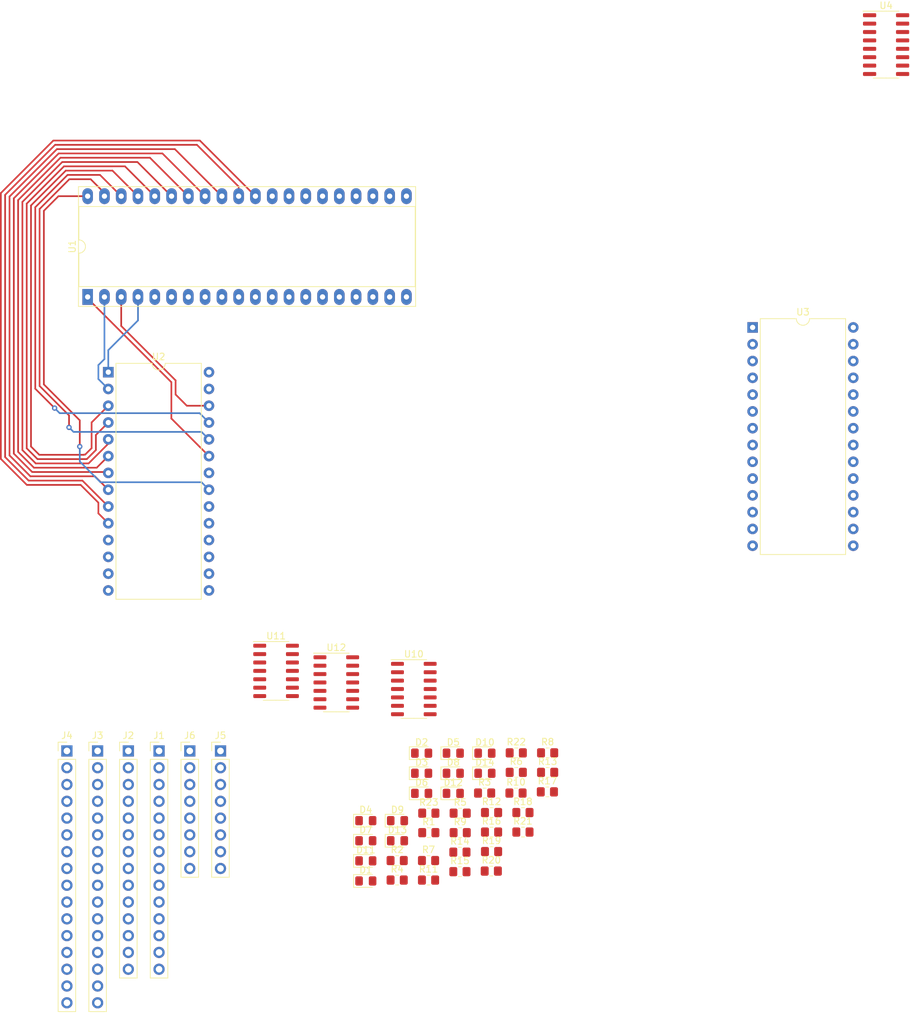
<source format=kicad_pcb>
(kicad_pcb (version 20171130) (host pcbnew "(5.1.10-1-10_14)")

  (general
    (thickness 1.6)
    (drawings 0)
    (tracks 118)
    (zones 0)
    (modules 50)
    (nets 76)
  )

  (page A4)
  (layers
    (0 F.Cu signal)
    (31 B.Cu signal)
    (32 B.Adhes user)
    (33 F.Adhes user)
    (34 B.Paste user)
    (35 F.Paste user)
    (36 B.SilkS user)
    (37 F.SilkS user)
    (38 B.Mask user)
    (39 F.Mask user)
    (40 Dwgs.User user)
    (41 Cmts.User user)
    (42 Eco1.User user)
    (43 Eco2.User user)
    (44 Edge.Cuts user)
    (45 Margin user)
    (46 B.CrtYd user)
    (47 F.CrtYd user)
    (48 B.Fab user)
    (49 F.Fab user)
  )

  (setup
    (last_trace_width 0.25)
    (user_trace_width 2.5)
    (trace_clearance 0.2)
    (zone_clearance 0.508)
    (zone_45_only no)
    (trace_min 0.2)
    (via_size 0.8)
    (via_drill 0.4)
    (via_min_size 0.4)
    (via_min_drill 0.3)
    (user_via 3 2)
    (uvia_size 0.3)
    (uvia_drill 0.1)
    (uvias_allowed no)
    (uvia_min_size 0.2)
    (uvia_min_drill 0.1)
    (edge_width 0.1)
    (segment_width 0.2)
    (pcb_text_width 0.3)
    (pcb_text_size 1.5 1.5)
    (mod_edge_width 0.12)
    (mod_text_size 1 1)
    (mod_text_width 0.15)
    (pad_size 1.524 1.524)
    (pad_drill 0.762)
    (pad_to_mask_clearance 0)
    (aux_axis_origin 0 0)
    (visible_elements FFFFFF7F)
    (pcbplotparams
      (layerselection 0x010fc_ffffffff)
      (usegerberextensions false)
      (usegerberattributes true)
      (usegerberadvancedattributes true)
      (creategerberjobfile true)
      (excludeedgelayer true)
      (linewidth 0.100000)
      (plotframeref false)
      (viasonmask false)
      (mode 1)
      (useauxorigin false)
      (hpglpennumber 1)
      (hpglpenspeed 20)
      (hpglpendiameter 15.000000)
      (psnegative false)
      (psa4output false)
      (plotreference true)
      (plotvalue true)
      (plotinvisibletext false)
      (padsonsilk false)
      (subtractmaskfromsilk false)
      (outputformat 1)
      (mirror false)
      (drillshape 1)
      (scaleselection 1)
      (outputdirectory ""))
  )

  (net 0 "")
  (net 1 "Net-(D1-Pad2)")
  (net 2 GND)
  (net 3 "Net-(D2-Pad2)")
  (net 4 "Net-(D3-Pad2)")
  (net 5 "Net-(D4-Pad2)")
  (net 6 "Net-(D5-Pad2)")
  (net 7 "Net-(D6-Pad2)")
  (net 8 "Net-(D7-Pad2)")
  (net 9 "Net-(D8-Pad2)")
  (net 10 "Net-(D9-Pad2)")
  (net 11 "Net-(D10-Pad2)")
  (net 12 "Net-(D11-Pad2)")
  (net 13 "Net-(D12-Pad2)")
  (net 14 "Net-(D13-Pad2)")
  (net 15 "Net-(D14-Pad2)")
  (net 16 +5V)
  (net 17 "Net-(R10-Pad2)")
  (net 18 "Net-(R11-Pad2)")
  (net 19 "Net-(R12-Pad2)")
  (net 20 "Net-(R13-Pad2)")
  (net 21 "Net-(R14-Pad2)")
  (net 22 "Net-(R15-Pad2)")
  (net 23 "Net-(R16-Pad2)")
  (net 24 "Net-(R17-Pad2)")
  (net 25 "Net-(R18-Pad2)")
  (net 26 "Net-(R19-Pad2)")
  (net 27 "Net-(R20-Pad2)")
  (net 28 "Net-(R21-Pad2)")
  (net 29 "Net-(R22-Pad2)")
  (net 30 "Net-(R23-Pad2)")
  (net 31 /abus10)
  (net 32 /ctlbus11)
  (net 33 /abus9)
  (net 34 /ctlbus10)
  (net 35 /abus8)
  (net 36 /ctlbus7)
  (net 37 /abus7)
  (net 38 /ctlbus2)
  (net 39 /abus6)
  (net 40 /ctlbus3)
  (net 41 /abus5)
  (net 42 /dbus1)
  (net 43 /abus4)
  (net 44 /dbus0)
  (net 45 /abus3)
  (net 46 /dbus7)
  (net 47 /abus2)
  (net 48 /dbus2)
  (net 49 /abus1)
  (net 50 /abus0)
  (net 51 /dbus6)
  (net 52 /dbus5)
  (net 53 /ctlbus5)
  (net 54 /dbus3)
  (net 55 /ctlbus4)
  (net 56 /dbus4)
  (net 57 /ctlbus0)
  (net 58 /clk)
  (net 59 /busrq)
  (net 60 /abus15)
  (net 61 /ctlbus6)
  (net 62 /abus14)
  (net 63 /busack)
  (net 64 /abus13)
  (net 65 /ctlbus9)
  (net 66 /abus12)
  (net 67 /ctlbus8)
  (net 68 /abus11)
  (net 69 "Net-(U12-Pad12)")
  (net 70 "Net-(U12-Pad10)")
  (net 71 "Net-(U12-Pad13)")
  (net 72 "Net-(U12-Pad11)")
  (net 73 "Net-(U12-Pad8)")
  (net 74 "Net-(U12-Pad6)")
  (net 75 "Net-(U4-Pad6)")

  (net_class Default "This is the default net class."
    (clearance 0.2)
    (trace_width 0.25)
    (via_dia 0.8)
    (via_drill 0.4)
    (uvia_dia 0.3)
    (uvia_drill 0.1)
    (add_net +5V)
    (add_net /abus0)
    (add_net /abus1)
    (add_net /abus10)
    (add_net /abus11)
    (add_net /abus12)
    (add_net /abus13)
    (add_net /abus14)
    (add_net /abus15)
    (add_net /abus2)
    (add_net /abus3)
    (add_net /abus4)
    (add_net /abus5)
    (add_net /abus6)
    (add_net /abus7)
    (add_net /abus8)
    (add_net /abus9)
    (add_net /busack)
    (add_net /busrq)
    (add_net /clk)
    (add_net /ctlbus0)
    (add_net /ctlbus10)
    (add_net /ctlbus11)
    (add_net /ctlbus2)
    (add_net /ctlbus3)
    (add_net /ctlbus4)
    (add_net /ctlbus5)
    (add_net /ctlbus6)
    (add_net /ctlbus7)
    (add_net /ctlbus8)
    (add_net /ctlbus9)
    (add_net /dbus0)
    (add_net /dbus1)
    (add_net /dbus2)
    (add_net /dbus3)
    (add_net /dbus4)
    (add_net /dbus5)
    (add_net /dbus6)
    (add_net /dbus7)
    (add_net GND)
    (add_net "Net-(D1-Pad2)")
    (add_net "Net-(D10-Pad2)")
    (add_net "Net-(D11-Pad2)")
    (add_net "Net-(D12-Pad2)")
    (add_net "Net-(D13-Pad2)")
    (add_net "Net-(D14-Pad2)")
    (add_net "Net-(D2-Pad2)")
    (add_net "Net-(D3-Pad2)")
    (add_net "Net-(D4-Pad2)")
    (add_net "Net-(D5-Pad2)")
    (add_net "Net-(D6-Pad2)")
    (add_net "Net-(D7-Pad2)")
    (add_net "Net-(D8-Pad2)")
    (add_net "Net-(D9-Pad2)")
    (add_net "Net-(R10-Pad2)")
    (add_net "Net-(R11-Pad2)")
    (add_net "Net-(R12-Pad2)")
    (add_net "Net-(R13-Pad2)")
    (add_net "Net-(R14-Pad2)")
    (add_net "Net-(R15-Pad2)")
    (add_net "Net-(R16-Pad2)")
    (add_net "Net-(R17-Pad2)")
    (add_net "Net-(R18-Pad2)")
    (add_net "Net-(R19-Pad2)")
    (add_net "Net-(R20-Pad2)")
    (add_net "Net-(R21-Pad2)")
    (add_net "Net-(R22-Pad2)")
    (add_net "Net-(R23-Pad2)")
    (add_net "Net-(U12-Pad10)")
    (add_net "Net-(U12-Pad11)")
    (add_net "Net-(U12-Pad12)")
    (add_net "Net-(U12-Pad13)")
    (add_net "Net-(U12-Pad6)")
    (add_net "Net-(U12-Pad8)")
    (add_net "Net-(U4-Pad6)")
  )

  (module Package_SO:SO-14_3.9x8.65mm_P1.27mm (layer F.Cu) (tedit 5F427CE7) (tstamp 61738D5E)
    (at 142.0114 139.7254)
    (descr "SO, 14 Pin (https://www.st.com/resource/en/datasheet/l6491.pdf), generated with kicad-footprint-generator ipc_gullwing_generator.py")
    (tags "SO SO")
    (path /6173DF2A/61747087)
    (attr smd)
    (fp_text reference U12 (at 0 -5.28) (layer F.SilkS)
      (effects (font (size 1 1) (thickness 0.15)))
    )
    (fp_text value 74HC14 (at 0 5.28) (layer F.Fab)
      (effects (font (size 1 1) (thickness 0.15)))
    )
    (fp_text user %R (at 0 0) (layer F.Fab)
      (effects (font (size 0.98 0.98) (thickness 0.15)))
    )
    (fp_line (start 0 4.435) (end 1.95 4.435) (layer F.SilkS) (width 0.12))
    (fp_line (start 0 4.435) (end -1.95 4.435) (layer F.SilkS) (width 0.12))
    (fp_line (start 0 -4.435) (end 1.95 -4.435) (layer F.SilkS) (width 0.12))
    (fp_line (start 0 -4.435) (end -3.45 -4.435) (layer F.SilkS) (width 0.12))
    (fp_line (start -0.975 -4.325) (end 1.95 -4.325) (layer F.Fab) (width 0.1))
    (fp_line (start 1.95 -4.325) (end 1.95 4.325) (layer F.Fab) (width 0.1))
    (fp_line (start 1.95 4.325) (end -1.95 4.325) (layer F.Fab) (width 0.1))
    (fp_line (start -1.95 4.325) (end -1.95 -3.35) (layer F.Fab) (width 0.1))
    (fp_line (start -1.95 -3.35) (end -0.975 -4.325) (layer F.Fab) (width 0.1))
    (fp_line (start -3.7 -4.58) (end -3.7 4.58) (layer F.CrtYd) (width 0.05))
    (fp_line (start -3.7 4.58) (end 3.7 4.58) (layer F.CrtYd) (width 0.05))
    (fp_line (start 3.7 4.58) (end 3.7 -4.58) (layer F.CrtYd) (width 0.05))
    (fp_line (start 3.7 -4.58) (end -3.7 -4.58) (layer F.CrtYd) (width 0.05))
    (pad 14 smd roundrect (at 2.475 -3.81) (size 1.95 0.6) (layers F.Cu F.Paste F.Mask) (roundrect_rratio 0.25)
      (net 16 +5V))
    (pad 13 smd roundrect (at 2.475 -2.54) (size 1.95 0.6) (layers F.Cu F.Paste F.Mask) (roundrect_rratio 0.25)
      (net 71 "Net-(U12-Pad13)"))
    (pad 12 smd roundrect (at 2.475 -1.27) (size 1.95 0.6) (layers F.Cu F.Paste F.Mask) (roundrect_rratio 0.25)
      (net 69 "Net-(U12-Pad12)"))
    (pad 11 smd roundrect (at 2.475 0) (size 1.95 0.6) (layers F.Cu F.Paste F.Mask) (roundrect_rratio 0.25)
      (net 72 "Net-(U12-Pad11)"))
    (pad 10 smd roundrect (at 2.475 1.27) (size 1.95 0.6) (layers F.Cu F.Paste F.Mask) (roundrect_rratio 0.25)
      (net 70 "Net-(U12-Pad10)"))
    (pad 9 smd roundrect (at 2.475 2.54) (size 1.95 0.6) (layers F.Cu F.Paste F.Mask) (roundrect_rratio 0.25)
      (net 60 /abus15))
    (pad 8 smd roundrect (at 2.475 3.81) (size 1.95 0.6) (layers F.Cu F.Paste F.Mask) (roundrect_rratio 0.25)
      (net 73 "Net-(U12-Pad8)"))
    (pad 7 smd roundrect (at -2.475 3.81) (size 1.95 0.6) (layers F.Cu F.Paste F.Mask) (roundrect_rratio 0.25)
      (net 2 GND))
    (pad 6 smd roundrect (at -2.475 2.54) (size 1.95 0.6) (layers F.Cu F.Paste F.Mask) (roundrect_rratio 0.25)
      (net 74 "Net-(U12-Pad6)"))
    (pad 5 smd roundrect (at -2.475 1.27) (size 1.95 0.6) (layers F.Cu F.Paste F.Mask) (roundrect_rratio 0.25)
      (net 34 /ctlbus10))
    (pad 4 smd roundrect (at -2.475 0) (size 1.95 0.6) (layers F.Cu F.Paste F.Mask) (roundrect_rratio 0.25)
      (net 30 "Net-(R23-Pad2)"))
    (pad 3 smd roundrect (at -2.475 -1.27) (size 1.95 0.6) (layers F.Cu F.Paste F.Mask) (roundrect_rratio 0.25)
      (net 63 /busack))
    (pad 2 smd roundrect (at -2.475 -2.54) (size 1.95 0.6) (layers F.Cu F.Paste F.Mask) (roundrect_rratio 0.25)
      (net 29 "Net-(R22-Pad2)"))
    (pad 1 smd roundrect (at -2.475 -3.81) (size 1.95 0.6) (layers F.Cu F.Paste F.Mask) (roundrect_rratio 0.25)
      (net 59 /busrq))
    (model ${KISYS3DMOD}/Package_SO.3dshapes/SO-14_3.9x8.65mm_P1.27mm.wrl
      (at (xyz 0 0 0))
      (scale (xyz 1 1 1))
      (rotate (xyz 0 0 0))
    )
  )

  (module Package_SO:SO-14_3.9x8.65mm_P1.27mm (layer F.Cu) (tedit 5F427CE7) (tstamp 61738D3E)
    (at 132.8928 137.9728)
    (descr "SO, 14 Pin (https://www.st.com/resource/en/datasheet/l6491.pdf), generated with kicad-footprint-generator ipc_gullwing_generator.py")
    (tags "SO SO")
    (path /6173DF2A/617466A6)
    (attr smd)
    (fp_text reference U11 (at 0 -5.28) (layer F.SilkS)
      (effects (font (size 1 1) (thickness 0.15)))
    )
    (fp_text value 74HC14 (at 0 5.28) (layer F.Fab)
      (effects (font (size 1 1) (thickness 0.15)))
    )
    (fp_text user %R (at 0 0) (layer F.Fab)
      (effects (font (size 0.98 0.98) (thickness 0.15)))
    )
    (fp_line (start 0 4.435) (end 1.95 4.435) (layer F.SilkS) (width 0.12))
    (fp_line (start 0 4.435) (end -1.95 4.435) (layer F.SilkS) (width 0.12))
    (fp_line (start 0 -4.435) (end 1.95 -4.435) (layer F.SilkS) (width 0.12))
    (fp_line (start 0 -4.435) (end -3.45 -4.435) (layer F.SilkS) (width 0.12))
    (fp_line (start -0.975 -4.325) (end 1.95 -4.325) (layer F.Fab) (width 0.1))
    (fp_line (start 1.95 -4.325) (end 1.95 4.325) (layer F.Fab) (width 0.1))
    (fp_line (start 1.95 4.325) (end -1.95 4.325) (layer F.Fab) (width 0.1))
    (fp_line (start -1.95 4.325) (end -1.95 -3.35) (layer F.Fab) (width 0.1))
    (fp_line (start -1.95 -3.35) (end -0.975 -4.325) (layer F.Fab) (width 0.1))
    (fp_line (start -3.7 -4.58) (end -3.7 4.58) (layer F.CrtYd) (width 0.05))
    (fp_line (start -3.7 4.58) (end 3.7 4.58) (layer F.CrtYd) (width 0.05))
    (fp_line (start 3.7 4.58) (end 3.7 -4.58) (layer F.CrtYd) (width 0.05))
    (fp_line (start 3.7 -4.58) (end -3.7 -4.58) (layer F.CrtYd) (width 0.05))
    (pad 14 smd roundrect (at 2.475 -3.81) (size 1.95 0.6) (layers F.Cu F.Paste F.Mask) (roundrect_rratio 0.25)
      (net 16 +5V))
    (pad 13 smd roundrect (at 2.475 -2.54) (size 1.95 0.6) (layers F.Cu F.Paste F.Mask) (roundrect_rratio 0.25)
      (net 32 /ctlbus11))
    (pad 12 smd roundrect (at 2.475 -1.27) (size 1.95 0.6) (layers F.Cu F.Paste F.Mask) (roundrect_rratio 0.25)
      (net 28 "Net-(R21-Pad2)"))
    (pad 11 smd roundrect (at 2.475 0) (size 1.95 0.6) (layers F.Cu F.Paste F.Mask) (roundrect_rratio 0.25)
      (net 34 /ctlbus10))
    (pad 10 smd roundrect (at 2.475 1.27) (size 1.95 0.6) (layers F.Cu F.Paste F.Mask) (roundrect_rratio 0.25)
      (net 27 "Net-(R20-Pad2)"))
    (pad 9 smd roundrect (at 2.475 2.54) (size 1.95 0.6) (layers F.Cu F.Paste F.Mask) (roundrect_rratio 0.25)
      (net 65 /ctlbus9))
    (pad 8 smd roundrect (at 2.475 3.81) (size 1.95 0.6) (layers F.Cu F.Paste F.Mask) (roundrect_rratio 0.25)
      (net 26 "Net-(R19-Pad2)"))
    (pad 7 smd roundrect (at -2.475 3.81) (size 1.95 0.6) (layers F.Cu F.Paste F.Mask) (roundrect_rratio 0.25)
      (net 2 GND))
    (pad 6 smd roundrect (at -2.475 2.54) (size 1.95 0.6) (layers F.Cu F.Paste F.Mask) (roundrect_rratio 0.25)
      (net 25 "Net-(R18-Pad2)"))
    (pad 5 smd roundrect (at -2.475 1.27) (size 1.95 0.6) (layers F.Cu F.Paste F.Mask) (roundrect_rratio 0.25)
      (net 67 /ctlbus8))
    (pad 4 smd roundrect (at -2.475 0) (size 1.95 0.6) (layers F.Cu F.Paste F.Mask) (roundrect_rratio 0.25)
      (net 24 "Net-(R17-Pad2)"))
    (pad 3 smd roundrect (at -2.475 -1.27) (size 1.95 0.6) (layers F.Cu F.Paste F.Mask) (roundrect_rratio 0.25)
      (net 36 /ctlbus7))
    (pad 2 smd roundrect (at -2.475 -2.54) (size 1.95 0.6) (layers F.Cu F.Paste F.Mask) (roundrect_rratio 0.25)
      (net 23 "Net-(R16-Pad2)"))
    (pad 1 smd roundrect (at -2.475 -3.81) (size 1.95 0.6) (layers F.Cu F.Paste F.Mask) (roundrect_rratio 0.25)
      (net 61 /ctlbus6))
    (model ${KISYS3DMOD}/Package_SO.3dshapes/SO-14_3.9x8.65mm_P1.27mm.wrl
      (at (xyz 0 0 0))
      (scale (xyz 1 1 1))
      (rotate (xyz 0 0 0))
    )
  )

  (module Package_SO:SO-14_3.9x8.65mm_P1.27mm (layer F.Cu) (tedit 5F427CE7) (tstamp 6173960C)
    (at 153.7462 140.716)
    (descr "SO, 14 Pin (https://www.st.com/resource/en/datasheet/l6491.pdf), generated with kicad-footprint-generator ipc_gullwing_generator.py")
    (tags "SO SO")
    (path /6173DF2A/6173A69D)
    (attr smd)
    (fp_text reference U10 (at 0 -5.28) (layer F.SilkS)
      (effects (font (size 1 1) (thickness 0.15)))
    )
    (fp_text value 74HC14 (at 0 5.28) (layer F.Fab)
      (effects (font (size 1 1) (thickness 0.15)))
    )
    (fp_text user %R (at 0 0) (layer F.Fab)
      (effects (font (size 0.98 0.98) (thickness 0.15)))
    )
    (fp_line (start 0 4.435) (end 1.95 4.435) (layer F.SilkS) (width 0.12))
    (fp_line (start 0 4.435) (end -1.95 4.435) (layer F.SilkS) (width 0.12))
    (fp_line (start 0 -4.435) (end 1.95 -4.435) (layer F.SilkS) (width 0.12))
    (fp_line (start 0 -4.435) (end -3.45 -4.435) (layer F.SilkS) (width 0.12))
    (fp_line (start -0.975 -4.325) (end 1.95 -4.325) (layer F.Fab) (width 0.1))
    (fp_line (start 1.95 -4.325) (end 1.95 4.325) (layer F.Fab) (width 0.1))
    (fp_line (start 1.95 4.325) (end -1.95 4.325) (layer F.Fab) (width 0.1))
    (fp_line (start -1.95 4.325) (end -1.95 -3.35) (layer F.Fab) (width 0.1))
    (fp_line (start -1.95 -3.35) (end -0.975 -4.325) (layer F.Fab) (width 0.1))
    (fp_line (start -3.7 -4.58) (end -3.7 4.58) (layer F.CrtYd) (width 0.05))
    (fp_line (start -3.7 4.58) (end 3.7 4.58) (layer F.CrtYd) (width 0.05))
    (fp_line (start 3.7 4.58) (end 3.7 -4.58) (layer F.CrtYd) (width 0.05))
    (fp_line (start 3.7 -4.58) (end -3.7 -4.58) (layer F.CrtYd) (width 0.05))
    (pad 14 smd roundrect (at 2.475 -3.81) (size 1.95 0.6) (layers F.Cu F.Paste F.Mask) (roundrect_rratio 0.25)
      (net 16 +5V))
    (pad 13 smd roundrect (at 2.475 -2.54) (size 1.95 0.6) (layers F.Cu F.Paste F.Mask) (roundrect_rratio 0.25)
      (net 53 /ctlbus5))
    (pad 12 smd roundrect (at 2.475 -1.27) (size 1.95 0.6) (layers F.Cu F.Paste F.Mask) (roundrect_rratio 0.25)
      (net 22 "Net-(R15-Pad2)"))
    (pad 11 smd roundrect (at 2.475 0) (size 1.95 0.6) (layers F.Cu F.Paste F.Mask) (roundrect_rratio 0.25)
      (net 55 /ctlbus4))
    (pad 10 smd roundrect (at 2.475 1.27) (size 1.95 0.6) (layers F.Cu F.Paste F.Mask) (roundrect_rratio 0.25)
      (net 21 "Net-(R14-Pad2)"))
    (pad 9 smd roundrect (at 2.475 2.54) (size 1.95 0.6) (layers F.Cu F.Paste F.Mask) (roundrect_rratio 0.25)
      (net 40 /ctlbus3))
    (pad 8 smd roundrect (at 2.475 3.81) (size 1.95 0.6) (layers F.Cu F.Paste F.Mask) (roundrect_rratio 0.25)
      (net 20 "Net-(R13-Pad2)"))
    (pad 7 smd roundrect (at -2.475 3.81) (size 1.95 0.6) (layers F.Cu F.Paste F.Mask) (roundrect_rratio 0.25)
      (net 2 GND))
    (pad 6 smd roundrect (at -2.475 2.54) (size 1.95 0.6) (layers F.Cu F.Paste F.Mask) (roundrect_rratio 0.25)
      (net 19 "Net-(R12-Pad2)"))
    (pad 5 smd roundrect (at -2.475 1.27) (size 1.95 0.6) (layers F.Cu F.Paste F.Mask) (roundrect_rratio 0.25)
      (net 38 /ctlbus2))
    (pad 4 smd roundrect (at -2.475 0) (size 1.95 0.6) (layers F.Cu F.Paste F.Mask) (roundrect_rratio 0.25)
      (net 18 "Net-(R11-Pad2)"))
    (pad 3 smd roundrect (at -2.475 -1.27) (size 1.95 0.6) (layers F.Cu F.Paste F.Mask) (roundrect_rratio 0.25)
      (net 58 /clk))
    (pad 2 smd roundrect (at -2.475 -2.54) (size 1.95 0.6) (layers F.Cu F.Paste F.Mask) (roundrect_rratio 0.25)
      (net 17 "Net-(R10-Pad2)"))
    (pad 1 smd roundrect (at -2.475 -3.81) (size 1.95 0.6) (layers F.Cu F.Paste F.Mask) (roundrect_rratio 0.25)
      (net 57 /ctlbus0))
    (model ${KISYS3DMOD}/Package_SO.3dshapes/SO-14_3.9x8.65mm_P1.27mm.wrl
      (at (xyz 0 0 0))
      (scale (xyz 1 1 1))
      (rotate (xyz 0 0 0))
    )
  )

  (module Package_SO:SOP-16_3.9x9.9mm_P1.27mm (layer F.Cu) (tedit 5F476169) (tstamp 61738CFE)
    (at 225.251 43.241)
    (descr "SOP, 16 Pin (https://www.diodes.com/assets/Datasheets/PAM8403.pdf), generated with kicad-footprint-generator ipc_gullwing_generator.py")
    (tags "SOP SO")
    (path /618A85E4/6177F52A)
    (attr smd)
    (fp_text reference U4 (at 0 -5.9) (layer F.SilkS)
      (effects (font (size 1 1) (thickness 0.15)))
    )
    (fp_text value M52065 (at 0 5.9) (layer F.Fab)
      (effects (font (size 1 1) (thickness 0.15)))
    )
    (fp_text user %R (at 0 0) (layer F.Fab)
      (effects (font (size 0.98 0.98) (thickness 0.15)))
    )
    (fp_line (start 0 5.06) (end 1.95 5.06) (layer F.SilkS) (width 0.12))
    (fp_line (start 0 5.06) (end -1.95 5.06) (layer F.SilkS) (width 0.12))
    (fp_line (start 0 -5.06) (end 1.95 -5.06) (layer F.SilkS) (width 0.12))
    (fp_line (start 0 -5.06) (end -3.5 -5.06) (layer F.SilkS) (width 0.12))
    (fp_line (start -0.975 -4.95) (end 1.95 -4.95) (layer F.Fab) (width 0.1))
    (fp_line (start 1.95 -4.95) (end 1.95 4.95) (layer F.Fab) (width 0.1))
    (fp_line (start 1.95 4.95) (end -1.95 4.95) (layer F.Fab) (width 0.1))
    (fp_line (start -1.95 4.95) (end -1.95 -3.975) (layer F.Fab) (width 0.1))
    (fp_line (start -1.95 -3.975) (end -0.975 -4.95) (layer F.Fab) (width 0.1))
    (fp_line (start -3.75 -5.2) (end -3.75 5.2) (layer F.CrtYd) (width 0.05))
    (fp_line (start -3.75 5.2) (end 3.75 5.2) (layer F.CrtYd) (width 0.05))
    (fp_line (start 3.75 5.2) (end 3.75 -5.2) (layer F.CrtYd) (width 0.05))
    (fp_line (start 3.75 -5.2) (end -3.75 -5.2) (layer F.CrtYd) (width 0.05))
    (pad 16 smd roundrect (at 2.5 -4.445) (size 2 0.6) (layers F.Cu F.Paste F.Mask) (roundrect_rratio 0.25)
      (net 2 GND))
    (pad 15 smd roundrect (at 2.5 -3.175) (size 2 0.6) (layers F.Cu F.Paste F.Mask) (roundrect_rratio 0.25)
      (net 2 GND))
    (pad 14 smd roundrect (at 2.5 -1.905) (size 2 0.6) (layers F.Cu F.Paste F.Mask) (roundrect_rratio 0.25)
      (net 74 "Net-(U12-Pad6)"))
    (pad 13 smd roundrect (at 2.5 -0.635) (size 2 0.6) (layers F.Cu F.Paste F.Mask) (roundrect_rratio 0.25)
      (net 16 +5V))
    (pad 12 smd roundrect (at 2.5 0.635) (size 2 0.6) (layers F.Cu F.Paste F.Mask) (roundrect_rratio 0.25)
      (net 60 /abus15))
    (pad 11 smd roundrect (at 2.5 1.905) (size 2 0.6) (layers F.Cu F.Paste F.Mask) (roundrect_rratio 0.25)
      (net 2 GND))
    (pad 10 smd roundrect (at 2.5 3.175) (size 2 0.6) (layers F.Cu F.Paste F.Mask) (roundrect_rratio 0.25)
      (net 2 GND))
    (pad 9 smd roundrect (at 2.5 4.445) (size 2 0.6) (layers F.Cu F.Paste F.Mask) (roundrect_rratio 0.25)
      (net 2 GND))
    (pad 8 smd roundrect (at -2.5 4.445) (size 2 0.6) (layers F.Cu F.Paste F.Mask) (roundrect_rratio 0.25)
      (net 2 GND))
    (pad 7 smd roundrect (at -2.5 3.175) (size 2 0.6) (layers F.Cu F.Paste F.Mask) (roundrect_rratio 0.25)
      (net 2 GND))
    (pad 6 smd roundrect (at -2.5 1.905) (size 2 0.6) (layers F.Cu F.Paste F.Mask) (roundrect_rratio 0.25)
      (net 75 "Net-(U4-Pad6)"))
    (pad 5 smd roundrect (at -2.5 0.635) (size 2 0.6) (layers F.Cu F.Paste F.Mask) (roundrect_rratio 0.25)
      (net 71 "Net-(U12-Pad13)"))
    (pad 4 smd roundrect (at -2.5 -0.635) (size 2 0.6) (layers F.Cu F.Paste F.Mask) (roundrect_rratio 0.25)
      (net 2 GND))
    (pad 3 smd roundrect (at -2.5 -1.905) (size 2 0.6) (layers F.Cu F.Paste F.Mask) (roundrect_rratio 0.25)
      (net 72 "Net-(U12-Pad11)"))
    (pad 2 smd roundrect (at -2.5 -3.175) (size 2 0.6) (layers F.Cu F.Paste F.Mask) (roundrect_rratio 0.25)
      (net 74 "Net-(U12-Pad6)"))
    (pad 1 smd roundrect (at -2.5 -4.445) (size 2 0.6) (layers F.Cu F.Paste F.Mask) (roundrect_rratio 0.25)
      (net 73 "Net-(U12-Pad8)"))
    (model ${KISYS3DMOD}/Package_SO.3dshapes/SOP-16_3.9x9.9mm_P1.27mm.wrl
      (at (xyz 0 0 0))
      (scale (xyz 1 1 1))
      (rotate (xyz 0 0 0))
    )
  )

  (module Package_DIP:DIP-28_W15.24mm (layer F.Cu) (tedit 5A02E8C5) (tstamp 61738CDC)
    (at 205.04 86.0222)
    (descr "28-lead though-hole mounted DIP package, row spacing 15.24 mm (600 mils)")
    (tags "THT DIP DIL PDIP 2.54mm 15.24mm 600mil")
    (path /618A85E4/618AB55C)
    (fp_text reference U3 (at 7.62 -2.33) (layer F.SilkS)
      (effects (font (size 1 1) (thickness 0.15)))
    )
    (fp_text value CY62256-70PC (at 7.62 35.35) (layer F.Fab)
      (effects (font (size 1 1) (thickness 0.15)))
    )
    (fp_text user %R (at 7.62 16.51) (layer F.Fab)
      (effects (font (size 1 1) (thickness 0.15)))
    )
    (fp_arc (start 7.62 -1.33) (end 6.62 -1.33) (angle -180) (layer F.SilkS) (width 0.12))
    (fp_line (start 1.255 -1.27) (end 14.985 -1.27) (layer F.Fab) (width 0.1))
    (fp_line (start 14.985 -1.27) (end 14.985 34.29) (layer F.Fab) (width 0.1))
    (fp_line (start 14.985 34.29) (end 0.255 34.29) (layer F.Fab) (width 0.1))
    (fp_line (start 0.255 34.29) (end 0.255 -0.27) (layer F.Fab) (width 0.1))
    (fp_line (start 0.255 -0.27) (end 1.255 -1.27) (layer F.Fab) (width 0.1))
    (fp_line (start 6.62 -1.33) (end 1.16 -1.33) (layer F.SilkS) (width 0.12))
    (fp_line (start 1.16 -1.33) (end 1.16 34.35) (layer F.SilkS) (width 0.12))
    (fp_line (start 1.16 34.35) (end 14.08 34.35) (layer F.SilkS) (width 0.12))
    (fp_line (start 14.08 34.35) (end 14.08 -1.33) (layer F.SilkS) (width 0.12))
    (fp_line (start 14.08 -1.33) (end 8.62 -1.33) (layer F.SilkS) (width 0.12))
    (fp_line (start -1.05 -1.55) (end -1.05 34.55) (layer F.CrtYd) (width 0.05))
    (fp_line (start -1.05 34.55) (end 16.3 34.55) (layer F.CrtYd) (width 0.05))
    (fp_line (start 16.3 34.55) (end 16.3 -1.55) (layer F.CrtYd) (width 0.05))
    (fp_line (start 16.3 -1.55) (end -1.05 -1.55) (layer F.CrtYd) (width 0.05))
    (pad 28 thru_hole oval (at 15.24 0) (size 1.6 1.6) (drill 0.8) (layers *.Cu *.Mask)
      (net 16 +5V))
    (pad 14 thru_hole oval (at 0 33.02) (size 1.6 1.6) (drill 0.8) (layers *.Cu *.Mask)
      (net 2 GND))
    (pad 27 thru_hole oval (at 15.24 2.54) (size 1.6 1.6) (drill 0.8) (layers *.Cu *.Mask)
      (net 65 /ctlbus9))
    (pad 13 thru_hole oval (at 0 30.48) (size 1.6 1.6) (drill 0.8) (layers *.Cu *.Mask)
      (net 48 /dbus2))
    (pad 26 thru_hole oval (at 15.24 5.08) (size 1.6 1.6) (drill 0.8) (layers *.Cu *.Mask)
      (net 64 /abus13))
    (pad 12 thru_hole oval (at 0 27.94) (size 1.6 1.6) (drill 0.8) (layers *.Cu *.Mask)
      (net 42 /dbus1))
    (pad 25 thru_hole oval (at 15.24 7.62) (size 1.6 1.6) (drill 0.8) (layers *.Cu *.Mask)
      (net 35 /abus8))
    (pad 11 thru_hole oval (at 0 25.4) (size 1.6 1.6) (drill 0.8) (layers *.Cu *.Mask)
      (net 44 /dbus0))
    (pad 24 thru_hole oval (at 15.24 10.16) (size 1.6 1.6) (drill 0.8) (layers *.Cu *.Mask)
      (net 33 /abus9))
    (pad 10 thru_hole oval (at 0 22.86) (size 1.6 1.6) (drill 0.8) (layers *.Cu *.Mask)
      (net 50 /abus0))
    (pad 23 thru_hole oval (at 15.24 12.7) (size 1.6 1.6) (drill 0.8) (layers *.Cu *.Mask)
      (net 68 /abus11))
    (pad 9 thru_hole oval (at 0 20.32) (size 1.6 1.6) (drill 0.8) (layers *.Cu *.Mask)
      (net 49 /abus1))
    (pad 22 thru_hole oval (at 15.24 15.24) (size 1.6 1.6) (drill 0.8) (layers *.Cu *.Mask)
      (net 67 /ctlbus8))
    (pad 8 thru_hole oval (at 0 17.78) (size 1.6 1.6) (drill 0.8) (layers *.Cu *.Mask)
      (net 47 /abus2))
    (pad 21 thru_hole oval (at 15.24 17.78) (size 1.6 1.6) (drill 0.8) (layers *.Cu *.Mask)
      (net 31 /abus10))
    (pad 7 thru_hole oval (at 0 15.24) (size 1.6 1.6) (drill 0.8) (layers *.Cu *.Mask)
      (net 45 /abus3))
    (pad 20 thru_hole oval (at 15.24 20.32) (size 1.6 1.6) (drill 0.8) (layers *.Cu *.Mask)
      (net 70 "Net-(U12-Pad10)"))
    (pad 6 thru_hole oval (at 0 12.7) (size 1.6 1.6) (drill 0.8) (layers *.Cu *.Mask)
      (net 43 /abus4))
    (pad 19 thru_hole oval (at 15.24 22.86) (size 1.6 1.6) (drill 0.8) (layers *.Cu *.Mask)
      (net 46 /dbus7))
    (pad 5 thru_hole oval (at 0 10.16) (size 1.6 1.6) (drill 0.8) (layers *.Cu *.Mask)
      (net 41 /abus5))
    (pad 18 thru_hole oval (at 15.24 25.4) (size 1.6 1.6) (drill 0.8) (layers *.Cu *.Mask)
      (net 51 /dbus6))
    (pad 4 thru_hole oval (at 0 7.62) (size 1.6 1.6) (drill 0.8) (layers *.Cu *.Mask)
      (net 39 /abus6))
    (pad 17 thru_hole oval (at 15.24 27.94) (size 1.6 1.6) (drill 0.8) (layers *.Cu *.Mask)
      (net 52 /dbus5))
    (pad 3 thru_hole oval (at 0 5.08) (size 1.6 1.6) (drill 0.8) (layers *.Cu *.Mask)
      (net 37 /abus7))
    (pad 16 thru_hole oval (at 15.24 30.48) (size 1.6 1.6) (drill 0.8) (layers *.Cu *.Mask)
      (net 56 /dbus4))
    (pad 2 thru_hole oval (at 0 2.54) (size 1.6 1.6) (drill 0.8) (layers *.Cu *.Mask)
      (net 66 /abus12))
    (pad 15 thru_hole oval (at 15.24 33.02) (size 1.6 1.6) (drill 0.8) (layers *.Cu *.Mask)
      (net 54 /dbus3))
    (pad 1 thru_hole rect (at 0 0) (size 1.6 1.6) (drill 0.8) (layers *.Cu *.Mask)
      (net 62 /abus14))
    (model ${KISYS3DMOD}/Package_DIP.3dshapes/DIP-28_W15.24mm.wrl
      (at (xyz 0 0 0))
      (scale (xyz 1 1 1))
      (rotate (xyz 0 0 0))
    )
  )

  (module Package_DIP:DIP-28_W15.24mm (layer F.Cu) (tedit 5A02E8C5) (tstamp 61738CAC)
    (at 107.4928 92.7862)
    (descr "28-lead though-hole mounted DIP package, row spacing 15.24 mm (600 mils)")
    (tags "THT DIP DIL PDIP 2.54mm 15.24mm 600mil")
    (path /618A85E4/618AAC97)
    (fp_text reference U2 (at 7.62 -2.33) (layer F.SilkS)
      (effects (font (size 1 1) (thickness 0.15)))
    )
    (fp_text value CY62256-70PC (at 7.62 35.35) (layer F.Fab)
      (effects (font (size 1 1) (thickness 0.15)))
    )
    (fp_text user %R (at 7.62 16.51) (layer F.Fab)
      (effects (font (size 1 1) (thickness 0.15)))
    )
    (fp_arc (start 7.62 -1.33) (end 6.62 -1.33) (angle -180) (layer F.SilkS) (width 0.12))
    (fp_line (start 1.255 -1.27) (end 14.985 -1.27) (layer F.Fab) (width 0.1))
    (fp_line (start 14.985 -1.27) (end 14.985 34.29) (layer F.Fab) (width 0.1))
    (fp_line (start 14.985 34.29) (end 0.255 34.29) (layer F.Fab) (width 0.1))
    (fp_line (start 0.255 34.29) (end 0.255 -0.27) (layer F.Fab) (width 0.1))
    (fp_line (start 0.255 -0.27) (end 1.255 -1.27) (layer F.Fab) (width 0.1))
    (fp_line (start 6.62 -1.33) (end 1.16 -1.33) (layer F.SilkS) (width 0.12))
    (fp_line (start 1.16 -1.33) (end 1.16 34.35) (layer F.SilkS) (width 0.12))
    (fp_line (start 1.16 34.35) (end 14.08 34.35) (layer F.SilkS) (width 0.12))
    (fp_line (start 14.08 34.35) (end 14.08 -1.33) (layer F.SilkS) (width 0.12))
    (fp_line (start 14.08 -1.33) (end 8.62 -1.33) (layer F.SilkS) (width 0.12))
    (fp_line (start -1.05 -1.55) (end -1.05 34.55) (layer F.CrtYd) (width 0.05))
    (fp_line (start -1.05 34.55) (end 16.3 34.55) (layer F.CrtYd) (width 0.05))
    (fp_line (start 16.3 34.55) (end 16.3 -1.55) (layer F.CrtYd) (width 0.05))
    (fp_line (start 16.3 -1.55) (end -1.05 -1.55) (layer F.CrtYd) (width 0.05))
    (pad 28 thru_hole oval (at 15.24 0) (size 1.6 1.6) (drill 0.8) (layers *.Cu *.Mask)
      (net 16 +5V))
    (pad 14 thru_hole oval (at 0 33.02) (size 1.6 1.6) (drill 0.8) (layers *.Cu *.Mask)
      (net 2 GND))
    (pad 27 thru_hole oval (at 15.24 2.54) (size 1.6 1.6) (drill 0.8) (layers *.Cu *.Mask)
      (net 65 /ctlbus9))
    (pad 13 thru_hole oval (at 0 30.48) (size 1.6 1.6) (drill 0.8) (layers *.Cu *.Mask)
      (net 48 /dbus2))
    (pad 26 thru_hole oval (at 15.24 5.08) (size 1.6 1.6) (drill 0.8) (layers *.Cu *.Mask)
      (net 64 /abus13))
    (pad 12 thru_hole oval (at 0 27.94) (size 1.6 1.6) (drill 0.8) (layers *.Cu *.Mask)
      (net 42 /dbus1))
    (pad 25 thru_hole oval (at 15.24 7.62) (size 1.6 1.6) (drill 0.8) (layers *.Cu *.Mask)
      (net 35 /abus8))
    (pad 11 thru_hole oval (at 0 25.4) (size 1.6 1.6) (drill 0.8) (layers *.Cu *.Mask)
      (net 44 /dbus0))
    (pad 24 thru_hole oval (at 15.24 10.16) (size 1.6 1.6) (drill 0.8) (layers *.Cu *.Mask)
      (net 33 /abus9))
    (pad 10 thru_hole oval (at 0 22.86) (size 1.6 1.6) (drill 0.8) (layers *.Cu *.Mask)
      (net 50 /abus0))
    (pad 23 thru_hole oval (at 15.24 12.7) (size 1.6 1.6) (drill 0.8) (layers *.Cu *.Mask)
      (net 68 /abus11))
    (pad 9 thru_hole oval (at 0 20.32) (size 1.6 1.6) (drill 0.8) (layers *.Cu *.Mask)
      (net 49 /abus1))
    (pad 22 thru_hole oval (at 15.24 15.24) (size 1.6 1.6) (drill 0.8) (layers *.Cu *.Mask)
      (net 67 /ctlbus8))
    (pad 8 thru_hole oval (at 0 17.78) (size 1.6 1.6) (drill 0.8) (layers *.Cu *.Mask)
      (net 47 /abus2))
    (pad 21 thru_hole oval (at 15.24 17.78) (size 1.6 1.6) (drill 0.8) (layers *.Cu *.Mask)
      (net 31 /abus10))
    (pad 7 thru_hole oval (at 0 15.24) (size 1.6 1.6) (drill 0.8) (layers *.Cu *.Mask)
      (net 45 /abus3))
    (pad 20 thru_hole oval (at 15.24 20.32) (size 1.6 1.6) (drill 0.8) (layers *.Cu *.Mask)
      (net 69 "Net-(U12-Pad12)"))
    (pad 6 thru_hole oval (at 0 12.7) (size 1.6 1.6) (drill 0.8) (layers *.Cu *.Mask)
      (net 43 /abus4))
    (pad 19 thru_hole oval (at 15.24 22.86) (size 1.6 1.6) (drill 0.8) (layers *.Cu *.Mask)
      (net 46 /dbus7))
    (pad 5 thru_hole oval (at 0 10.16) (size 1.6 1.6) (drill 0.8) (layers *.Cu *.Mask)
      (net 41 /abus5))
    (pad 18 thru_hole oval (at 15.24 25.4) (size 1.6 1.6) (drill 0.8) (layers *.Cu *.Mask)
      (net 51 /dbus6))
    (pad 4 thru_hole oval (at 0 7.62) (size 1.6 1.6) (drill 0.8) (layers *.Cu *.Mask)
      (net 39 /abus6))
    (pad 17 thru_hole oval (at 15.24 27.94) (size 1.6 1.6) (drill 0.8) (layers *.Cu *.Mask)
      (net 52 /dbus5))
    (pad 3 thru_hole oval (at 0 5.08) (size 1.6 1.6) (drill 0.8) (layers *.Cu *.Mask)
      (net 37 /abus7))
    (pad 16 thru_hole oval (at 15.24 30.48) (size 1.6 1.6) (drill 0.8) (layers *.Cu *.Mask)
      (net 56 /dbus4))
    (pad 2 thru_hole oval (at 0 2.54) (size 1.6 1.6) (drill 0.8) (layers *.Cu *.Mask)
      (net 66 /abus12))
    (pad 15 thru_hole oval (at 15.24 33.02) (size 1.6 1.6) (drill 0.8) (layers *.Cu *.Mask)
      (net 54 /dbus3))
    (pad 1 thru_hole rect (at 0 0) (size 1.6 1.6) (drill 0.8) (layers *.Cu *.Mask)
      (net 62 /abus14))
    (model ${KISYS3DMOD}/Package_DIP.3dshapes/DIP-28_W15.24mm.wrl
      (at (xyz 0 0 0))
      (scale (xyz 1 1 1))
      (rotate (xyz 0 0 0))
    )
  )

  (module Package_DIP:DIP-40_W15.24mm_Socket_LongPads (layer F.Cu) (tedit 5A02E8C5) (tstamp 61738C7C)
    (at 104.3686 81.407 90)
    (descr "40-lead though-hole mounted DIP package, row spacing 15.24 mm (600 mils), Socket, LongPads")
    (tags "THT DIP DIL PDIP 2.54mm 15.24mm 600mil Socket LongPads")
    (path /6171854D)
    (fp_text reference U1 (at 7.62 -2.33 90) (layer F.SilkS)
      (effects (font (size 1 1) (thickness 0.15)))
    )
    (fp_text value Z80CPU (at 7.62 50.59 90) (layer F.Fab)
      (effects (font (size 1 1) (thickness 0.15)))
    )
    (fp_text user %R (at 7.62 24.13 90) (layer F.Fab)
      (effects (font (size 1 1) (thickness 0.15)))
    )
    (fp_arc (start 7.62 -1.33) (end 6.62 -1.33) (angle -180) (layer F.SilkS) (width 0.12))
    (fp_line (start 1.255 -1.27) (end 14.985 -1.27) (layer F.Fab) (width 0.1))
    (fp_line (start 14.985 -1.27) (end 14.985 49.53) (layer F.Fab) (width 0.1))
    (fp_line (start 14.985 49.53) (end 0.255 49.53) (layer F.Fab) (width 0.1))
    (fp_line (start 0.255 49.53) (end 0.255 -0.27) (layer F.Fab) (width 0.1))
    (fp_line (start 0.255 -0.27) (end 1.255 -1.27) (layer F.Fab) (width 0.1))
    (fp_line (start -1.27 -1.33) (end -1.27 49.59) (layer F.Fab) (width 0.1))
    (fp_line (start -1.27 49.59) (end 16.51 49.59) (layer F.Fab) (width 0.1))
    (fp_line (start 16.51 49.59) (end 16.51 -1.33) (layer F.Fab) (width 0.1))
    (fp_line (start 16.51 -1.33) (end -1.27 -1.33) (layer F.Fab) (width 0.1))
    (fp_line (start 6.62 -1.33) (end 1.56 -1.33) (layer F.SilkS) (width 0.12))
    (fp_line (start 1.56 -1.33) (end 1.56 49.59) (layer F.SilkS) (width 0.12))
    (fp_line (start 1.56 49.59) (end 13.68 49.59) (layer F.SilkS) (width 0.12))
    (fp_line (start 13.68 49.59) (end 13.68 -1.33) (layer F.SilkS) (width 0.12))
    (fp_line (start 13.68 -1.33) (end 8.62 -1.33) (layer F.SilkS) (width 0.12))
    (fp_line (start -1.44 -1.39) (end -1.44 49.65) (layer F.SilkS) (width 0.12))
    (fp_line (start -1.44 49.65) (end 16.68 49.65) (layer F.SilkS) (width 0.12))
    (fp_line (start 16.68 49.65) (end 16.68 -1.39) (layer F.SilkS) (width 0.12))
    (fp_line (start 16.68 -1.39) (end -1.44 -1.39) (layer F.SilkS) (width 0.12))
    (fp_line (start -1.55 -1.6) (end -1.55 49.85) (layer F.CrtYd) (width 0.05))
    (fp_line (start -1.55 49.85) (end 16.8 49.85) (layer F.CrtYd) (width 0.05))
    (fp_line (start 16.8 49.85) (end 16.8 -1.6) (layer F.CrtYd) (width 0.05))
    (fp_line (start 16.8 -1.6) (end -1.55 -1.6) (layer F.CrtYd) (width 0.05))
    (pad 40 thru_hole oval (at 15.24 0 90) (size 2.4 1.6) (drill 0.8) (layers *.Cu *.Mask)
      (net 31 /abus10))
    (pad 20 thru_hole oval (at 0 48.26 90) (size 2.4 1.6) (drill 0.8) (layers *.Cu *.Mask)
      (net 32 /ctlbus11))
    (pad 39 thru_hole oval (at 15.24 2.54 90) (size 2.4 1.6) (drill 0.8) (layers *.Cu *.Mask)
      (net 33 /abus9))
    (pad 19 thru_hole oval (at 0 45.72 90) (size 2.4 1.6) (drill 0.8) (layers *.Cu *.Mask)
      (net 34 /ctlbus10))
    (pad 38 thru_hole oval (at 15.24 5.08 90) (size 2.4 1.6) (drill 0.8) (layers *.Cu *.Mask)
      (net 35 /abus8))
    (pad 18 thru_hole oval (at 0 43.18 90) (size 2.4 1.6) (drill 0.8) (layers *.Cu *.Mask)
      (net 36 /ctlbus7))
    (pad 37 thru_hole oval (at 15.24 7.62 90) (size 2.4 1.6) (drill 0.8) (layers *.Cu *.Mask)
      (net 37 /abus7))
    (pad 17 thru_hole oval (at 0 40.64 90) (size 2.4 1.6) (drill 0.8) (layers *.Cu *.Mask)
      (net 38 /ctlbus2))
    (pad 36 thru_hole oval (at 15.24 10.16 90) (size 2.4 1.6) (drill 0.8) (layers *.Cu *.Mask)
      (net 39 /abus6))
    (pad 16 thru_hole oval (at 0 38.1 90) (size 2.4 1.6) (drill 0.8) (layers *.Cu *.Mask)
      (net 40 /ctlbus3))
    (pad 35 thru_hole oval (at 15.24 12.7 90) (size 2.4 1.6) (drill 0.8) (layers *.Cu *.Mask)
      (net 41 /abus5))
    (pad 15 thru_hole oval (at 0 35.56 90) (size 2.4 1.6) (drill 0.8) (layers *.Cu *.Mask)
      (net 42 /dbus1))
    (pad 34 thru_hole oval (at 15.24 15.24 90) (size 2.4 1.6) (drill 0.8) (layers *.Cu *.Mask)
      (net 43 /abus4))
    (pad 14 thru_hole oval (at 0 33.02 90) (size 2.4 1.6) (drill 0.8) (layers *.Cu *.Mask)
      (net 44 /dbus0))
    (pad 33 thru_hole oval (at 15.24 17.78 90) (size 2.4 1.6) (drill 0.8) (layers *.Cu *.Mask)
      (net 45 /abus3))
    (pad 13 thru_hole oval (at 0 30.48 90) (size 2.4 1.6) (drill 0.8) (layers *.Cu *.Mask)
      (net 46 /dbus7))
    (pad 32 thru_hole oval (at 15.24 20.32 90) (size 2.4 1.6) (drill 0.8) (layers *.Cu *.Mask)
      (net 47 /abus2))
    (pad 12 thru_hole oval (at 0 27.94 90) (size 2.4 1.6) (drill 0.8) (layers *.Cu *.Mask)
      (net 48 /dbus2))
    (pad 31 thru_hole oval (at 15.24 22.86 90) (size 2.4 1.6) (drill 0.8) (layers *.Cu *.Mask)
      (net 49 /abus1))
    (pad 11 thru_hole oval (at 0 25.4 90) (size 2.4 1.6) (drill 0.8) (layers *.Cu *.Mask)
      (net 16 +5V))
    (pad 30 thru_hole oval (at 15.24 25.4 90) (size 2.4 1.6) (drill 0.8) (layers *.Cu *.Mask)
      (net 50 /abus0))
    (pad 10 thru_hole oval (at 0 22.86 90) (size 2.4 1.6) (drill 0.8) (layers *.Cu *.Mask)
      (net 51 /dbus6))
    (pad 29 thru_hole oval (at 15.24 27.94 90) (size 2.4 1.6) (drill 0.8) (layers *.Cu *.Mask)
      (net 2 GND))
    (pad 9 thru_hole oval (at 0 20.32 90) (size 2.4 1.6) (drill 0.8) (layers *.Cu *.Mask)
      (net 52 /dbus5))
    (pad 28 thru_hole oval (at 15.24 30.48 90) (size 2.4 1.6) (drill 0.8) (layers *.Cu *.Mask)
      (net 53 /ctlbus5))
    (pad 8 thru_hole oval (at 0 17.78 90) (size 2.4 1.6) (drill 0.8) (layers *.Cu *.Mask)
      (net 54 /dbus3))
    (pad 27 thru_hole oval (at 15.24 33.02 90) (size 2.4 1.6) (drill 0.8) (layers *.Cu *.Mask)
      (net 55 /ctlbus4))
    (pad 7 thru_hole oval (at 0 15.24 90) (size 2.4 1.6) (drill 0.8) (layers *.Cu *.Mask)
      (net 56 /dbus4))
    (pad 26 thru_hole oval (at 15.24 35.56 90) (size 2.4 1.6) (drill 0.8) (layers *.Cu *.Mask)
      (net 57 /ctlbus0))
    (pad 6 thru_hole oval (at 0 12.7 90) (size 2.4 1.6) (drill 0.8) (layers *.Cu *.Mask)
      (net 58 /clk))
    (pad 25 thru_hole oval (at 15.24 38.1 90) (size 2.4 1.6) (drill 0.8) (layers *.Cu *.Mask)
      (net 59 /busrq))
    (pad 5 thru_hole oval (at 0 10.16 90) (size 2.4 1.6) (drill 0.8) (layers *.Cu *.Mask)
      (net 60 /abus15))
    (pad 24 thru_hole oval (at 15.24 40.64 90) (size 2.4 1.6) (drill 0.8) (layers *.Cu *.Mask)
      (net 61 /ctlbus6))
    (pad 4 thru_hole oval (at 0 7.62 90) (size 2.4 1.6) (drill 0.8) (layers *.Cu *.Mask)
      (net 62 /abus14))
    (pad 23 thru_hole oval (at 15.24 43.18 90) (size 2.4 1.6) (drill 0.8) (layers *.Cu *.Mask)
      (net 63 /busack))
    (pad 3 thru_hole oval (at 0 5.08 90) (size 2.4 1.6) (drill 0.8) (layers *.Cu *.Mask)
      (net 64 /abus13))
    (pad 22 thru_hole oval (at 15.24 45.72 90) (size 2.4 1.6) (drill 0.8) (layers *.Cu *.Mask)
      (net 65 /ctlbus9))
    (pad 2 thru_hole oval (at 0 2.54 90) (size 2.4 1.6) (drill 0.8) (layers *.Cu *.Mask)
      (net 66 /abus12))
    (pad 21 thru_hole oval (at 15.24 48.26 90) (size 2.4 1.6) (drill 0.8) (layers *.Cu *.Mask)
      (net 67 /ctlbus8))
    (pad 1 thru_hole rect (at 0 0 90) (size 2.4 1.6) (drill 0.8) (layers *.Cu *.Mask)
      (net 68 /abus11))
    (model ${KISYS3DMOD}/Package_DIP.3dshapes/DIP-40_W15.24mm_Socket.wrl
      (at (xyz 0 0 0))
      (scale (xyz 1 1 1))
      (rotate (xyz 0 0 0))
    )
  )

  (module Resistor_SMD:R_0805_2012Metric_Pad1.20x1.40mm_HandSolder (layer F.Cu) (tedit 5F68FEEE) (tstamp 61738C38)
    (at 156.0168 159.4932)
    (descr "Resistor SMD 0805 (2012 Metric), square (rectangular) end terminal, IPC_7351 nominal with elongated pad for handsoldering. (Body size source: IPC-SM-782 page 72, https://www.pcb-3d.com/wordpress/wp-content/uploads/ipc-sm-782a_amendment_1_and_2.pdf), generated with kicad-footprint-generator")
    (tags "resistor handsolder")
    (path /6173DF2A/617962C7)
    (attr smd)
    (fp_text reference R23 (at 0 -1.65) (layer F.SilkS)
      (effects (font (size 1 1) (thickness 0.15)))
    )
    (fp_text value 330 (at 0 1.65) (layer F.Fab)
      (effects (font (size 1 1) (thickness 0.15)))
    )
    (fp_text user %R (at 0 0) (layer F.Fab)
      (effects (font (size 0.5 0.5) (thickness 0.08)))
    )
    (fp_line (start -1 0.625) (end -1 -0.625) (layer F.Fab) (width 0.1))
    (fp_line (start -1 -0.625) (end 1 -0.625) (layer F.Fab) (width 0.1))
    (fp_line (start 1 -0.625) (end 1 0.625) (layer F.Fab) (width 0.1))
    (fp_line (start 1 0.625) (end -1 0.625) (layer F.Fab) (width 0.1))
    (fp_line (start -0.227064 -0.735) (end 0.227064 -0.735) (layer F.SilkS) (width 0.12))
    (fp_line (start -0.227064 0.735) (end 0.227064 0.735) (layer F.SilkS) (width 0.12))
    (fp_line (start -1.85 0.95) (end -1.85 -0.95) (layer F.CrtYd) (width 0.05))
    (fp_line (start -1.85 -0.95) (end 1.85 -0.95) (layer F.CrtYd) (width 0.05))
    (fp_line (start 1.85 -0.95) (end 1.85 0.95) (layer F.CrtYd) (width 0.05))
    (fp_line (start 1.85 0.95) (end -1.85 0.95) (layer F.CrtYd) (width 0.05))
    (pad 2 smd roundrect (at 1 0) (size 1.2 1.4) (layers F.Cu F.Paste F.Mask) (roundrect_rratio 0.208333)
      (net 30 "Net-(R23-Pad2)"))
    (pad 1 smd roundrect (at -1 0) (size 1.2 1.4) (layers F.Cu F.Paste F.Mask) (roundrect_rratio 0.208333)
      (net 15 "Net-(D14-Pad2)"))
    (model ${KISYS3DMOD}/Resistor_SMD.3dshapes/R_0805_2012Metric.wrl
      (at (xyz 0 0 0))
      (scale (xyz 1 1 1))
      (rotate (xyz 0 0 0))
    )
  )

  (module Resistor_SMD:R_0805_2012Metric_Pad1.20x1.40mm_HandSolder (layer F.Cu) (tedit 5F68FEEE) (tstamp 61738C27)
    (at 169.2568 150.3732)
    (descr "Resistor SMD 0805 (2012 Metric), square (rectangular) end terminal, IPC_7351 nominal with elongated pad for handsoldering. (Body size source: IPC-SM-782 page 72, https://www.pcb-3d.com/wordpress/wp-content/uploads/ipc-sm-782a_amendment_1_and_2.pdf), generated with kicad-footprint-generator")
    (tags "resistor handsolder")
    (path /6173DF2A/617962BB)
    (attr smd)
    (fp_text reference R22 (at 0 -1.65) (layer F.SilkS)
      (effects (font (size 1 1) (thickness 0.15)))
    )
    (fp_text value 330 (at 0 1.65) (layer F.Fab)
      (effects (font (size 1 1) (thickness 0.15)))
    )
    (fp_text user %R (at 0 0) (layer F.Fab)
      (effects (font (size 0.5 0.5) (thickness 0.08)))
    )
    (fp_line (start -1 0.625) (end -1 -0.625) (layer F.Fab) (width 0.1))
    (fp_line (start -1 -0.625) (end 1 -0.625) (layer F.Fab) (width 0.1))
    (fp_line (start 1 -0.625) (end 1 0.625) (layer F.Fab) (width 0.1))
    (fp_line (start 1 0.625) (end -1 0.625) (layer F.Fab) (width 0.1))
    (fp_line (start -0.227064 -0.735) (end 0.227064 -0.735) (layer F.SilkS) (width 0.12))
    (fp_line (start -0.227064 0.735) (end 0.227064 0.735) (layer F.SilkS) (width 0.12))
    (fp_line (start -1.85 0.95) (end -1.85 -0.95) (layer F.CrtYd) (width 0.05))
    (fp_line (start -1.85 -0.95) (end 1.85 -0.95) (layer F.CrtYd) (width 0.05))
    (fp_line (start 1.85 -0.95) (end 1.85 0.95) (layer F.CrtYd) (width 0.05))
    (fp_line (start 1.85 0.95) (end -1.85 0.95) (layer F.CrtYd) (width 0.05))
    (pad 2 smd roundrect (at 1 0) (size 1.2 1.4) (layers F.Cu F.Paste F.Mask) (roundrect_rratio 0.208333)
      (net 29 "Net-(R22-Pad2)"))
    (pad 1 smd roundrect (at -1 0) (size 1.2 1.4) (layers F.Cu F.Paste F.Mask) (roundrect_rratio 0.208333)
      (net 14 "Net-(D13-Pad2)"))
    (model ${KISYS3DMOD}/Resistor_SMD.3dshapes/R_0805_2012Metric.wrl
      (at (xyz 0 0 0))
      (scale (xyz 1 1 1))
      (rotate (xyz 0 0 0))
    )
  )

  (module Resistor_SMD:R_0805_2012Metric_Pad1.20x1.40mm_HandSolder (layer F.Cu) (tedit 5F68FEEE) (tstamp 61738C16)
    (at 170.2668 162.3532)
    (descr "Resistor SMD 0805 (2012 Metric), square (rectangular) end terminal, IPC_7351 nominal with elongated pad for handsoldering. (Body size source: IPC-SM-782 page 72, https://www.pcb-3d.com/wordpress/wp-content/uploads/ipc-sm-782a_amendment_1_and_2.pdf), generated with kicad-footprint-generator")
    (tags "resistor handsolder")
    (path /6173DF2A/6179425C)
    (attr smd)
    (fp_text reference R21 (at 0 -1.65) (layer F.SilkS)
      (effects (font (size 1 1) (thickness 0.15)))
    )
    (fp_text value 330 (at 0 1.65) (layer F.Fab)
      (effects (font (size 1 1) (thickness 0.15)))
    )
    (fp_text user %R (at 0 0) (layer F.Fab)
      (effects (font (size 0.5 0.5) (thickness 0.08)))
    )
    (fp_line (start -1 0.625) (end -1 -0.625) (layer F.Fab) (width 0.1))
    (fp_line (start -1 -0.625) (end 1 -0.625) (layer F.Fab) (width 0.1))
    (fp_line (start 1 -0.625) (end 1 0.625) (layer F.Fab) (width 0.1))
    (fp_line (start 1 0.625) (end -1 0.625) (layer F.Fab) (width 0.1))
    (fp_line (start -0.227064 -0.735) (end 0.227064 -0.735) (layer F.SilkS) (width 0.12))
    (fp_line (start -0.227064 0.735) (end 0.227064 0.735) (layer F.SilkS) (width 0.12))
    (fp_line (start -1.85 0.95) (end -1.85 -0.95) (layer F.CrtYd) (width 0.05))
    (fp_line (start -1.85 -0.95) (end 1.85 -0.95) (layer F.CrtYd) (width 0.05))
    (fp_line (start 1.85 -0.95) (end 1.85 0.95) (layer F.CrtYd) (width 0.05))
    (fp_line (start 1.85 0.95) (end -1.85 0.95) (layer F.CrtYd) (width 0.05))
    (pad 2 smd roundrect (at 1 0) (size 1.2 1.4) (layers F.Cu F.Paste F.Mask) (roundrect_rratio 0.208333)
      (net 28 "Net-(R21-Pad2)"))
    (pad 1 smd roundrect (at -1 0) (size 1.2 1.4) (layers F.Cu F.Paste F.Mask) (roundrect_rratio 0.208333)
      (net 13 "Net-(D12-Pad2)"))
    (model ${KISYS3DMOD}/Resistor_SMD.3dshapes/R_0805_2012Metric.wrl
      (at (xyz 0 0 0))
      (scale (xyz 1 1 1))
      (rotate (xyz 0 0 0))
    )
  )

  (module Resistor_SMD:R_0805_2012Metric_Pad1.20x1.40mm_HandSolder (layer F.Cu) (tedit 5F68FEEE) (tstamp 61738C05)
    (at 165.4768 168.2532)
    (descr "Resistor SMD 0805 (2012 Metric), square (rectangular) end terminal, IPC_7351 nominal with elongated pad for handsoldering. (Body size source: IPC-SM-782 page 72, https://www.pcb-3d.com/wordpress/wp-content/uploads/ipc-sm-782a_amendment_1_and_2.pdf), generated with kicad-footprint-generator")
    (tags "resistor handsolder")
    (path /6173DF2A/61794250)
    (attr smd)
    (fp_text reference R20 (at 0 -1.65) (layer F.SilkS)
      (effects (font (size 1 1) (thickness 0.15)))
    )
    (fp_text value 330 (at 0 1.65) (layer F.Fab)
      (effects (font (size 1 1) (thickness 0.15)))
    )
    (fp_text user %R (at 0 0) (layer F.Fab)
      (effects (font (size 0.5 0.5) (thickness 0.08)))
    )
    (fp_line (start -1 0.625) (end -1 -0.625) (layer F.Fab) (width 0.1))
    (fp_line (start -1 -0.625) (end 1 -0.625) (layer F.Fab) (width 0.1))
    (fp_line (start 1 -0.625) (end 1 0.625) (layer F.Fab) (width 0.1))
    (fp_line (start 1 0.625) (end -1 0.625) (layer F.Fab) (width 0.1))
    (fp_line (start -0.227064 -0.735) (end 0.227064 -0.735) (layer F.SilkS) (width 0.12))
    (fp_line (start -0.227064 0.735) (end 0.227064 0.735) (layer F.SilkS) (width 0.12))
    (fp_line (start -1.85 0.95) (end -1.85 -0.95) (layer F.CrtYd) (width 0.05))
    (fp_line (start -1.85 -0.95) (end 1.85 -0.95) (layer F.CrtYd) (width 0.05))
    (fp_line (start 1.85 -0.95) (end 1.85 0.95) (layer F.CrtYd) (width 0.05))
    (fp_line (start 1.85 0.95) (end -1.85 0.95) (layer F.CrtYd) (width 0.05))
    (pad 2 smd roundrect (at 1 0) (size 1.2 1.4) (layers F.Cu F.Paste F.Mask) (roundrect_rratio 0.208333)
      (net 27 "Net-(R20-Pad2)"))
    (pad 1 smd roundrect (at -1 0) (size 1.2 1.4) (layers F.Cu F.Paste F.Mask) (roundrect_rratio 0.208333)
      (net 12 "Net-(D11-Pad2)"))
    (model ${KISYS3DMOD}/Resistor_SMD.3dshapes/R_0805_2012Metric.wrl
      (at (xyz 0 0 0))
      (scale (xyz 1 1 1))
      (rotate (xyz 0 0 0))
    )
  )

  (module Resistor_SMD:R_0805_2012Metric_Pad1.20x1.40mm_HandSolder (layer F.Cu) (tedit 5F68FEEE) (tstamp 61738BF4)
    (at 165.5168 165.3032)
    (descr "Resistor SMD 0805 (2012 Metric), square (rectangular) end terminal, IPC_7351 nominal with elongated pad for handsoldering. (Body size source: IPC-SM-782 page 72, https://www.pcb-3d.com/wordpress/wp-content/uploads/ipc-sm-782a_amendment_1_and_2.pdf), generated with kicad-footprint-generator")
    (tags "resistor handsolder")
    (path /6173DF2A/61794244)
    (attr smd)
    (fp_text reference R19 (at 0 -1.65) (layer F.SilkS)
      (effects (font (size 1 1) (thickness 0.15)))
    )
    (fp_text value 330 (at 0 1.65) (layer F.Fab)
      (effects (font (size 1 1) (thickness 0.15)))
    )
    (fp_text user %R (at 0 0) (layer F.Fab)
      (effects (font (size 0.5 0.5) (thickness 0.08)))
    )
    (fp_line (start -1 0.625) (end -1 -0.625) (layer F.Fab) (width 0.1))
    (fp_line (start -1 -0.625) (end 1 -0.625) (layer F.Fab) (width 0.1))
    (fp_line (start 1 -0.625) (end 1 0.625) (layer F.Fab) (width 0.1))
    (fp_line (start 1 0.625) (end -1 0.625) (layer F.Fab) (width 0.1))
    (fp_line (start -0.227064 -0.735) (end 0.227064 -0.735) (layer F.SilkS) (width 0.12))
    (fp_line (start -0.227064 0.735) (end 0.227064 0.735) (layer F.SilkS) (width 0.12))
    (fp_line (start -1.85 0.95) (end -1.85 -0.95) (layer F.CrtYd) (width 0.05))
    (fp_line (start -1.85 -0.95) (end 1.85 -0.95) (layer F.CrtYd) (width 0.05))
    (fp_line (start 1.85 -0.95) (end 1.85 0.95) (layer F.CrtYd) (width 0.05))
    (fp_line (start 1.85 0.95) (end -1.85 0.95) (layer F.CrtYd) (width 0.05))
    (pad 2 smd roundrect (at 1 0) (size 1.2 1.4) (layers F.Cu F.Paste F.Mask) (roundrect_rratio 0.208333)
      (net 26 "Net-(R19-Pad2)"))
    (pad 1 smd roundrect (at -1 0) (size 1.2 1.4) (layers F.Cu F.Paste F.Mask) (roundrect_rratio 0.208333)
      (net 11 "Net-(D10-Pad2)"))
    (model ${KISYS3DMOD}/Resistor_SMD.3dshapes/R_0805_2012Metric.wrl
      (at (xyz 0 0 0))
      (scale (xyz 1 1 1))
      (rotate (xyz 0 0 0))
    )
  )

  (module Resistor_SMD:R_0805_2012Metric_Pad1.20x1.40mm_HandSolder (layer F.Cu) (tedit 5F68FEEE) (tstamp 61738BE3)
    (at 170.2668 159.4032)
    (descr "Resistor SMD 0805 (2012 Metric), square (rectangular) end terminal, IPC_7351 nominal with elongated pad for handsoldering. (Body size source: IPC-SM-782 page 72, https://www.pcb-3d.com/wordpress/wp-content/uploads/ipc-sm-782a_amendment_1_and_2.pdf), generated with kicad-footprint-generator")
    (tags "resistor handsolder")
    (path /6173DF2A/6178FF8F)
    (attr smd)
    (fp_text reference R18 (at 0 -1.65) (layer F.SilkS)
      (effects (font (size 1 1) (thickness 0.15)))
    )
    (fp_text value 330 (at 0 1.65) (layer F.Fab)
      (effects (font (size 1 1) (thickness 0.15)))
    )
    (fp_text user %R (at 0 0) (layer F.Fab)
      (effects (font (size 0.5 0.5) (thickness 0.08)))
    )
    (fp_line (start -1 0.625) (end -1 -0.625) (layer F.Fab) (width 0.1))
    (fp_line (start -1 -0.625) (end 1 -0.625) (layer F.Fab) (width 0.1))
    (fp_line (start 1 -0.625) (end 1 0.625) (layer F.Fab) (width 0.1))
    (fp_line (start 1 0.625) (end -1 0.625) (layer F.Fab) (width 0.1))
    (fp_line (start -0.227064 -0.735) (end 0.227064 -0.735) (layer F.SilkS) (width 0.12))
    (fp_line (start -0.227064 0.735) (end 0.227064 0.735) (layer F.SilkS) (width 0.12))
    (fp_line (start -1.85 0.95) (end -1.85 -0.95) (layer F.CrtYd) (width 0.05))
    (fp_line (start -1.85 -0.95) (end 1.85 -0.95) (layer F.CrtYd) (width 0.05))
    (fp_line (start 1.85 -0.95) (end 1.85 0.95) (layer F.CrtYd) (width 0.05))
    (fp_line (start 1.85 0.95) (end -1.85 0.95) (layer F.CrtYd) (width 0.05))
    (pad 2 smd roundrect (at 1 0) (size 1.2 1.4) (layers F.Cu F.Paste F.Mask) (roundrect_rratio 0.208333)
      (net 25 "Net-(R18-Pad2)"))
    (pad 1 smd roundrect (at -1 0) (size 1.2 1.4) (layers F.Cu F.Paste F.Mask) (roundrect_rratio 0.208333)
      (net 10 "Net-(D9-Pad2)"))
    (model ${KISYS3DMOD}/Resistor_SMD.3dshapes/R_0805_2012Metric.wrl
      (at (xyz 0 0 0))
      (scale (xyz 1 1 1))
      (rotate (xyz 0 0 0))
    )
  )

  (module Resistor_SMD:R_0805_2012Metric_Pad1.20x1.40mm_HandSolder (layer F.Cu) (tedit 5F68FEEE) (tstamp 61738BD2)
    (at 173.9668 156.2732)
    (descr "Resistor SMD 0805 (2012 Metric), square (rectangular) end terminal, IPC_7351 nominal with elongated pad for handsoldering. (Body size source: IPC-SM-782 page 72, https://www.pcb-3d.com/wordpress/wp-content/uploads/ipc-sm-782a_amendment_1_and_2.pdf), generated with kicad-footprint-generator")
    (tags "resistor handsolder")
    (path /6173DF2A/6178FF83)
    (attr smd)
    (fp_text reference R17 (at 0 -1.65) (layer F.SilkS)
      (effects (font (size 1 1) (thickness 0.15)))
    )
    (fp_text value 330 (at 0 1.65) (layer F.Fab)
      (effects (font (size 1 1) (thickness 0.15)))
    )
    (fp_text user %R (at 0 0) (layer F.Fab)
      (effects (font (size 0.5 0.5) (thickness 0.08)))
    )
    (fp_line (start -1 0.625) (end -1 -0.625) (layer F.Fab) (width 0.1))
    (fp_line (start -1 -0.625) (end 1 -0.625) (layer F.Fab) (width 0.1))
    (fp_line (start 1 -0.625) (end 1 0.625) (layer F.Fab) (width 0.1))
    (fp_line (start 1 0.625) (end -1 0.625) (layer F.Fab) (width 0.1))
    (fp_line (start -0.227064 -0.735) (end 0.227064 -0.735) (layer F.SilkS) (width 0.12))
    (fp_line (start -0.227064 0.735) (end 0.227064 0.735) (layer F.SilkS) (width 0.12))
    (fp_line (start -1.85 0.95) (end -1.85 -0.95) (layer F.CrtYd) (width 0.05))
    (fp_line (start -1.85 -0.95) (end 1.85 -0.95) (layer F.CrtYd) (width 0.05))
    (fp_line (start 1.85 -0.95) (end 1.85 0.95) (layer F.CrtYd) (width 0.05))
    (fp_line (start 1.85 0.95) (end -1.85 0.95) (layer F.CrtYd) (width 0.05))
    (pad 2 smd roundrect (at 1 0) (size 1.2 1.4) (layers F.Cu F.Paste F.Mask) (roundrect_rratio 0.208333)
      (net 24 "Net-(R17-Pad2)"))
    (pad 1 smd roundrect (at -1 0) (size 1.2 1.4) (layers F.Cu F.Paste F.Mask) (roundrect_rratio 0.208333)
      (net 9 "Net-(D8-Pad2)"))
    (model ${KISYS3DMOD}/Resistor_SMD.3dshapes/R_0805_2012Metric.wrl
      (at (xyz 0 0 0))
      (scale (xyz 1 1 1))
      (rotate (xyz 0 0 0))
    )
  )

  (module Resistor_SMD:R_0805_2012Metric_Pad1.20x1.40mm_HandSolder (layer F.Cu) (tedit 5F68FEEE) (tstamp 61738BC1)
    (at 165.5168 162.3532)
    (descr "Resistor SMD 0805 (2012 Metric), square (rectangular) end terminal, IPC_7351 nominal with elongated pad for handsoldering. (Body size source: IPC-SM-782 page 72, https://www.pcb-3d.com/wordpress/wp-content/uploads/ipc-sm-782a_amendment_1_and_2.pdf), generated with kicad-footprint-generator")
    (tags "resistor handsolder")
    (path /6173DF2A/6178FF77)
    (attr smd)
    (fp_text reference R16 (at 0 -1.65) (layer F.SilkS)
      (effects (font (size 1 1) (thickness 0.15)))
    )
    (fp_text value 330 (at 0 1.65) (layer F.Fab)
      (effects (font (size 1 1) (thickness 0.15)))
    )
    (fp_text user %R (at 0 0) (layer F.Fab)
      (effects (font (size 0.5 0.5) (thickness 0.08)))
    )
    (fp_line (start -1 0.625) (end -1 -0.625) (layer F.Fab) (width 0.1))
    (fp_line (start -1 -0.625) (end 1 -0.625) (layer F.Fab) (width 0.1))
    (fp_line (start 1 -0.625) (end 1 0.625) (layer F.Fab) (width 0.1))
    (fp_line (start 1 0.625) (end -1 0.625) (layer F.Fab) (width 0.1))
    (fp_line (start -0.227064 -0.735) (end 0.227064 -0.735) (layer F.SilkS) (width 0.12))
    (fp_line (start -0.227064 0.735) (end 0.227064 0.735) (layer F.SilkS) (width 0.12))
    (fp_line (start -1.85 0.95) (end -1.85 -0.95) (layer F.CrtYd) (width 0.05))
    (fp_line (start -1.85 -0.95) (end 1.85 -0.95) (layer F.CrtYd) (width 0.05))
    (fp_line (start 1.85 -0.95) (end 1.85 0.95) (layer F.CrtYd) (width 0.05))
    (fp_line (start 1.85 0.95) (end -1.85 0.95) (layer F.CrtYd) (width 0.05))
    (pad 2 smd roundrect (at 1 0) (size 1.2 1.4) (layers F.Cu F.Paste F.Mask) (roundrect_rratio 0.208333)
      (net 23 "Net-(R16-Pad2)"))
    (pad 1 smd roundrect (at -1 0) (size 1.2 1.4) (layers F.Cu F.Paste F.Mask) (roundrect_rratio 0.208333)
      (net 8 "Net-(D7-Pad2)"))
    (model ${KISYS3DMOD}/Resistor_SMD.3dshapes/R_0805_2012Metric.wrl
      (at (xyz 0 0 0))
      (scale (xyz 1 1 1))
      (rotate (xyz 0 0 0))
    )
  )

  (module Resistor_SMD:R_0805_2012Metric_Pad1.20x1.40mm_HandSolder (layer F.Cu) (tedit 5F68FEEE) (tstamp 61738BB0)
    (at 160.7268 168.3432)
    (descr "Resistor SMD 0805 (2012 Metric), square (rectangular) end terminal, IPC_7351 nominal with elongated pad for handsoldering. (Body size source: IPC-SM-782 page 72, https://www.pcb-3d.com/wordpress/wp-content/uploads/ipc-sm-782a_amendment_1_and_2.pdf), generated with kicad-footprint-generator")
    (tags "resistor handsolder")
    (path /6173DF2A/6178D22A)
    (attr smd)
    (fp_text reference R15 (at 0 -1.65) (layer F.SilkS)
      (effects (font (size 1 1) (thickness 0.15)))
    )
    (fp_text value 330 (at 0 1.65) (layer F.Fab)
      (effects (font (size 1 1) (thickness 0.15)))
    )
    (fp_text user %R (at 0 0) (layer F.Fab)
      (effects (font (size 0.5 0.5) (thickness 0.08)))
    )
    (fp_line (start -1 0.625) (end -1 -0.625) (layer F.Fab) (width 0.1))
    (fp_line (start -1 -0.625) (end 1 -0.625) (layer F.Fab) (width 0.1))
    (fp_line (start 1 -0.625) (end 1 0.625) (layer F.Fab) (width 0.1))
    (fp_line (start 1 0.625) (end -1 0.625) (layer F.Fab) (width 0.1))
    (fp_line (start -0.227064 -0.735) (end 0.227064 -0.735) (layer F.SilkS) (width 0.12))
    (fp_line (start -0.227064 0.735) (end 0.227064 0.735) (layer F.SilkS) (width 0.12))
    (fp_line (start -1.85 0.95) (end -1.85 -0.95) (layer F.CrtYd) (width 0.05))
    (fp_line (start -1.85 -0.95) (end 1.85 -0.95) (layer F.CrtYd) (width 0.05))
    (fp_line (start 1.85 -0.95) (end 1.85 0.95) (layer F.CrtYd) (width 0.05))
    (fp_line (start 1.85 0.95) (end -1.85 0.95) (layer F.CrtYd) (width 0.05))
    (pad 2 smd roundrect (at 1 0) (size 1.2 1.4) (layers F.Cu F.Paste F.Mask) (roundrect_rratio 0.208333)
      (net 22 "Net-(R15-Pad2)"))
    (pad 1 smd roundrect (at -1 0) (size 1.2 1.4) (layers F.Cu F.Paste F.Mask) (roundrect_rratio 0.208333)
      (net 7 "Net-(D6-Pad2)"))
    (model ${KISYS3DMOD}/Resistor_SMD.3dshapes/R_0805_2012Metric.wrl
      (at (xyz 0 0 0))
      (scale (xyz 1 1 1))
      (rotate (xyz 0 0 0))
    )
  )

  (module Resistor_SMD:R_0805_2012Metric_Pad1.20x1.40mm_HandSolder (layer F.Cu) (tedit 5F68FEEE) (tstamp 61738B9F)
    (at 160.7268 165.3932)
    (descr "Resistor SMD 0805 (2012 Metric), square (rectangular) end terminal, IPC_7351 nominal with elongated pad for handsoldering. (Body size source: IPC-SM-782 page 72, https://www.pcb-3d.com/wordpress/wp-content/uploads/ipc-sm-782a_amendment_1_and_2.pdf), generated with kicad-footprint-generator")
    (tags "resistor handsolder")
    (path /6173DF2A/6178D21E)
    (attr smd)
    (fp_text reference R14 (at 0 -1.65) (layer F.SilkS)
      (effects (font (size 1 1) (thickness 0.15)))
    )
    (fp_text value 330 (at 0 1.65) (layer F.Fab)
      (effects (font (size 1 1) (thickness 0.15)))
    )
    (fp_text user %R (at 0 0) (layer F.Fab)
      (effects (font (size 0.5 0.5) (thickness 0.08)))
    )
    (fp_line (start -1 0.625) (end -1 -0.625) (layer F.Fab) (width 0.1))
    (fp_line (start -1 -0.625) (end 1 -0.625) (layer F.Fab) (width 0.1))
    (fp_line (start 1 -0.625) (end 1 0.625) (layer F.Fab) (width 0.1))
    (fp_line (start 1 0.625) (end -1 0.625) (layer F.Fab) (width 0.1))
    (fp_line (start -0.227064 -0.735) (end 0.227064 -0.735) (layer F.SilkS) (width 0.12))
    (fp_line (start -0.227064 0.735) (end 0.227064 0.735) (layer F.SilkS) (width 0.12))
    (fp_line (start -1.85 0.95) (end -1.85 -0.95) (layer F.CrtYd) (width 0.05))
    (fp_line (start -1.85 -0.95) (end 1.85 -0.95) (layer F.CrtYd) (width 0.05))
    (fp_line (start 1.85 -0.95) (end 1.85 0.95) (layer F.CrtYd) (width 0.05))
    (fp_line (start 1.85 0.95) (end -1.85 0.95) (layer F.CrtYd) (width 0.05))
    (pad 2 smd roundrect (at 1 0) (size 1.2 1.4) (layers F.Cu F.Paste F.Mask) (roundrect_rratio 0.208333)
      (net 21 "Net-(R14-Pad2)"))
    (pad 1 smd roundrect (at -1 0) (size 1.2 1.4) (layers F.Cu F.Paste F.Mask) (roundrect_rratio 0.208333)
      (net 6 "Net-(D5-Pad2)"))
    (model ${KISYS3DMOD}/Resistor_SMD.3dshapes/R_0805_2012Metric.wrl
      (at (xyz 0 0 0))
      (scale (xyz 1 1 1))
      (rotate (xyz 0 0 0))
    )
  )

  (module Resistor_SMD:R_0805_2012Metric_Pad1.20x1.40mm_HandSolder (layer F.Cu) (tedit 5F68FEEE) (tstamp 61738B8E)
    (at 174.0068 153.3232)
    (descr "Resistor SMD 0805 (2012 Metric), square (rectangular) end terminal, IPC_7351 nominal with elongated pad for handsoldering. (Body size source: IPC-SM-782 page 72, https://www.pcb-3d.com/wordpress/wp-content/uploads/ipc-sm-782a_amendment_1_and_2.pdf), generated with kicad-footprint-generator")
    (tags "resistor handsolder")
    (path /6173DF2A/6178D212)
    (attr smd)
    (fp_text reference R13 (at 0 -1.65) (layer F.SilkS)
      (effects (font (size 1 1) (thickness 0.15)))
    )
    (fp_text value 330 (at 0 1.65) (layer F.Fab)
      (effects (font (size 1 1) (thickness 0.15)))
    )
    (fp_text user %R (at 0 0) (layer F.Fab)
      (effects (font (size 0.5 0.5) (thickness 0.08)))
    )
    (fp_line (start -1 0.625) (end -1 -0.625) (layer F.Fab) (width 0.1))
    (fp_line (start -1 -0.625) (end 1 -0.625) (layer F.Fab) (width 0.1))
    (fp_line (start 1 -0.625) (end 1 0.625) (layer F.Fab) (width 0.1))
    (fp_line (start 1 0.625) (end -1 0.625) (layer F.Fab) (width 0.1))
    (fp_line (start -0.227064 -0.735) (end 0.227064 -0.735) (layer F.SilkS) (width 0.12))
    (fp_line (start -0.227064 0.735) (end 0.227064 0.735) (layer F.SilkS) (width 0.12))
    (fp_line (start -1.85 0.95) (end -1.85 -0.95) (layer F.CrtYd) (width 0.05))
    (fp_line (start -1.85 -0.95) (end 1.85 -0.95) (layer F.CrtYd) (width 0.05))
    (fp_line (start 1.85 -0.95) (end 1.85 0.95) (layer F.CrtYd) (width 0.05))
    (fp_line (start 1.85 0.95) (end -1.85 0.95) (layer F.CrtYd) (width 0.05))
    (pad 2 smd roundrect (at 1 0) (size 1.2 1.4) (layers F.Cu F.Paste F.Mask) (roundrect_rratio 0.208333)
      (net 20 "Net-(R13-Pad2)"))
    (pad 1 smd roundrect (at -1 0) (size 1.2 1.4) (layers F.Cu F.Paste F.Mask) (roundrect_rratio 0.208333)
      (net 5 "Net-(D4-Pad2)"))
    (model ${KISYS3DMOD}/Resistor_SMD.3dshapes/R_0805_2012Metric.wrl
      (at (xyz 0 0 0))
      (scale (xyz 1 1 1))
      (rotate (xyz 0 0 0))
    )
  )

  (module Resistor_SMD:R_0805_2012Metric_Pad1.20x1.40mm_HandSolder (layer F.Cu) (tedit 5F68FEEE) (tstamp 61738B7D)
    (at 165.5168 159.4032)
    (descr "Resistor SMD 0805 (2012 Metric), square (rectangular) end terminal, IPC_7351 nominal with elongated pad for handsoldering. (Body size source: IPC-SM-782 page 72, https://www.pcb-3d.com/wordpress/wp-content/uploads/ipc-sm-782a_amendment_1_and_2.pdf), generated with kicad-footprint-generator")
    (tags "resistor handsolder")
    (path /6173DF2A/61756006)
    (attr smd)
    (fp_text reference R12 (at 0 -1.65) (layer F.SilkS)
      (effects (font (size 1 1) (thickness 0.15)))
    )
    (fp_text value 330 (at 0 1.65) (layer F.Fab)
      (effects (font (size 1 1) (thickness 0.15)))
    )
    (fp_text user %R (at 0 0) (layer F.Fab)
      (effects (font (size 0.5 0.5) (thickness 0.08)))
    )
    (fp_line (start -1 0.625) (end -1 -0.625) (layer F.Fab) (width 0.1))
    (fp_line (start -1 -0.625) (end 1 -0.625) (layer F.Fab) (width 0.1))
    (fp_line (start 1 -0.625) (end 1 0.625) (layer F.Fab) (width 0.1))
    (fp_line (start 1 0.625) (end -1 0.625) (layer F.Fab) (width 0.1))
    (fp_line (start -0.227064 -0.735) (end 0.227064 -0.735) (layer F.SilkS) (width 0.12))
    (fp_line (start -0.227064 0.735) (end 0.227064 0.735) (layer F.SilkS) (width 0.12))
    (fp_line (start -1.85 0.95) (end -1.85 -0.95) (layer F.CrtYd) (width 0.05))
    (fp_line (start -1.85 -0.95) (end 1.85 -0.95) (layer F.CrtYd) (width 0.05))
    (fp_line (start 1.85 -0.95) (end 1.85 0.95) (layer F.CrtYd) (width 0.05))
    (fp_line (start 1.85 0.95) (end -1.85 0.95) (layer F.CrtYd) (width 0.05))
    (pad 2 smd roundrect (at 1 0) (size 1.2 1.4) (layers F.Cu F.Paste F.Mask) (roundrect_rratio 0.208333)
      (net 19 "Net-(R12-Pad2)"))
    (pad 1 smd roundrect (at -1 0) (size 1.2 1.4) (layers F.Cu F.Paste F.Mask) (roundrect_rratio 0.208333)
      (net 4 "Net-(D3-Pad2)"))
    (model ${KISYS3DMOD}/Resistor_SMD.3dshapes/R_0805_2012Metric.wrl
      (at (xyz 0 0 0))
      (scale (xyz 1 1 1))
      (rotate (xyz 0 0 0))
    )
  )

  (module Resistor_SMD:R_0805_2012Metric_Pad1.20x1.40mm_HandSolder (layer F.Cu) (tedit 5F68FEEE) (tstamp 61738B6C)
    (at 155.9768 169.6132)
    (descr "Resistor SMD 0805 (2012 Metric), square (rectangular) end terminal, IPC_7351 nominal with elongated pad for handsoldering. (Body size source: IPC-SM-782 page 72, https://www.pcb-3d.com/wordpress/wp-content/uploads/ipc-sm-782a_amendment_1_and_2.pdf), generated with kicad-footprint-generator")
    (tags "resistor handsolder")
    (path /6173DF2A/61755FF9)
    (attr smd)
    (fp_text reference R11 (at 0 -1.65) (layer F.SilkS)
      (effects (font (size 1 1) (thickness 0.15)))
    )
    (fp_text value 330 (at 0 1.65) (layer F.Fab)
      (effects (font (size 1 1) (thickness 0.15)))
    )
    (fp_text user %R (at 0 0) (layer F.Fab)
      (effects (font (size 0.5 0.5) (thickness 0.08)))
    )
    (fp_line (start -1 0.625) (end -1 -0.625) (layer F.Fab) (width 0.1))
    (fp_line (start -1 -0.625) (end 1 -0.625) (layer F.Fab) (width 0.1))
    (fp_line (start 1 -0.625) (end 1 0.625) (layer F.Fab) (width 0.1))
    (fp_line (start 1 0.625) (end -1 0.625) (layer F.Fab) (width 0.1))
    (fp_line (start -0.227064 -0.735) (end 0.227064 -0.735) (layer F.SilkS) (width 0.12))
    (fp_line (start -0.227064 0.735) (end 0.227064 0.735) (layer F.SilkS) (width 0.12))
    (fp_line (start -1.85 0.95) (end -1.85 -0.95) (layer F.CrtYd) (width 0.05))
    (fp_line (start -1.85 -0.95) (end 1.85 -0.95) (layer F.CrtYd) (width 0.05))
    (fp_line (start 1.85 -0.95) (end 1.85 0.95) (layer F.CrtYd) (width 0.05))
    (fp_line (start 1.85 0.95) (end -1.85 0.95) (layer F.CrtYd) (width 0.05))
    (pad 2 smd roundrect (at 1 0) (size 1.2 1.4) (layers F.Cu F.Paste F.Mask) (roundrect_rratio 0.208333)
      (net 18 "Net-(R11-Pad2)"))
    (pad 1 smd roundrect (at -1 0) (size 1.2 1.4) (layers F.Cu F.Paste F.Mask) (roundrect_rratio 0.208333)
      (net 3 "Net-(D2-Pad2)"))
    (model ${KISYS3DMOD}/Resistor_SMD.3dshapes/R_0805_2012Metric.wrl
      (at (xyz 0 0 0))
      (scale (xyz 1 1 1))
      (rotate (xyz 0 0 0))
    )
  )

  (module Resistor_SMD:R_0805_2012Metric_Pad1.20x1.40mm_HandSolder (layer F.Cu) (tedit 5F68FEEE) (tstamp 61738B5B)
    (at 169.2168 156.4532)
    (descr "Resistor SMD 0805 (2012 Metric), square (rectangular) end terminal, IPC_7351 nominal with elongated pad for handsoldering. (Body size source: IPC-SM-782 page 72, https://www.pcb-3d.com/wordpress/wp-content/uploads/ipc-sm-782a_amendment_1_and_2.pdf), generated with kicad-footprint-generator")
    (tags "resistor handsolder")
    (path /6173DF2A/617545E8)
    (attr smd)
    (fp_text reference R10 (at 0 -1.65) (layer F.SilkS)
      (effects (font (size 1 1) (thickness 0.15)))
    )
    (fp_text value 330 (at 0 1.65) (layer F.Fab)
      (effects (font (size 1 1) (thickness 0.15)))
    )
    (fp_text user %R (at 0 0) (layer F.Fab)
      (effects (font (size 0.5 0.5) (thickness 0.08)))
    )
    (fp_line (start -1 0.625) (end -1 -0.625) (layer F.Fab) (width 0.1))
    (fp_line (start -1 -0.625) (end 1 -0.625) (layer F.Fab) (width 0.1))
    (fp_line (start 1 -0.625) (end 1 0.625) (layer F.Fab) (width 0.1))
    (fp_line (start 1 0.625) (end -1 0.625) (layer F.Fab) (width 0.1))
    (fp_line (start -0.227064 -0.735) (end 0.227064 -0.735) (layer F.SilkS) (width 0.12))
    (fp_line (start -0.227064 0.735) (end 0.227064 0.735) (layer F.SilkS) (width 0.12))
    (fp_line (start -1.85 0.95) (end -1.85 -0.95) (layer F.CrtYd) (width 0.05))
    (fp_line (start -1.85 -0.95) (end 1.85 -0.95) (layer F.CrtYd) (width 0.05))
    (fp_line (start 1.85 -0.95) (end 1.85 0.95) (layer F.CrtYd) (width 0.05))
    (fp_line (start 1.85 0.95) (end -1.85 0.95) (layer F.CrtYd) (width 0.05))
    (pad 2 smd roundrect (at 1 0) (size 1.2 1.4) (layers F.Cu F.Paste F.Mask) (roundrect_rratio 0.208333)
      (net 17 "Net-(R10-Pad2)"))
    (pad 1 smd roundrect (at -1 0) (size 1.2 1.4) (layers F.Cu F.Paste F.Mask) (roundrect_rratio 0.208333)
      (net 1 "Net-(D1-Pad2)"))
    (model ${KISYS3DMOD}/Resistor_SMD.3dshapes/R_0805_2012Metric.wrl
      (at (xyz 0 0 0))
      (scale (xyz 1 1 1))
      (rotate (xyz 0 0 0))
    )
  )

  (module Resistor_SMD:R_0805_2012Metric_Pad1.20x1.40mm_HandSolder (layer F.Cu) (tedit 5F68FEEE) (tstamp 61738B4A)
    (at 160.7668 162.4432)
    (descr "Resistor SMD 0805 (2012 Metric), square (rectangular) end terminal, IPC_7351 nominal with elongated pad for handsoldering. (Body size source: IPC-SM-782 page 72, https://www.pcb-3d.com/wordpress/wp-content/uploads/ipc-sm-782a_amendment_1_and_2.pdf), generated with kicad-footprint-generator")
    (tags "resistor handsolder")
    (path /6173DF2A/61838975)
    (attr smd)
    (fp_text reference R9 (at 0 -1.65) (layer F.SilkS)
      (effects (font (size 1 1) (thickness 0.15)))
    )
    (fp_text value 10k (at 0 1.65) (layer F.Fab)
      (effects (font (size 1 1) (thickness 0.15)))
    )
    (fp_text user %R (at 0 0) (layer F.Fab)
      (effects (font (size 0.5 0.5) (thickness 0.08)))
    )
    (fp_line (start -1 0.625) (end -1 -0.625) (layer F.Fab) (width 0.1))
    (fp_line (start -1 -0.625) (end 1 -0.625) (layer F.Fab) (width 0.1))
    (fp_line (start 1 -0.625) (end 1 0.625) (layer F.Fab) (width 0.1))
    (fp_line (start 1 0.625) (end -1 0.625) (layer F.Fab) (width 0.1))
    (fp_line (start -0.227064 -0.735) (end 0.227064 -0.735) (layer F.SilkS) (width 0.12))
    (fp_line (start -0.227064 0.735) (end 0.227064 0.735) (layer F.SilkS) (width 0.12))
    (fp_line (start -1.85 0.95) (end -1.85 -0.95) (layer F.CrtYd) (width 0.05))
    (fp_line (start -1.85 -0.95) (end 1.85 -0.95) (layer F.CrtYd) (width 0.05))
    (fp_line (start 1.85 -0.95) (end 1.85 0.95) (layer F.CrtYd) (width 0.05))
    (fp_line (start 1.85 0.95) (end -1.85 0.95) (layer F.CrtYd) (width 0.05))
    (pad 2 smd roundrect (at 1 0) (size 1.2 1.4) (layers F.Cu F.Paste F.Mask) (roundrect_rratio 0.208333)
      (net 59 /busrq))
    (pad 1 smd roundrect (at -1 0) (size 1.2 1.4) (layers F.Cu F.Paste F.Mask) (roundrect_rratio 0.208333)
      (net 16 +5V))
    (model ${KISYS3DMOD}/Resistor_SMD.3dshapes/R_0805_2012Metric.wrl
      (at (xyz 0 0 0))
      (scale (xyz 1 1 1))
      (rotate (xyz 0 0 0))
    )
  )

  (module Resistor_SMD:R_0805_2012Metric_Pad1.20x1.40mm_HandSolder (layer F.Cu) (tedit 5F68FEEE) (tstamp 61738B39)
    (at 174.0068 150.3732)
    (descr "Resistor SMD 0805 (2012 Metric), square (rectangular) end terminal, IPC_7351 nominal with elongated pad for handsoldering. (Body size source: IPC-SM-782 page 72, https://www.pcb-3d.com/wordpress/wp-content/uploads/ipc-sm-782a_amendment_1_and_2.pdf), generated with kicad-footprint-generator")
    (tags "resistor handsolder")
    (path /6173DF2A/61815AA8)
    (attr smd)
    (fp_text reference R8 (at 0 -1.65) (layer F.SilkS)
      (effects (font (size 1 1) (thickness 0.15)))
    )
    (fp_text value 10k (at 0 1.65) (layer F.Fab)
      (effects (font (size 1 1) (thickness 0.15)))
    )
    (fp_text user %R (at 0 0) (layer F.Fab)
      (effects (font (size 0.5 0.5) (thickness 0.08)))
    )
    (fp_line (start -1 0.625) (end -1 -0.625) (layer F.Fab) (width 0.1))
    (fp_line (start -1 -0.625) (end 1 -0.625) (layer F.Fab) (width 0.1))
    (fp_line (start 1 -0.625) (end 1 0.625) (layer F.Fab) (width 0.1))
    (fp_line (start 1 0.625) (end -1 0.625) (layer F.Fab) (width 0.1))
    (fp_line (start -0.227064 -0.735) (end 0.227064 -0.735) (layer F.SilkS) (width 0.12))
    (fp_line (start -0.227064 0.735) (end 0.227064 0.735) (layer F.SilkS) (width 0.12))
    (fp_line (start -1.85 0.95) (end -1.85 -0.95) (layer F.CrtYd) (width 0.05))
    (fp_line (start -1.85 -0.95) (end 1.85 -0.95) (layer F.CrtYd) (width 0.05))
    (fp_line (start 1.85 -0.95) (end 1.85 0.95) (layer F.CrtYd) (width 0.05))
    (fp_line (start 1.85 0.95) (end -1.85 0.95) (layer F.CrtYd) (width 0.05))
    (pad 2 smd roundrect (at 1 0) (size 1.2 1.4) (layers F.Cu F.Paste F.Mask) (roundrect_rratio 0.208333)
      (net 32 /ctlbus11))
    (pad 1 smd roundrect (at -1 0) (size 1.2 1.4) (layers F.Cu F.Paste F.Mask) (roundrect_rratio 0.208333)
      (net 16 +5V))
    (model ${KISYS3DMOD}/Resistor_SMD.3dshapes/R_0805_2012Metric.wrl
      (at (xyz 0 0 0))
      (scale (xyz 1 1 1))
      (rotate (xyz 0 0 0))
    )
  )

  (module Resistor_SMD:R_0805_2012Metric_Pad1.20x1.40mm_HandSolder (layer F.Cu) (tedit 5F68FEEE) (tstamp 61738B28)
    (at 155.9768 166.6632)
    (descr "Resistor SMD 0805 (2012 Metric), square (rectangular) end terminal, IPC_7351 nominal with elongated pad for handsoldering. (Body size source: IPC-SM-782 page 72, https://www.pcb-3d.com/wordpress/wp-content/uploads/ipc-sm-782a_amendment_1_and_2.pdf), generated with kicad-footprint-generator")
    (tags "resistor handsolder")
    (path /6173DF2A/61815AA2)
    (attr smd)
    (fp_text reference R7 (at 0 -1.65) (layer F.SilkS)
      (effects (font (size 1 1) (thickness 0.15)))
    )
    (fp_text value 10k (at 0 1.65) (layer F.Fab)
      (effects (font (size 1 1) (thickness 0.15)))
    )
    (fp_text user %R (at 0 0) (layer F.Fab)
      (effects (font (size 0.5 0.5) (thickness 0.08)))
    )
    (fp_line (start -1 0.625) (end -1 -0.625) (layer F.Fab) (width 0.1))
    (fp_line (start -1 -0.625) (end 1 -0.625) (layer F.Fab) (width 0.1))
    (fp_line (start 1 -0.625) (end 1 0.625) (layer F.Fab) (width 0.1))
    (fp_line (start 1 0.625) (end -1 0.625) (layer F.Fab) (width 0.1))
    (fp_line (start -0.227064 -0.735) (end 0.227064 -0.735) (layer F.SilkS) (width 0.12))
    (fp_line (start -0.227064 0.735) (end 0.227064 0.735) (layer F.SilkS) (width 0.12))
    (fp_line (start -1.85 0.95) (end -1.85 -0.95) (layer F.CrtYd) (width 0.05))
    (fp_line (start -1.85 -0.95) (end 1.85 -0.95) (layer F.CrtYd) (width 0.05))
    (fp_line (start 1.85 -0.95) (end 1.85 0.95) (layer F.CrtYd) (width 0.05))
    (fp_line (start 1.85 0.95) (end -1.85 0.95) (layer F.CrtYd) (width 0.05))
    (pad 2 smd roundrect (at 1 0) (size 1.2 1.4) (layers F.Cu F.Paste F.Mask) (roundrect_rratio 0.208333)
      (net 34 /ctlbus10))
    (pad 1 smd roundrect (at -1 0) (size 1.2 1.4) (layers F.Cu F.Paste F.Mask) (roundrect_rratio 0.208333)
      (net 16 +5V))
    (model ${KISYS3DMOD}/Resistor_SMD.3dshapes/R_0805_2012Metric.wrl
      (at (xyz 0 0 0))
      (scale (xyz 1 1 1))
      (rotate (xyz 0 0 0))
    )
  )

  (module Resistor_SMD:R_0805_2012Metric_Pad1.20x1.40mm_HandSolder (layer F.Cu) (tedit 5F68FEEE) (tstamp 61738B17)
    (at 169.2568 153.3232)
    (descr "Resistor SMD 0805 (2012 Metric), square (rectangular) end terminal, IPC_7351 nominal with elongated pad for handsoldering. (Body size source: IPC-SM-782 page 72, https://www.pcb-3d.com/wordpress/wp-content/uploads/ipc-sm-782a_amendment_1_and_2.pdf), generated with kicad-footprint-generator")
    (tags "resistor handsolder")
    (path /6173DF2A/61815A9C)
    (attr smd)
    (fp_text reference R6 (at 0 -1.65) (layer F.SilkS)
      (effects (font (size 1 1) (thickness 0.15)))
    )
    (fp_text value 10k (at 0 1.65) (layer F.Fab)
      (effects (font (size 1 1) (thickness 0.15)))
    )
    (fp_text user %R (at 0 0) (layer F.Fab)
      (effects (font (size 0.5 0.5) (thickness 0.08)))
    )
    (fp_line (start -1 0.625) (end -1 -0.625) (layer F.Fab) (width 0.1))
    (fp_line (start -1 -0.625) (end 1 -0.625) (layer F.Fab) (width 0.1))
    (fp_line (start 1 -0.625) (end 1 0.625) (layer F.Fab) (width 0.1))
    (fp_line (start 1 0.625) (end -1 0.625) (layer F.Fab) (width 0.1))
    (fp_line (start -0.227064 -0.735) (end 0.227064 -0.735) (layer F.SilkS) (width 0.12))
    (fp_line (start -0.227064 0.735) (end 0.227064 0.735) (layer F.SilkS) (width 0.12))
    (fp_line (start -1.85 0.95) (end -1.85 -0.95) (layer F.CrtYd) (width 0.05))
    (fp_line (start -1.85 -0.95) (end 1.85 -0.95) (layer F.CrtYd) (width 0.05))
    (fp_line (start 1.85 -0.95) (end 1.85 0.95) (layer F.CrtYd) (width 0.05))
    (fp_line (start 1.85 0.95) (end -1.85 0.95) (layer F.CrtYd) (width 0.05))
    (pad 2 smd roundrect (at 1 0) (size 1.2 1.4) (layers F.Cu F.Paste F.Mask) (roundrect_rratio 0.208333)
      (net 65 /ctlbus9))
    (pad 1 smd roundrect (at -1 0) (size 1.2 1.4) (layers F.Cu F.Paste F.Mask) (roundrect_rratio 0.208333)
      (net 16 +5V))
    (model ${KISYS3DMOD}/Resistor_SMD.3dshapes/R_0805_2012Metric.wrl
      (at (xyz 0 0 0))
      (scale (xyz 1 1 1))
      (rotate (xyz 0 0 0))
    )
  )

  (module Resistor_SMD:R_0805_2012Metric_Pad1.20x1.40mm_HandSolder (layer F.Cu) (tedit 5F68FEEE) (tstamp 61738B06)
    (at 160.7668 159.4932)
    (descr "Resistor SMD 0805 (2012 Metric), square (rectangular) end terminal, IPC_7351 nominal with elongated pad for handsoldering. (Body size source: IPC-SM-782 page 72, https://www.pcb-3d.com/wordpress/wp-content/uploads/ipc-sm-782a_amendment_1_and_2.pdf), generated with kicad-footprint-generator")
    (tags "resistor handsolder")
    (path /6173DF2A/61815A96)
    (attr smd)
    (fp_text reference R5 (at 0 -1.65) (layer F.SilkS)
      (effects (font (size 1 1) (thickness 0.15)))
    )
    (fp_text value 10k (at 0 1.65) (layer F.Fab)
      (effects (font (size 1 1) (thickness 0.15)))
    )
    (fp_text user %R (at 0 0) (layer F.Fab)
      (effects (font (size 0.5 0.5) (thickness 0.08)))
    )
    (fp_line (start -1 0.625) (end -1 -0.625) (layer F.Fab) (width 0.1))
    (fp_line (start -1 -0.625) (end 1 -0.625) (layer F.Fab) (width 0.1))
    (fp_line (start 1 -0.625) (end 1 0.625) (layer F.Fab) (width 0.1))
    (fp_line (start 1 0.625) (end -1 0.625) (layer F.Fab) (width 0.1))
    (fp_line (start -0.227064 -0.735) (end 0.227064 -0.735) (layer F.SilkS) (width 0.12))
    (fp_line (start -0.227064 0.735) (end 0.227064 0.735) (layer F.SilkS) (width 0.12))
    (fp_line (start -1.85 0.95) (end -1.85 -0.95) (layer F.CrtYd) (width 0.05))
    (fp_line (start -1.85 -0.95) (end 1.85 -0.95) (layer F.CrtYd) (width 0.05))
    (fp_line (start 1.85 -0.95) (end 1.85 0.95) (layer F.CrtYd) (width 0.05))
    (fp_line (start 1.85 0.95) (end -1.85 0.95) (layer F.CrtYd) (width 0.05))
    (pad 2 smd roundrect (at 1 0) (size 1.2 1.4) (layers F.Cu F.Paste F.Mask) (roundrect_rratio 0.208333)
      (net 67 /ctlbus8))
    (pad 1 smd roundrect (at -1 0) (size 1.2 1.4) (layers F.Cu F.Paste F.Mask) (roundrect_rratio 0.208333)
      (net 16 +5V))
    (model ${KISYS3DMOD}/Resistor_SMD.3dshapes/R_0805_2012Metric.wrl
      (at (xyz 0 0 0))
      (scale (xyz 1 1 1))
      (rotate (xyz 0 0 0))
    )
  )

  (module Resistor_SMD:R_0805_2012Metric_Pad1.20x1.40mm_HandSolder (layer F.Cu) (tedit 5F68FEEE) (tstamp 61738AF5)
    (at 151.2268 169.6132)
    (descr "Resistor SMD 0805 (2012 Metric), square (rectangular) end terminal, IPC_7351 nominal with elongated pad for handsoldering. (Body size source: IPC-SM-782 page 72, https://www.pcb-3d.com/wordpress/wp-content/uploads/ipc-sm-782a_amendment_1_and_2.pdf), generated with kicad-footprint-generator")
    (tags "resistor handsolder")
    (path /6173DF2A/61810268)
    (attr smd)
    (fp_text reference R4 (at 0 -1.65) (layer F.SilkS)
      (effects (font (size 1 1) (thickness 0.15)))
    )
    (fp_text value 10k (at 0 1.65) (layer F.Fab)
      (effects (font (size 1 1) (thickness 0.15)))
    )
    (fp_text user %R (at 0 0) (layer F.Fab)
      (effects (font (size 0.5 0.5) (thickness 0.08)))
    )
    (fp_line (start -1 0.625) (end -1 -0.625) (layer F.Fab) (width 0.1))
    (fp_line (start -1 -0.625) (end 1 -0.625) (layer F.Fab) (width 0.1))
    (fp_line (start 1 -0.625) (end 1 0.625) (layer F.Fab) (width 0.1))
    (fp_line (start 1 0.625) (end -1 0.625) (layer F.Fab) (width 0.1))
    (fp_line (start -0.227064 -0.735) (end 0.227064 -0.735) (layer F.SilkS) (width 0.12))
    (fp_line (start -0.227064 0.735) (end 0.227064 0.735) (layer F.SilkS) (width 0.12))
    (fp_line (start -1.85 0.95) (end -1.85 -0.95) (layer F.CrtYd) (width 0.05))
    (fp_line (start -1.85 -0.95) (end 1.85 -0.95) (layer F.CrtYd) (width 0.05))
    (fp_line (start 1.85 -0.95) (end 1.85 0.95) (layer F.CrtYd) (width 0.05))
    (fp_line (start 1.85 0.95) (end -1.85 0.95) (layer F.CrtYd) (width 0.05))
    (pad 2 smd roundrect (at 1 0) (size 1.2 1.4) (layers F.Cu F.Paste F.Mask) (roundrect_rratio 0.208333)
      (net 61 /ctlbus6))
    (pad 1 smd roundrect (at -1 0) (size 1.2 1.4) (layers F.Cu F.Paste F.Mask) (roundrect_rratio 0.208333)
      (net 16 +5V))
    (model ${KISYS3DMOD}/Resistor_SMD.3dshapes/R_0805_2012Metric.wrl
      (at (xyz 0 0 0))
      (scale (xyz 1 1 1))
      (rotate (xyz 0 0 0))
    )
  )

  (module Resistor_SMD:R_0805_2012Metric_Pad1.20x1.40mm_HandSolder (layer F.Cu) (tedit 5F68FEEE) (tstamp 61738AE4)
    (at 164.4668 156.4532)
    (descr "Resistor SMD 0805 (2012 Metric), square (rectangular) end terminal, IPC_7351 nominal with elongated pad for handsoldering. (Body size source: IPC-SM-782 page 72, https://www.pcb-3d.com/wordpress/wp-content/uploads/ipc-sm-782a_amendment_1_and_2.pdf), generated with kicad-footprint-generator")
    (tags "resistor handsolder")
    (path /6173DF2A/61810262)
    (attr smd)
    (fp_text reference R3 (at 0 -1.65) (layer F.SilkS)
      (effects (font (size 1 1) (thickness 0.15)))
    )
    (fp_text value 10k (at 0 1.65) (layer F.Fab)
      (effects (font (size 1 1) (thickness 0.15)))
    )
    (fp_text user %R (at 0 0) (layer F.Fab)
      (effects (font (size 0.5 0.5) (thickness 0.08)))
    )
    (fp_line (start -1 0.625) (end -1 -0.625) (layer F.Fab) (width 0.1))
    (fp_line (start -1 -0.625) (end 1 -0.625) (layer F.Fab) (width 0.1))
    (fp_line (start 1 -0.625) (end 1 0.625) (layer F.Fab) (width 0.1))
    (fp_line (start 1 0.625) (end -1 0.625) (layer F.Fab) (width 0.1))
    (fp_line (start -0.227064 -0.735) (end 0.227064 -0.735) (layer F.SilkS) (width 0.12))
    (fp_line (start -0.227064 0.735) (end 0.227064 0.735) (layer F.SilkS) (width 0.12))
    (fp_line (start -1.85 0.95) (end -1.85 -0.95) (layer F.CrtYd) (width 0.05))
    (fp_line (start -1.85 -0.95) (end 1.85 -0.95) (layer F.CrtYd) (width 0.05))
    (fp_line (start 1.85 -0.95) (end 1.85 0.95) (layer F.CrtYd) (width 0.05))
    (fp_line (start 1.85 0.95) (end -1.85 0.95) (layer F.CrtYd) (width 0.05))
    (pad 2 smd roundrect (at 1 0) (size 1.2 1.4) (layers F.Cu F.Paste F.Mask) (roundrect_rratio 0.208333)
      (net 40 /ctlbus3))
    (pad 1 smd roundrect (at -1 0) (size 1.2 1.4) (layers F.Cu F.Paste F.Mask) (roundrect_rratio 0.208333)
      (net 16 +5V))
    (model ${KISYS3DMOD}/Resistor_SMD.3dshapes/R_0805_2012Metric.wrl
      (at (xyz 0 0 0))
      (scale (xyz 1 1 1))
      (rotate (xyz 0 0 0))
    )
  )

  (module Resistor_SMD:R_0805_2012Metric_Pad1.20x1.40mm_HandSolder (layer F.Cu) (tedit 5F68FEEE) (tstamp 61738AD3)
    (at 151.2268 166.6632)
    (descr "Resistor SMD 0805 (2012 Metric), square (rectangular) end terminal, IPC_7351 nominal with elongated pad for handsoldering. (Body size source: IPC-SM-782 page 72, https://www.pcb-3d.com/wordpress/wp-content/uploads/ipc-sm-782a_amendment_1_and_2.pdf), generated with kicad-footprint-generator")
    (tags "resistor handsolder")
    (path /6173DF2A/61742881)
    (attr smd)
    (fp_text reference R2 (at 0 -1.65) (layer F.SilkS)
      (effects (font (size 1 1) (thickness 0.15)))
    )
    (fp_text value 10k (at 0 1.65) (layer F.Fab)
      (effects (font (size 1 1) (thickness 0.15)))
    )
    (fp_text user %R (at 0 0) (layer F.Fab)
      (effects (font (size 0.5 0.5) (thickness 0.08)))
    )
    (fp_line (start -1 0.625) (end -1 -0.625) (layer F.Fab) (width 0.1))
    (fp_line (start -1 -0.625) (end 1 -0.625) (layer F.Fab) (width 0.1))
    (fp_line (start 1 -0.625) (end 1 0.625) (layer F.Fab) (width 0.1))
    (fp_line (start 1 0.625) (end -1 0.625) (layer F.Fab) (width 0.1))
    (fp_line (start -0.227064 -0.735) (end 0.227064 -0.735) (layer F.SilkS) (width 0.12))
    (fp_line (start -0.227064 0.735) (end 0.227064 0.735) (layer F.SilkS) (width 0.12))
    (fp_line (start -1.85 0.95) (end -1.85 -0.95) (layer F.CrtYd) (width 0.05))
    (fp_line (start -1.85 -0.95) (end 1.85 -0.95) (layer F.CrtYd) (width 0.05))
    (fp_line (start 1.85 -0.95) (end 1.85 0.95) (layer F.CrtYd) (width 0.05))
    (fp_line (start 1.85 0.95) (end -1.85 0.95) (layer F.CrtYd) (width 0.05))
    (pad 2 smd roundrect (at 1 0) (size 1.2 1.4) (layers F.Cu F.Paste F.Mask) (roundrect_rratio 0.208333)
      (net 38 /ctlbus2))
    (pad 1 smd roundrect (at -1 0) (size 1.2 1.4) (layers F.Cu F.Paste F.Mask) (roundrect_rratio 0.208333)
      (net 16 +5V))
    (model ${KISYS3DMOD}/Resistor_SMD.3dshapes/R_0805_2012Metric.wrl
      (at (xyz 0 0 0))
      (scale (xyz 1 1 1))
      (rotate (xyz 0 0 0))
    )
  )

  (module Resistor_SMD:R_0805_2012Metric_Pad1.20x1.40mm_HandSolder (layer F.Cu) (tedit 5F68FEEE) (tstamp 61738AC2)
    (at 156.0168 162.4432)
    (descr "Resistor SMD 0805 (2012 Metric), square (rectangular) end terminal, IPC_7351 nominal with elongated pad for handsoldering. (Body size source: IPC-SM-782 page 72, https://www.pcb-3d.com/wordpress/wp-content/uploads/ipc-sm-782a_amendment_1_and_2.pdf), generated with kicad-footprint-generator")
    (tags "resistor handsolder")
    (path /6173DF2A/61741E7F)
    (attr smd)
    (fp_text reference R1 (at 0 -1.65) (layer F.SilkS)
      (effects (font (size 1 1) (thickness 0.15)))
    )
    (fp_text value 10k (at 0 1.65) (layer F.Fab)
      (effects (font (size 1 1) (thickness 0.15)))
    )
    (fp_text user %R (at 0 0) (layer F.Fab)
      (effects (font (size 0.5 0.5) (thickness 0.08)))
    )
    (fp_line (start -1 0.625) (end -1 -0.625) (layer F.Fab) (width 0.1))
    (fp_line (start -1 -0.625) (end 1 -0.625) (layer F.Fab) (width 0.1))
    (fp_line (start 1 -0.625) (end 1 0.625) (layer F.Fab) (width 0.1))
    (fp_line (start 1 0.625) (end -1 0.625) (layer F.Fab) (width 0.1))
    (fp_line (start -0.227064 -0.735) (end 0.227064 -0.735) (layer F.SilkS) (width 0.12))
    (fp_line (start -0.227064 0.735) (end 0.227064 0.735) (layer F.SilkS) (width 0.12))
    (fp_line (start -1.85 0.95) (end -1.85 -0.95) (layer F.CrtYd) (width 0.05))
    (fp_line (start -1.85 -0.95) (end 1.85 -0.95) (layer F.CrtYd) (width 0.05))
    (fp_line (start 1.85 -0.95) (end 1.85 0.95) (layer F.CrtYd) (width 0.05))
    (fp_line (start 1.85 0.95) (end -1.85 0.95) (layer F.CrtYd) (width 0.05))
    (pad 2 smd roundrect (at 1 0) (size 1.2 1.4) (layers F.Cu F.Paste F.Mask) (roundrect_rratio 0.208333)
      (net 57 /ctlbus0))
    (pad 1 smd roundrect (at -1 0) (size 1.2 1.4) (layers F.Cu F.Paste F.Mask) (roundrect_rratio 0.208333)
      (net 16 +5V))
    (model ${KISYS3DMOD}/Resistor_SMD.3dshapes/R_0805_2012Metric.wrl
      (at (xyz 0 0 0))
      (scale (xyz 1 1 1))
      (rotate (xyz 0 0 0))
    )
  )

  (module Connector_PinHeader_2.54mm:PinHeader_1x08_P2.54mm_Vertical (layer F.Cu) (tedit 59FED5CC) (tstamp 61738AB1)
    (at 119.8266 150.0802)
    (descr "Through hole straight pin header, 1x08, 2.54mm pitch, single row")
    (tags "Through hole pin header THT 1x08 2.54mm single row")
    (path /61ACA527/618CA208)
    (fp_text reference J6 (at 0 -2.33) (layer F.SilkS)
      (effects (font (size 1 1) (thickness 0.15)))
    )
    (fp_text value Conn_01x08_Male (at 0 20.11) (layer F.Fab)
      (effects (font (size 1 1) (thickness 0.15)))
    )
    (fp_text user %R (at 0 8.89 90) (layer F.Fab)
      (effects (font (size 1 1) (thickness 0.15)))
    )
    (fp_line (start -0.635 -1.27) (end 1.27 -1.27) (layer F.Fab) (width 0.1))
    (fp_line (start 1.27 -1.27) (end 1.27 19.05) (layer F.Fab) (width 0.1))
    (fp_line (start 1.27 19.05) (end -1.27 19.05) (layer F.Fab) (width 0.1))
    (fp_line (start -1.27 19.05) (end -1.27 -0.635) (layer F.Fab) (width 0.1))
    (fp_line (start -1.27 -0.635) (end -0.635 -1.27) (layer F.Fab) (width 0.1))
    (fp_line (start -1.33 19.11) (end 1.33 19.11) (layer F.SilkS) (width 0.12))
    (fp_line (start -1.33 1.27) (end -1.33 19.11) (layer F.SilkS) (width 0.12))
    (fp_line (start 1.33 1.27) (end 1.33 19.11) (layer F.SilkS) (width 0.12))
    (fp_line (start -1.33 1.27) (end 1.33 1.27) (layer F.SilkS) (width 0.12))
    (fp_line (start -1.33 0) (end -1.33 -1.33) (layer F.SilkS) (width 0.12))
    (fp_line (start -1.33 -1.33) (end 0 -1.33) (layer F.SilkS) (width 0.12))
    (fp_line (start -1.8 -1.8) (end -1.8 19.55) (layer F.CrtYd) (width 0.05))
    (fp_line (start -1.8 19.55) (end 1.8 19.55) (layer F.CrtYd) (width 0.05))
    (fp_line (start 1.8 19.55) (end 1.8 -1.8) (layer F.CrtYd) (width 0.05))
    (fp_line (start 1.8 -1.8) (end -1.8 -1.8) (layer F.CrtYd) (width 0.05))
    (pad 8 thru_hole oval (at 0 17.78) (size 1.7 1.7) (drill 1) (layers *.Cu *.Mask)
      (net 46 /dbus7))
    (pad 7 thru_hole oval (at 0 15.24) (size 1.7 1.7) (drill 1) (layers *.Cu *.Mask)
      (net 51 /dbus6))
    (pad 6 thru_hole oval (at 0 12.7) (size 1.7 1.7) (drill 1) (layers *.Cu *.Mask)
      (net 52 /dbus5))
    (pad 5 thru_hole oval (at 0 10.16) (size 1.7 1.7) (drill 1) (layers *.Cu *.Mask)
      (net 56 /dbus4))
    (pad 4 thru_hole oval (at 0 7.62) (size 1.7 1.7) (drill 1) (layers *.Cu *.Mask)
      (net 54 /dbus3))
    (pad 3 thru_hole oval (at 0 5.08) (size 1.7 1.7) (drill 1) (layers *.Cu *.Mask)
      (net 48 /dbus2))
    (pad 2 thru_hole oval (at 0 2.54) (size 1.7 1.7) (drill 1) (layers *.Cu *.Mask)
      (net 42 /dbus1))
    (pad 1 thru_hole rect (at 0 0) (size 1.7 1.7) (drill 1) (layers *.Cu *.Mask)
      (net 44 /dbus0))
    (model ${KISYS3DMOD}/Connector_PinHeader_2.54mm.3dshapes/PinHeader_1x08_P2.54mm_Vertical.wrl
      (at (xyz 0 0 0))
      (scale (xyz 1 1 1))
      (rotate (xyz 0 0 0))
    )
  )

  (module Connector_PinHeader_2.54mm:PinHeader_1x08_P2.54mm_Vertical (layer F.Cu) (tedit 59FED5CC) (tstamp 61738A95)
    (at 124.4766 150.0802)
    (descr "Through hole straight pin header, 1x08, 2.54mm pitch, single row")
    (tags "Through hole pin header THT 1x08 2.54mm single row")
    (path /61ACA527/617F2E54)
    (fp_text reference J5 (at 0 -2.33) (layer F.SilkS)
      (effects (font (size 1 1) (thickness 0.15)))
    )
    (fp_text value Conn_01x08_Male (at 0 20.11) (layer F.Fab)
      (effects (font (size 1 1) (thickness 0.15)))
    )
    (fp_text user %R (at 0 8.89 90) (layer F.Fab)
      (effects (font (size 1 1) (thickness 0.15)))
    )
    (fp_line (start -0.635 -1.27) (end 1.27 -1.27) (layer F.Fab) (width 0.1))
    (fp_line (start 1.27 -1.27) (end 1.27 19.05) (layer F.Fab) (width 0.1))
    (fp_line (start 1.27 19.05) (end -1.27 19.05) (layer F.Fab) (width 0.1))
    (fp_line (start -1.27 19.05) (end -1.27 -0.635) (layer F.Fab) (width 0.1))
    (fp_line (start -1.27 -0.635) (end -0.635 -1.27) (layer F.Fab) (width 0.1))
    (fp_line (start -1.33 19.11) (end 1.33 19.11) (layer F.SilkS) (width 0.12))
    (fp_line (start -1.33 1.27) (end -1.33 19.11) (layer F.SilkS) (width 0.12))
    (fp_line (start 1.33 1.27) (end 1.33 19.11) (layer F.SilkS) (width 0.12))
    (fp_line (start -1.33 1.27) (end 1.33 1.27) (layer F.SilkS) (width 0.12))
    (fp_line (start -1.33 0) (end -1.33 -1.33) (layer F.SilkS) (width 0.12))
    (fp_line (start -1.33 -1.33) (end 0 -1.33) (layer F.SilkS) (width 0.12))
    (fp_line (start -1.8 -1.8) (end -1.8 19.55) (layer F.CrtYd) (width 0.05))
    (fp_line (start -1.8 19.55) (end 1.8 19.55) (layer F.CrtYd) (width 0.05))
    (fp_line (start 1.8 19.55) (end 1.8 -1.8) (layer F.CrtYd) (width 0.05))
    (fp_line (start 1.8 -1.8) (end -1.8 -1.8) (layer F.CrtYd) (width 0.05))
    (pad 8 thru_hole oval (at 0 17.78) (size 1.7 1.7) (drill 1) (layers *.Cu *.Mask)
      (net 46 /dbus7))
    (pad 7 thru_hole oval (at 0 15.24) (size 1.7 1.7) (drill 1) (layers *.Cu *.Mask)
      (net 51 /dbus6))
    (pad 6 thru_hole oval (at 0 12.7) (size 1.7 1.7) (drill 1) (layers *.Cu *.Mask)
      (net 52 /dbus5))
    (pad 5 thru_hole oval (at 0 10.16) (size 1.7 1.7) (drill 1) (layers *.Cu *.Mask)
      (net 56 /dbus4))
    (pad 4 thru_hole oval (at 0 7.62) (size 1.7 1.7) (drill 1) (layers *.Cu *.Mask)
      (net 54 /dbus3))
    (pad 3 thru_hole oval (at 0 5.08) (size 1.7 1.7) (drill 1) (layers *.Cu *.Mask)
      (net 48 /dbus2))
    (pad 2 thru_hole oval (at 0 2.54) (size 1.7 1.7) (drill 1) (layers *.Cu *.Mask)
      (net 42 /dbus1))
    (pad 1 thru_hole rect (at 0 0) (size 1.7 1.7) (drill 1) (layers *.Cu *.Mask)
      (net 44 /dbus0))
    (model ${KISYS3DMOD}/Connector_PinHeader_2.54mm.3dshapes/PinHeader_1x08_P2.54mm_Vertical.wrl
      (at (xyz 0 0 0))
      (scale (xyz 1 1 1))
      (rotate (xyz 0 0 0))
    )
  )

  (module Connector_PinHeader_2.54mm:PinHeader_1x16_P2.54mm_Vertical (layer F.Cu) (tedit 59FED5CC) (tstamp 61738A79)
    (at 101.2266 150.0802)
    (descr "Through hole straight pin header, 1x16, 2.54mm pitch, single row")
    (tags "Through hole pin header THT 1x16 2.54mm single row")
    (path /61ACA527/61881613)
    (fp_text reference J4 (at 0 -2.33) (layer F.SilkS)
      (effects (font (size 1 1) (thickness 0.15)))
    )
    (fp_text value Conn_01x16_Male (at 0 40.43) (layer F.Fab)
      (effects (font (size 1 1) (thickness 0.15)))
    )
    (fp_text user %R (at 0 19.05 90) (layer F.Fab)
      (effects (font (size 1 1) (thickness 0.15)))
    )
    (fp_line (start -0.635 -1.27) (end 1.27 -1.27) (layer F.Fab) (width 0.1))
    (fp_line (start 1.27 -1.27) (end 1.27 39.37) (layer F.Fab) (width 0.1))
    (fp_line (start 1.27 39.37) (end -1.27 39.37) (layer F.Fab) (width 0.1))
    (fp_line (start -1.27 39.37) (end -1.27 -0.635) (layer F.Fab) (width 0.1))
    (fp_line (start -1.27 -0.635) (end -0.635 -1.27) (layer F.Fab) (width 0.1))
    (fp_line (start -1.33 39.43) (end 1.33 39.43) (layer F.SilkS) (width 0.12))
    (fp_line (start -1.33 1.27) (end -1.33 39.43) (layer F.SilkS) (width 0.12))
    (fp_line (start 1.33 1.27) (end 1.33 39.43) (layer F.SilkS) (width 0.12))
    (fp_line (start -1.33 1.27) (end 1.33 1.27) (layer F.SilkS) (width 0.12))
    (fp_line (start -1.33 0) (end -1.33 -1.33) (layer F.SilkS) (width 0.12))
    (fp_line (start -1.33 -1.33) (end 0 -1.33) (layer F.SilkS) (width 0.12))
    (fp_line (start -1.8 -1.8) (end -1.8 39.9) (layer F.CrtYd) (width 0.05))
    (fp_line (start -1.8 39.9) (end 1.8 39.9) (layer F.CrtYd) (width 0.05))
    (fp_line (start 1.8 39.9) (end 1.8 -1.8) (layer F.CrtYd) (width 0.05))
    (fp_line (start 1.8 -1.8) (end -1.8 -1.8) (layer F.CrtYd) (width 0.05))
    (pad 16 thru_hole oval (at 0 38.1) (size 1.7 1.7) (drill 1) (layers *.Cu *.Mask)
      (net 60 /abus15))
    (pad 15 thru_hole oval (at 0 35.56) (size 1.7 1.7) (drill 1) (layers *.Cu *.Mask)
      (net 62 /abus14))
    (pad 14 thru_hole oval (at 0 33.02) (size 1.7 1.7) (drill 1) (layers *.Cu *.Mask)
      (net 64 /abus13))
    (pad 13 thru_hole oval (at 0 30.48) (size 1.7 1.7) (drill 1) (layers *.Cu *.Mask)
      (net 66 /abus12))
    (pad 12 thru_hole oval (at 0 27.94) (size 1.7 1.7) (drill 1) (layers *.Cu *.Mask)
      (net 68 /abus11))
    (pad 11 thru_hole oval (at 0 25.4) (size 1.7 1.7) (drill 1) (layers *.Cu *.Mask)
      (net 31 /abus10))
    (pad 10 thru_hole oval (at 0 22.86) (size 1.7 1.7) (drill 1) (layers *.Cu *.Mask)
      (net 33 /abus9))
    (pad 9 thru_hole oval (at 0 20.32) (size 1.7 1.7) (drill 1) (layers *.Cu *.Mask)
      (net 35 /abus8))
    (pad 8 thru_hole oval (at 0 17.78) (size 1.7 1.7) (drill 1) (layers *.Cu *.Mask)
      (net 37 /abus7))
    (pad 7 thru_hole oval (at 0 15.24) (size 1.7 1.7) (drill 1) (layers *.Cu *.Mask)
      (net 39 /abus6))
    (pad 6 thru_hole oval (at 0 12.7) (size 1.7 1.7) (drill 1) (layers *.Cu *.Mask)
      (net 41 /abus5))
    (pad 5 thru_hole oval (at 0 10.16) (size 1.7 1.7) (drill 1) (layers *.Cu *.Mask)
      (net 43 /abus4))
    (pad 4 thru_hole oval (at 0 7.62) (size 1.7 1.7) (drill 1) (layers *.Cu *.Mask)
      (net 45 /abus3))
    (pad 3 thru_hole oval (at 0 5.08) (size 1.7 1.7) (drill 1) (layers *.Cu *.Mask)
      (net 47 /abus2))
    (pad 2 thru_hole oval (at 0 2.54) (size 1.7 1.7) (drill 1) (layers *.Cu *.Mask)
      (net 49 /abus1))
    (pad 1 thru_hole rect (at 0 0) (size 1.7 1.7) (drill 1) (layers *.Cu *.Mask)
      (net 50 /abus0))
    (model ${KISYS3DMOD}/Connector_PinHeader_2.54mm.3dshapes/PinHeader_1x16_P2.54mm_Vertical.wrl
      (at (xyz 0 0 0))
      (scale (xyz 1 1 1))
      (rotate (xyz 0 0 0))
    )
  )

  (module Connector_PinHeader_2.54mm:PinHeader_1x16_P2.54mm_Vertical (layer F.Cu) (tedit 59FED5CC) (tstamp 61738A55)
    (at 105.8766 150.0802)
    (descr "Through hole straight pin header, 1x16, 2.54mm pitch, single row")
    (tags "Through hole pin header THT 1x16 2.54mm single row")
    (path /61ACA527/617EFBD9)
    (fp_text reference J3 (at 0 -2.33) (layer F.SilkS)
      (effects (font (size 1 1) (thickness 0.15)))
    )
    (fp_text value Conn_01x16_Male (at 0 40.43) (layer F.Fab)
      (effects (font (size 1 1) (thickness 0.15)))
    )
    (fp_text user %R (at 0 19.05 90) (layer F.Fab)
      (effects (font (size 1 1) (thickness 0.15)))
    )
    (fp_line (start -0.635 -1.27) (end 1.27 -1.27) (layer F.Fab) (width 0.1))
    (fp_line (start 1.27 -1.27) (end 1.27 39.37) (layer F.Fab) (width 0.1))
    (fp_line (start 1.27 39.37) (end -1.27 39.37) (layer F.Fab) (width 0.1))
    (fp_line (start -1.27 39.37) (end -1.27 -0.635) (layer F.Fab) (width 0.1))
    (fp_line (start -1.27 -0.635) (end -0.635 -1.27) (layer F.Fab) (width 0.1))
    (fp_line (start -1.33 39.43) (end 1.33 39.43) (layer F.SilkS) (width 0.12))
    (fp_line (start -1.33 1.27) (end -1.33 39.43) (layer F.SilkS) (width 0.12))
    (fp_line (start 1.33 1.27) (end 1.33 39.43) (layer F.SilkS) (width 0.12))
    (fp_line (start -1.33 1.27) (end 1.33 1.27) (layer F.SilkS) (width 0.12))
    (fp_line (start -1.33 0) (end -1.33 -1.33) (layer F.SilkS) (width 0.12))
    (fp_line (start -1.33 -1.33) (end 0 -1.33) (layer F.SilkS) (width 0.12))
    (fp_line (start -1.8 -1.8) (end -1.8 39.9) (layer F.CrtYd) (width 0.05))
    (fp_line (start -1.8 39.9) (end 1.8 39.9) (layer F.CrtYd) (width 0.05))
    (fp_line (start 1.8 39.9) (end 1.8 -1.8) (layer F.CrtYd) (width 0.05))
    (fp_line (start 1.8 -1.8) (end -1.8 -1.8) (layer F.CrtYd) (width 0.05))
    (pad 16 thru_hole oval (at 0 38.1) (size 1.7 1.7) (drill 1) (layers *.Cu *.Mask)
      (net 60 /abus15))
    (pad 15 thru_hole oval (at 0 35.56) (size 1.7 1.7) (drill 1) (layers *.Cu *.Mask)
      (net 62 /abus14))
    (pad 14 thru_hole oval (at 0 33.02) (size 1.7 1.7) (drill 1) (layers *.Cu *.Mask)
      (net 64 /abus13))
    (pad 13 thru_hole oval (at 0 30.48) (size 1.7 1.7) (drill 1) (layers *.Cu *.Mask)
      (net 66 /abus12))
    (pad 12 thru_hole oval (at 0 27.94) (size 1.7 1.7) (drill 1) (layers *.Cu *.Mask)
      (net 68 /abus11))
    (pad 11 thru_hole oval (at 0 25.4) (size 1.7 1.7) (drill 1) (layers *.Cu *.Mask)
      (net 31 /abus10))
    (pad 10 thru_hole oval (at 0 22.86) (size 1.7 1.7) (drill 1) (layers *.Cu *.Mask)
      (net 33 /abus9))
    (pad 9 thru_hole oval (at 0 20.32) (size 1.7 1.7) (drill 1) (layers *.Cu *.Mask)
      (net 35 /abus8))
    (pad 8 thru_hole oval (at 0 17.78) (size 1.7 1.7) (drill 1) (layers *.Cu *.Mask)
      (net 37 /abus7))
    (pad 7 thru_hole oval (at 0 15.24) (size 1.7 1.7) (drill 1) (layers *.Cu *.Mask)
      (net 39 /abus6))
    (pad 6 thru_hole oval (at 0 12.7) (size 1.7 1.7) (drill 1) (layers *.Cu *.Mask)
      (net 41 /abus5))
    (pad 5 thru_hole oval (at 0 10.16) (size 1.7 1.7) (drill 1) (layers *.Cu *.Mask)
      (net 43 /abus4))
    (pad 4 thru_hole oval (at 0 7.62) (size 1.7 1.7) (drill 1) (layers *.Cu *.Mask)
      (net 45 /abus3))
    (pad 3 thru_hole oval (at 0 5.08) (size 1.7 1.7) (drill 1) (layers *.Cu *.Mask)
      (net 47 /abus2))
    (pad 2 thru_hole oval (at 0 2.54) (size 1.7 1.7) (drill 1) (layers *.Cu *.Mask)
      (net 49 /abus1))
    (pad 1 thru_hole rect (at 0 0) (size 1.7 1.7) (drill 1) (layers *.Cu *.Mask)
      (net 50 /abus0))
    (model ${KISYS3DMOD}/Connector_PinHeader_2.54mm.3dshapes/PinHeader_1x16_P2.54mm_Vertical.wrl
      (at (xyz 0 0 0))
      (scale (xyz 1 1 1))
      (rotate (xyz 0 0 0))
    )
  )

  (module Connector_PinHeader_2.54mm:PinHeader_1x14_P2.54mm_Vertical (layer F.Cu) (tedit 59FED5CC) (tstamp 61738A31)
    (at 110.5266 150.0802)
    (descr "Through hole straight pin header, 1x14, 2.54mm pitch, single row")
    (tags "Through hole pin header THT 1x14 2.54mm single row")
    (path /61ACA527/617FB1E0)
    (fp_text reference J2 (at 0 -2.33) (layer F.SilkS)
      (effects (font (size 1 1) (thickness 0.15)))
    )
    (fp_text value Conn_01x14_Male (at 0 35.35) (layer F.Fab)
      (effects (font (size 1 1) (thickness 0.15)))
    )
    (fp_text user %R (at 0 16.51 90) (layer F.Fab)
      (effects (font (size 1 1) (thickness 0.15)))
    )
    (fp_line (start -0.635 -1.27) (end 1.27 -1.27) (layer F.Fab) (width 0.1))
    (fp_line (start 1.27 -1.27) (end 1.27 34.29) (layer F.Fab) (width 0.1))
    (fp_line (start 1.27 34.29) (end -1.27 34.29) (layer F.Fab) (width 0.1))
    (fp_line (start -1.27 34.29) (end -1.27 -0.635) (layer F.Fab) (width 0.1))
    (fp_line (start -1.27 -0.635) (end -0.635 -1.27) (layer F.Fab) (width 0.1))
    (fp_line (start -1.33 34.35) (end 1.33 34.35) (layer F.SilkS) (width 0.12))
    (fp_line (start -1.33 1.27) (end -1.33 34.35) (layer F.SilkS) (width 0.12))
    (fp_line (start 1.33 1.27) (end 1.33 34.35) (layer F.SilkS) (width 0.12))
    (fp_line (start -1.33 1.27) (end 1.33 1.27) (layer F.SilkS) (width 0.12))
    (fp_line (start -1.33 0) (end -1.33 -1.33) (layer F.SilkS) (width 0.12))
    (fp_line (start -1.33 -1.33) (end 0 -1.33) (layer F.SilkS) (width 0.12))
    (fp_line (start -1.8 -1.8) (end -1.8 34.8) (layer F.CrtYd) (width 0.05))
    (fp_line (start -1.8 34.8) (end 1.8 34.8) (layer F.CrtYd) (width 0.05))
    (fp_line (start 1.8 34.8) (end 1.8 -1.8) (layer F.CrtYd) (width 0.05))
    (fp_line (start 1.8 -1.8) (end -1.8 -1.8) (layer F.CrtYd) (width 0.05))
    (pad 14 thru_hole oval (at 0 33.02) (size 1.7 1.7) (drill 1) (layers *.Cu *.Mask)
      (net 63 /busack))
    (pad 13 thru_hole oval (at 0 30.48) (size 1.7 1.7) (drill 1) (layers *.Cu *.Mask)
      (net 59 /busrq))
    (pad 12 thru_hole oval (at 0 27.94) (size 1.7 1.7) (drill 1) (layers *.Cu *.Mask)
      (net 32 /ctlbus11))
    (pad 11 thru_hole oval (at 0 25.4) (size 1.7 1.7) (drill 1) (layers *.Cu *.Mask)
      (net 34 /ctlbus10))
    (pad 10 thru_hole oval (at 0 22.86) (size 1.7 1.7) (drill 1) (layers *.Cu *.Mask)
      (net 65 /ctlbus9))
    (pad 9 thru_hole oval (at 0 20.32) (size 1.7 1.7) (drill 1) (layers *.Cu *.Mask)
      (net 67 /ctlbus8))
    (pad 8 thru_hole oval (at 0 17.78) (size 1.7 1.7) (drill 1) (layers *.Cu *.Mask)
      (net 36 /ctlbus7))
    (pad 7 thru_hole oval (at 0 15.24) (size 1.7 1.7) (drill 1) (layers *.Cu *.Mask)
      (net 61 /ctlbus6))
    (pad 6 thru_hole oval (at 0 12.7) (size 1.7 1.7) (drill 1) (layers *.Cu *.Mask)
      (net 53 /ctlbus5))
    (pad 5 thru_hole oval (at 0 10.16) (size 1.7 1.7) (drill 1) (layers *.Cu *.Mask)
      (net 55 /ctlbus4))
    (pad 4 thru_hole oval (at 0 7.62) (size 1.7 1.7) (drill 1) (layers *.Cu *.Mask)
      (net 40 /ctlbus3))
    (pad 3 thru_hole oval (at 0 5.08) (size 1.7 1.7) (drill 1) (layers *.Cu *.Mask)
      (net 38 /ctlbus2))
    (pad 2 thru_hole oval (at 0 2.54) (size 1.7 1.7) (drill 1) (layers *.Cu *.Mask)
      (net 58 /clk))
    (pad 1 thru_hole rect (at 0 0) (size 1.7 1.7) (drill 1) (layers *.Cu *.Mask)
      (net 57 /ctlbus0))
    (model ${KISYS3DMOD}/Connector_PinHeader_2.54mm.3dshapes/PinHeader_1x14_P2.54mm_Vertical.wrl
      (at (xyz 0 0 0))
      (scale (xyz 1 1 1))
      (rotate (xyz 0 0 0))
    )
  )

  (module Connector_PinHeader_2.54mm:PinHeader_1x14_P2.54mm_Vertical (layer F.Cu) (tedit 59FED5CC) (tstamp 61738A0F)
    (at 115.1766 150.0802)
    (descr "Through hole straight pin header, 1x14, 2.54mm pitch, single row")
    (tags "Through hole pin header THT 1x14 2.54mm single row")
    (path /61ACA527/617F4B58)
    (fp_text reference J1 (at 0 -2.33) (layer F.SilkS)
      (effects (font (size 1 1) (thickness 0.15)))
    )
    (fp_text value Conn_01x14_Male (at 0 35.35) (layer F.Fab)
      (effects (font (size 1 1) (thickness 0.15)))
    )
    (fp_text user %R (at 0 16.51 90) (layer F.Fab)
      (effects (font (size 1 1) (thickness 0.15)))
    )
    (fp_line (start -0.635 -1.27) (end 1.27 -1.27) (layer F.Fab) (width 0.1))
    (fp_line (start 1.27 -1.27) (end 1.27 34.29) (layer F.Fab) (width 0.1))
    (fp_line (start 1.27 34.29) (end -1.27 34.29) (layer F.Fab) (width 0.1))
    (fp_line (start -1.27 34.29) (end -1.27 -0.635) (layer F.Fab) (width 0.1))
    (fp_line (start -1.27 -0.635) (end -0.635 -1.27) (layer F.Fab) (width 0.1))
    (fp_line (start -1.33 34.35) (end 1.33 34.35) (layer F.SilkS) (width 0.12))
    (fp_line (start -1.33 1.27) (end -1.33 34.35) (layer F.SilkS) (width 0.12))
    (fp_line (start 1.33 1.27) (end 1.33 34.35) (layer F.SilkS) (width 0.12))
    (fp_line (start -1.33 1.27) (end 1.33 1.27) (layer F.SilkS) (width 0.12))
    (fp_line (start -1.33 0) (end -1.33 -1.33) (layer F.SilkS) (width 0.12))
    (fp_line (start -1.33 -1.33) (end 0 -1.33) (layer F.SilkS) (width 0.12))
    (fp_line (start -1.8 -1.8) (end -1.8 34.8) (layer F.CrtYd) (width 0.05))
    (fp_line (start -1.8 34.8) (end 1.8 34.8) (layer F.CrtYd) (width 0.05))
    (fp_line (start 1.8 34.8) (end 1.8 -1.8) (layer F.CrtYd) (width 0.05))
    (fp_line (start 1.8 -1.8) (end -1.8 -1.8) (layer F.CrtYd) (width 0.05))
    (pad 14 thru_hole oval (at 0 33.02) (size 1.7 1.7) (drill 1) (layers *.Cu *.Mask)
      (net 63 /busack))
    (pad 13 thru_hole oval (at 0 30.48) (size 1.7 1.7) (drill 1) (layers *.Cu *.Mask)
      (net 59 /busrq))
    (pad 12 thru_hole oval (at 0 27.94) (size 1.7 1.7) (drill 1) (layers *.Cu *.Mask)
      (net 32 /ctlbus11))
    (pad 11 thru_hole oval (at 0 25.4) (size 1.7 1.7) (drill 1) (layers *.Cu *.Mask)
      (net 34 /ctlbus10))
    (pad 10 thru_hole oval (at 0 22.86) (size 1.7 1.7) (drill 1) (layers *.Cu *.Mask)
      (net 65 /ctlbus9))
    (pad 9 thru_hole oval (at 0 20.32) (size 1.7 1.7) (drill 1) (layers *.Cu *.Mask)
      (net 67 /ctlbus8))
    (pad 8 thru_hole oval (at 0 17.78) (size 1.7 1.7) (drill 1) (layers *.Cu *.Mask)
      (net 36 /ctlbus7))
    (pad 7 thru_hole oval (at 0 15.24) (size 1.7 1.7) (drill 1) (layers *.Cu *.Mask)
      (net 61 /ctlbus6))
    (pad 6 thru_hole oval (at 0 12.7) (size 1.7 1.7) (drill 1) (layers *.Cu *.Mask)
      (net 53 /ctlbus5))
    (pad 5 thru_hole oval (at 0 10.16) (size 1.7 1.7) (drill 1) (layers *.Cu *.Mask)
      (net 55 /ctlbus4))
    (pad 4 thru_hole oval (at 0 7.62) (size 1.7 1.7) (drill 1) (layers *.Cu *.Mask)
      (net 40 /ctlbus3))
    (pad 3 thru_hole oval (at 0 5.08) (size 1.7 1.7) (drill 1) (layers *.Cu *.Mask)
      (net 38 /ctlbus2))
    (pad 2 thru_hole oval (at 0 2.54) (size 1.7 1.7) (drill 1) (layers *.Cu *.Mask)
      (net 58 /clk))
    (pad 1 thru_hole rect (at 0 0) (size 1.7 1.7) (drill 1) (layers *.Cu *.Mask)
      (net 57 /ctlbus0))
    (model ${KISYS3DMOD}/Connector_PinHeader_2.54mm.3dshapes/PinHeader_1x14_P2.54mm_Vertical.wrl
      (at (xyz 0 0 0))
      (scale (xyz 1 1 1))
      (rotate (xyz 0 0 0))
    )
  )

  (module Diode_SMD:D_0805_2012Metric_Pad1.15x1.40mm_HandSolder (layer F.Cu) (tedit 5F68FEF0) (tstamp 617389ED)
    (at 164.5118 153.4582)
    (descr "Diode SMD 0805 (2012 Metric), square (rectangular) end terminal, IPC_7351 nominal, (Body size source: https://docs.google.com/spreadsheets/d/1BsfQQcO9C6DZCsRaXUlFlo91Tg2WpOkGARC1WS5S8t0/edit?usp=sharing), generated with kicad-footprint-generator")
    (tags "diode handsolder")
    (path /6173DF2A/617962C1)
    (attr smd)
    (fp_text reference D14 (at 0 -1.65) (layer F.SilkS)
      (effects (font (size 1 1) (thickness 0.15)))
    )
    (fp_text value LED (at 0 1.65) (layer F.Fab)
      (effects (font (size 1 1) (thickness 0.15)))
    )
    (fp_text user %R (at 0 0) (layer F.Fab)
      (effects (font (size 0.5 0.5) (thickness 0.08)))
    )
    (fp_line (start 1 -0.6) (end -0.7 -0.6) (layer F.Fab) (width 0.1))
    (fp_line (start -0.7 -0.6) (end -1 -0.3) (layer F.Fab) (width 0.1))
    (fp_line (start -1 -0.3) (end -1 0.6) (layer F.Fab) (width 0.1))
    (fp_line (start -1 0.6) (end 1 0.6) (layer F.Fab) (width 0.1))
    (fp_line (start 1 0.6) (end 1 -0.6) (layer F.Fab) (width 0.1))
    (fp_line (start 1 -0.96) (end -1.86 -0.96) (layer F.SilkS) (width 0.12))
    (fp_line (start -1.86 -0.96) (end -1.86 0.96) (layer F.SilkS) (width 0.12))
    (fp_line (start -1.86 0.96) (end 1 0.96) (layer F.SilkS) (width 0.12))
    (fp_line (start -1.85 0.95) (end -1.85 -0.95) (layer F.CrtYd) (width 0.05))
    (fp_line (start -1.85 -0.95) (end 1.85 -0.95) (layer F.CrtYd) (width 0.05))
    (fp_line (start 1.85 -0.95) (end 1.85 0.95) (layer F.CrtYd) (width 0.05))
    (fp_line (start 1.85 0.95) (end -1.85 0.95) (layer F.CrtYd) (width 0.05))
    (pad 2 smd roundrect (at 1.025 0) (size 1.15 1.4) (layers F.Cu F.Paste F.Mask) (roundrect_rratio 0.217391)
      (net 15 "Net-(D14-Pad2)"))
    (pad 1 smd roundrect (at -1.025 0) (size 1.15 1.4) (layers F.Cu F.Paste F.Mask) (roundrect_rratio 0.217391)
      (net 2 GND))
    (model ${KISYS3DMOD}/Diode_SMD.3dshapes/D_0805_2012Metric.wrl
      (at (xyz 0 0 0))
      (scale (xyz 1 1 1))
      (rotate (xyz 0 0 0))
    )
  )

  (module Diode_SMD:D_0805_2012Metric_Pad1.15x1.40mm_HandSolder (layer F.Cu) (tedit 5F68FEF0) (tstamp 617389DA)
    (at 151.2718 163.6682)
    (descr "Diode SMD 0805 (2012 Metric), square (rectangular) end terminal, IPC_7351 nominal, (Body size source: https://docs.google.com/spreadsheets/d/1BsfQQcO9C6DZCsRaXUlFlo91Tg2WpOkGARC1WS5S8t0/edit?usp=sharing), generated with kicad-footprint-generator")
    (tags "diode handsolder")
    (path /6173DF2A/617962B5)
    (attr smd)
    (fp_text reference D13 (at 0 -1.65) (layer F.SilkS)
      (effects (font (size 1 1) (thickness 0.15)))
    )
    (fp_text value LED (at 0 1.65) (layer F.Fab)
      (effects (font (size 1 1) (thickness 0.15)))
    )
    (fp_text user %R (at 0 0) (layer F.Fab)
      (effects (font (size 0.5 0.5) (thickness 0.08)))
    )
    (fp_line (start 1 -0.6) (end -0.7 -0.6) (layer F.Fab) (width 0.1))
    (fp_line (start -0.7 -0.6) (end -1 -0.3) (layer F.Fab) (width 0.1))
    (fp_line (start -1 -0.3) (end -1 0.6) (layer F.Fab) (width 0.1))
    (fp_line (start -1 0.6) (end 1 0.6) (layer F.Fab) (width 0.1))
    (fp_line (start 1 0.6) (end 1 -0.6) (layer F.Fab) (width 0.1))
    (fp_line (start 1 -0.96) (end -1.86 -0.96) (layer F.SilkS) (width 0.12))
    (fp_line (start -1.86 -0.96) (end -1.86 0.96) (layer F.SilkS) (width 0.12))
    (fp_line (start -1.86 0.96) (end 1 0.96) (layer F.SilkS) (width 0.12))
    (fp_line (start -1.85 0.95) (end -1.85 -0.95) (layer F.CrtYd) (width 0.05))
    (fp_line (start -1.85 -0.95) (end 1.85 -0.95) (layer F.CrtYd) (width 0.05))
    (fp_line (start 1.85 -0.95) (end 1.85 0.95) (layer F.CrtYd) (width 0.05))
    (fp_line (start 1.85 0.95) (end -1.85 0.95) (layer F.CrtYd) (width 0.05))
    (pad 2 smd roundrect (at 1.025 0) (size 1.15 1.4) (layers F.Cu F.Paste F.Mask) (roundrect_rratio 0.217391)
      (net 14 "Net-(D13-Pad2)"))
    (pad 1 smd roundrect (at -1.025 0) (size 1.15 1.4) (layers F.Cu F.Paste F.Mask) (roundrect_rratio 0.217391)
      (net 2 GND))
    (model ${KISYS3DMOD}/Diode_SMD.3dshapes/D_0805_2012Metric.wrl
      (at (xyz 0 0 0))
      (scale (xyz 1 1 1))
      (rotate (xyz 0 0 0))
    )
  )

  (module Diode_SMD:D_0805_2012Metric_Pad1.15x1.40mm_HandSolder (layer F.Cu) (tedit 5F68FEF0) (tstamp 617389C7)
    (at 159.7218 156.4982)
    (descr "Diode SMD 0805 (2012 Metric), square (rectangular) end terminal, IPC_7351 nominal, (Body size source: https://docs.google.com/spreadsheets/d/1BsfQQcO9C6DZCsRaXUlFlo91Tg2WpOkGARC1WS5S8t0/edit?usp=sharing), generated with kicad-footprint-generator")
    (tags "diode handsolder")
    (path /6173DF2A/61794256)
    (attr smd)
    (fp_text reference D12 (at 0 -1.65) (layer F.SilkS)
      (effects (font (size 1 1) (thickness 0.15)))
    )
    (fp_text value LED (at 0 1.65) (layer F.Fab)
      (effects (font (size 1 1) (thickness 0.15)))
    )
    (fp_text user %R (at 0 0) (layer F.Fab)
      (effects (font (size 0.5 0.5) (thickness 0.08)))
    )
    (fp_line (start 1 -0.6) (end -0.7 -0.6) (layer F.Fab) (width 0.1))
    (fp_line (start -0.7 -0.6) (end -1 -0.3) (layer F.Fab) (width 0.1))
    (fp_line (start -1 -0.3) (end -1 0.6) (layer F.Fab) (width 0.1))
    (fp_line (start -1 0.6) (end 1 0.6) (layer F.Fab) (width 0.1))
    (fp_line (start 1 0.6) (end 1 -0.6) (layer F.Fab) (width 0.1))
    (fp_line (start 1 -0.96) (end -1.86 -0.96) (layer F.SilkS) (width 0.12))
    (fp_line (start -1.86 -0.96) (end -1.86 0.96) (layer F.SilkS) (width 0.12))
    (fp_line (start -1.86 0.96) (end 1 0.96) (layer F.SilkS) (width 0.12))
    (fp_line (start -1.85 0.95) (end -1.85 -0.95) (layer F.CrtYd) (width 0.05))
    (fp_line (start -1.85 -0.95) (end 1.85 -0.95) (layer F.CrtYd) (width 0.05))
    (fp_line (start 1.85 -0.95) (end 1.85 0.95) (layer F.CrtYd) (width 0.05))
    (fp_line (start 1.85 0.95) (end -1.85 0.95) (layer F.CrtYd) (width 0.05))
    (pad 2 smd roundrect (at 1.025 0) (size 1.15 1.4) (layers F.Cu F.Paste F.Mask) (roundrect_rratio 0.217391)
      (net 13 "Net-(D12-Pad2)"))
    (pad 1 smd roundrect (at -1.025 0) (size 1.15 1.4) (layers F.Cu F.Paste F.Mask) (roundrect_rratio 0.217391)
      (net 2 GND))
    (model ${KISYS3DMOD}/Diode_SMD.3dshapes/D_0805_2012Metric.wrl
      (at (xyz 0 0 0))
      (scale (xyz 1 1 1))
      (rotate (xyz 0 0 0))
    )
  )

  (module Diode_SMD:D_0805_2012Metric_Pad1.15x1.40mm_HandSolder (layer F.Cu) (tedit 5F68FEF0) (tstamp 617389B4)
    (at 146.4818 166.7082)
    (descr "Diode SMD 0805 (2012 Metric), square (rectangular) end terminal, IPC_7351 nominal, (Body size source: https://docs.google.com/spreadsheets/d/1BsfQQcO9C6DZCsRaXUlFlo91Tg2WpOkGARC1WS5S8t0/edit?usp=sharing), generated with kicad-footprint-generator")
    (tags "diode handsolder")
    (path /6173DF2A/6179424A)
    (attr smd)
    (fp_text reference D11 (at 0 -1.65) (layer F.SilkS)
      (effects (font (size 1 1) (thickness 0.15)))
    )
    (fp_text value LED (at 0 1.65) (layer F.Fab)
      (effects (font (size 1 1) (thickness 0.15)))
    )
    (fp_text user %R (at 0 0) (layer F.Fab)
      (effects (font (size 0.5 0.5) (thickness 0.08)))
    )
    (fp_line (start 1 -0.6) (end -0.7 -0.6) (layer F.Fab) (width 0.1))
    (fp_line (start -0.7 -0.6) (end -1 -0.3) (layer F.Fab) (width 0.1))
    (fp_line (start -1 -0.3) (end -1 0.6) (layer F.Fab) (width 0.1))
    (fp_line (start -1 0.6) (end 1 0.6) (layer F.Fab) (width 0.1))
    (fp_line (start 1 0.6) (end 1 -0.6) (layer F.Fab) (width 0.1))
    (fp_line (start 1 -0.96) (end -1.86 -0.96) (layer F.SilkS) (width 0.12))
    (fp_line (start -1.86 -0.96) (end -1.86 0.96) (layer F.SilkS) (width 0.12))
    (fp_line (start -1.86 0.96) (end 1 0.96) (layer F.SilkS) (width 0.12))
    (fp_line (start -1.85 0.95) (end -1.85 -0.95) (layer F.CrtYd) (width 0.05))
    (fp_line (start -1.85 -0.95) (end 1.85 -0.95) (layer F.CrtYd) (width 0.05))
    (fp_line (start 1.85 -0.95) (end 1.85 0.95) (layer F.CrtYd) (width 0.05))
    (fp_line (start 1.85 0.95) (end -1.85 0.95) (layer F.CrtYd) (width 0.05))
    (pad 2 smd roundrect (at 1.025 0) (size 1.15 1.4) (layers F.Cu F.Paste F.Mask) (roundrect_rratio 0.217391)
      (net 12 "Net-(D11-Pad2)"))
    (pad 1 smd roundrect (at -1.025 0) (size 1.15 1.4) (layers F.Cu F.Paste F.Mask) (roundrect_rratio 0.217391)
      (net 2 GND))
    (model ${KISYS3DMOD}/Diode_SMD.3dshapes/D_0805_2012Metric.wrl
      (at (xyz 0 0 0))
      (scale (xyz 1 1 1))
      (rotate (xyz 0 0 0))
    )
  )

  (module Diode_SMD:D_0805_2012Metric_Pad1.15x1.40mm_HandSolder (layer F.Cu) (tedit 5F68FEF0) (tstamp 617389A1)
    (at 164.5118 150.4182)
    (descr "Diode SMD 0805 (2012 Metric), square (rectangular) end terminal, IPC_7351 nominal, (Body size source: https://docs.google.com/spreadsheets/d/1BsfQQcO9C6DZCsRaXUlFlo91Tg2WpOkGARC1WS5S8t0/edit?usp=sharing), generated with kicad-footprint-generator")
    (tags "diode handsolder")
    (path /6173DF2A/6179423E)
    (attr smd)
    (fp_text reference D10 (at 0 -1.65) (layer F.SilkS)
      (effects (font (size 1 1) (thickness 0.15)))
    )
    (fp_text value LED (at 0 1.65) (layer F.Fab)
      (effects (font (size 1 1) (thickness 0.15)))
    )
    (fp_text user %R (at 0 0) (layer F.Fab)
      (effects (font (size 0.5 0.5) (thickness 0.08)))
    )
    (fp_line (start 1 -0.6) (end -0.7 -0.6) (layer F.Fab) (width 0.1))
    (fp_line (start -0.7 -0.6) (end -1 -0.3) (layer F.Fab) (width 0.1))
    (fp_line (start -1 -0.3) (end -1 0.6) (layer F.Fab) (width 0.1))
    (fp_line (start -1 0.6) (end 1 0.6) (layer F.Fab) (width 0.1))
    (fp_line (start 1 0.6) (end 1 -0.6) (layer F.Fab) (width 0.1))
    (fp_line (start 1 -0.96) (end -1.86 -0.96) (layer F.SilkS) (width 0.12))
    (fp_line (start -1.86 -0.96) (end -1.86 0.96) (layer F.SilkS) (width 0.12))
    (fp_line (start -1.86 0.96) (end 1 0.96) (layer F.SilkS) (width 0.12))
    (fp_line (start -1.85 0.95) (end -1.85 -0.95) (layer F.CrtYd) (width 0.05))
    (fp_line (start -1.85 -0.95) (end 1.85 -0.95) (layer F.CrtYd) (width 0.05))
    (fp_line (start 1.85 -0.95) (end 1.85 0.95) (layer F.CrtYd) (width 0.05))
    (fp_line (start 1.85 0.95) (end -1.85 0.95) (layer F.CrtYd) (width 0.05))
    (pad 2 smd roundrect (at 1.025 0) (size 1.15 1.4) (layers F.Cu F.Paste F.Mask) (roundrect_rratio 0.217391)
      (net 11 "Net-(D10-Pad2)"))
    (pad 1 smd roundrect (at -1.025 0) (size 1.15 1.4) (layers F.Cu F.Paste F.Mask) (roundrect_rratio 0.217391)
      (net 2 GND))
    (model ${KISYS3DMOD}/Diode_SMD.3dshapes/D_0805_2012Metric.wrl
      (at (xyz 0 0 0))
      (scale (xyz 1 1 1))
      (rotate (xyz 0 0 0))
    )
  )

  (module Diode_SMD:D_0805_2012Metric_Pad1.15x1.40mm_HandSolder (layer F.Cu) (tedit 5F68FEF0) (tstamp 6173898E)
    (at 151.2718 160.6282)
    (descr "Diode SMD 0805 (2012 Metric), square (rectangular) end terminal, IPC_7351 nominal, (Body size source: https://docs.google.com/spreadsheets/d/1BsfQQcO9C6DZCsRaXUlFlo91Tg2WpOkGARC1WS5S8t0/edit?usp=sharing), generated with kicad-footprint-generator")
    (tags "diode handsolder")
    (path /6173DF2A/6178FF89)
    (attr smd)
    (fp_text reference D9 (at 0 -1.65) (layer F.SilkS)
      (effects (font (size 1 1) (thickness 0.15)))
    )
    (fp_text value LED (at 0 1.65) (layer F.Fab)
      (effects (font (size 1 1) (thickness 0.15)))
    )
    (fp_text user %R (at 0 0) (layer F.Fab)
      (effects (font (size 0.5 0.5) (thickness 0.08)))
    )
    (fp_line (start 1 -0.6) (end -0.7 -0.6) (layer F.Fab) (width 0.1))
    (fp_line (start -0.7 -0.6) (end -1 -0.3) (layer F.Fab) (width 0.1))
    (fp_line (start -1 -0.3) (end -1 0.6) (layer F.Fab) (width 0.1))
    (fp_line (start -1 0.6) (end 1 0.6) (layer F.Fab) (width 0.1))
    (fp_line (start 1 0.6) (end 1 -0.6) (layer F.Fab) (width 0.1))
    (fp_line (start 1 -0.96) (end -1.86 -0.96) (layer F.SilkS) (width 0.12))
    (fp_line (start -1.86 -0.96) (end -1.86 0.96) (layer F.SilkS) (width 0.12))
    (fp_line (start -1.86 0.96) (end 1 0.96) (layer F.SilkS) (width 0.12))
    (fp_line (start -1.85 0.95) (end -1.85 -0.95) (layer F.CrtYd) (width 0.05))
    (fp_line (start -1.85 -0.95) (end 1.85 -0.95) (layer F.CrtYd) (width 0.05))
    (fp_line (start 1.85 -0.95) (end 1.85 0.95) (layer F.CrtYd) (width 0.05))
    (fp_line (start 1.85 0.95) (end -1.85 0.95) (layer F.CrtYd) (width 0.05))
    (pad 2 smd roundrect (at 1.025 0) (size 1.15 1.4) (layers F.Cu F.Paste F.Mask) (roundrect_rratio 0.217391)
      (net 10 "Net-(D9-Pad2)"))
    (pad 1 smd roundrect (at -1.025 0) (size 1.15 1.4) (layers F.Cu F.Paste F.Mask) (roundrect_rratio 0.217391)
      (net 2 GND))
    (model ${KISYS3DMOD}/Diode_SMD.3dshapes/D_0805_2012Metric.wrl
      (at (xyz 0 0 0))
      (scale (xyz 1 1 1))
      (rotate (xyz 0 0 0))
    )
  )

  (module Diode_SMD:D_0805_2012Metric_Pad1.15x1.40mm_HandSolder (layer F.Cu) (tedit 5F68FEF0) (tstamp 6173897B)
    (at 159.7218 153.4582)
    (descr "Diode SMD 0805 (2012 Metric), square (rectangular) end terminal, IPC_7351 nominal, (Body size source: https://docs.google.com/spreadsheets/d/1BsfQQcO9C6DZCsRaXUlFlo91Tg2WpOkGARC1WS5S8t0/edit?usp=sharing), generated with kicad-footprint-generator")
    (tags "diode handsolder")
    (path /6173DF2A/6178FF7D)
    (attr smd)
    (fp_text reference D8 (at 0 -1.65) (layer F.SilkS)
      (effects (font (size 1 1) (thickness 0.15)))
    )
    (fp_text value LED (at 0 1.65) (layer F.Fab)
      (effects (font (size 1 1) (thickness 0.15)))
    )
    (fp_text user %R (at 0 0) (layer F.Fab)
      (effects (font (size 0.5 0.5) (thickness 0.08)))
    )
    (fp_line (start 1 -0.6) (end -0.7 -0.6) (layer F.Fab) (width 0.1))
    (fp_line (start -0.7 -0.6) (end -1 -0.3) (layer F.Fab) (width 0.1))
    (fp_line (start -1 -0.3) (end -1 0.6) (layer F.Fab) (width 0.1))
    (fp_line (start -1 0.6) (end 1 0.6) (layer F.Fab) (width 0.1))
    (fp_line (start 1 0.6) (end 1 -0.6) (layer F.Fab) (width 0.1))
    (fp_line (start 1 -0.96) (end -1.86 -0.96) (layer F.SilkS) (width 0.12))
    (fp_line (start -1.86 -0.96) (end -1.86 0.96) (layer F.SilkS) (width 0.12))
    (fp_line (start -1.86 0.96) (end 1 0.96) (layer F.SilkS) (width 0.12))
    (fp_line (start -1.85 0.95) (end -1.85 -0.95) (layer F.CrtYd) (width 0.05))
    (fp_line (start -1.85 -0.95) (end 1.85 -0.95) (layer F.CrtYd) (width 0.05))
    (fp_line (start 1.85 -0.95) (end 1.85 0.95) (layer F.CrtYd) (width 0.05))
    (fp_line (start 1.85 0.95) (end -1.85 0.95) (layer F.CrtYd) (width 0.05))
    (pad 2 smd roundrect (at 1.025 0) (size 1.15 1.4) (layers F.Cu F.Paste F.Mask) (roundrect_rratio 0.217391)
      (net 9 "Net-(D8-Pad2)"))
    (pad 1 smd roundrect (at -1.025 0) (size 1.15 1.4) (layers F.Cu F.Paste F.Mask) (roundrect_rratio 0.217391)
      (net 2 GND))
    (model ${KISYS3DMOD}/Diode_SMD.3dshapes/D_0805_2012Metric.wrl
      (at (xyz 0 0 0))
      (scale (xyz 1 1 1))
      (rotate (xyz 0 0 0))
    )
  )

  (module Diode_SMD:D_0805_2012Metric_Pad1.15x1.40mm_HandSolder (layer F.Cu) (tedit 5F68FEF0) (tstamp 61738968)
    (at 146.4818 163.6682)
    (descr "Diode SMD 0805 (2012 Metric), square (rectangular) end terminal, IPC_7351 nominal, (Body size source: https://docs.google.com/spreadsheets/d/1BsfQQcO9C6DZCsRaXUlFlo91Tg2WpOkGARC1WS5S8t0/edit?usp=sharing), generated with kicad-footprint-generator")
    (tags "diode handsolder")
    (path /6173DF2A/6178FF71)
    (attr smd)
    (fp_text reference D7 (at 0 -1.65) (layer F.SilkS)
      (effects (font (size 1 1) (thickness 0.15)))
    )
    (fp_text value LED (at 0 1.65) (layer F.Fab)
      (effects (font (size 1 1) (thickness 0.15)))
    )
    (fp_text user %R (at 0 0) (layer F.Fab)
      (effects (font (size 0.5 0.5) (thickness 0.08)))
    )
    (fp_line (start 1 -0.6) (end -0.7 -0.6) (layer F.Fab) (width 0.1))
    (fp_line (start -0.7 -0.6) (end -1 -0.3) (layer F.Fab) (width 0.1))
    (fp_line (start -1 -0.3) (end -1 0.6) (layer F.Fab) (width 0.1))
    (fp_line (start -1 0.6) (end 1 0.6) (layer F.Fab) (width 0.1))
    (fp_line (start 1 0.6) (end 1 -0.6) (layer F.Fab) (width 0.1))
    (fp_line (start 1 -0.96) (end -1.86 -0.96) (layer F.SilkS) (width 0.12))
    (fp_line (start -1.86 -0.96) (end -1.86 0.96) (layer F.SilkS) (width 0.12))
    (fp_line (start -1.86 0.96) (end 1 0.96) (layer F.SilkS) (width 0.12))
    (fp_line (start -1.85 0.95) (end -1.85 -0.95) (layer F.CrtYd) (width 0.05))
    (fp_line (start -1.85 -0.95) (end 1.85 -0.95) (layer F.CrtYd) (width 0.05))
    (fp_line (start 1.85 -0.95) (end 1.85 0.95) (layer F.CrtYd) (width 0.05))
    (fp_line (start 1.85 0.95) (end -1.85 0.95) (layer F.CrtYd) (width 0.05))
    (pad 2 smd roundrect (at 1.025 0) (size 1.15 1.4) (layers F.Cu F.Paste F.Mask) (roundrect_rratio 0.217391)
      (net 8 "Net-(D7-Pad2)"))
    (pad 1 smd roundrect (at -1.025 0) (size 1.15 1.4) (layers F.Cu F.Paste F.Mask) (roundrect_rratio 0.217391)
      (net 2 GND))
    (model ${KISYS3DMOD}/Diode_SMD.3dshapes/D_0805_2012Metric.wrl
      (at (xyz 0 0 0))
      (scale (xyz 1 1 1))
      (rotate (xyz 0 0 0))
    )
  )

  (module Diode_SMD:D_0805_2012Metric_Pad1.15x1.40mm_HandSolder (layer F.Cu) (tedit 5F68FEF0) (tstamp 61738955)
    (at 154.9318 156.4982)
    (descr "Diode SMD 0805 (2012 Metric), square (rectangular) end terminal, IPC_7351 nominal, (Body size source: https://docs.google.com/spreadsheets/d/1BsfQQcO9C6DZCsRaXUlFlo91Tg2WpOkGARC1WS5S8t0/edit?usp=sharing), generated with kicad-footprint-generator")
    (tags "diode handsolder")
    (path /6173DF2A/6178D224)
    (attr smd)
    (fp_text reference D6 (at 0 -1.65) (layer F.SilkS)
      (effects (font (size 1 1) (thickness 0.15)))
    )
    (fp_text value LED (at 0 1.65) (layer F.Fab)
      (effects (font (size 1 1) (thickness 0.15)))
    )
    (fp_text user %R (at 0 0) (layer F.Fab)
      (effects (font (size 0.5 0.5) (thickness 0.08)))
    )
    (fp_line (start 1 -0.6) (end -0.7 -0.6) (layer F.Fab) (width 0.1))
    (fp_line (start -0.7 -0.6) (end -1 -0.3) (layer F.Fab) (width 0.1))
    (fp_line (start -1 -0.3) (end -1 0.6) (layer F.Fab) (width 0.1))
    (fp_line (start -1 0.6) (end 1 0.6) (layer F.Fab) (width 0.1))
    (fp_line (start 1 0.6) (end 1 -0.6) (layer F.Fab) (width 0.1))
    (fp_line (start 1 -0.96) (end -1.86 -0.96) (layer F.SilkS) (width 0.12))
    (fp_line (start -1.86 -0.96) (end -1.86 0.96) (layer F.SilkS) (width 0.12))
    (fp_line (start -1.86 0.96) (end 1 0.96) (layer F.SilkS) (width 0.12))
    (fp_line (start -1.85 0.95) (end -1.85 -0.95) (layer F.CrtYd) (width 0.05))
    (fp_line (start -1.85 -0.95) (end 1.85 -0.95) (layer F.CrtYd) (width 0.05))
    (fp_line (start 1.85 -0.95) (end 1.85 0.95) (layer F.CrtYd) (width 0.05))
    (fp_line (start 1.85 0.95) (end -1.85 0.95) (layer F.CrtYd) (width 0.05))
    (pad 2 smd roundrect (at 1.025 0) (size 1.15 1.4) (layers F.Cu F.Paste F.Mask) (roundrect_rratio 0.217391)
      (net 7 "Net-(D6-Pad2)"))
    (pad 1 smd roundrect (at -1.025 0) (size 1.15 1.4) (layers F.Cu F.Paste F.Mask) (roundrect_rratio 0.217391)
      (net 2 GND))
    (model ${KISYS3DMOD}/Diode_SMD.3dshapes/D_0805_2012Metric.wrl
      (at (xyz 0 0 0))
      (scale (xyz 1 1 1))
      (rotate (xyz 0 0 0))
    )
  )

  (module Diode_SMD:D_0805_2012Metric_Pad1.15x1.40mm_HandSolder (layer F.Cu) (tedit 5F68FEF0) (tstamp 61738942)
    (at 159.7218 150.4182)
    (descr "Diode SMD 0805 (2012 Metric), square (rectangular) end terminal, IPC_7351 nominal, (Body size source: https://docs.google.com/spreadsheets/d/1BsfQQcO9C6DZCsRaXUlFlo91Tg2WpOkGARC1WS5S8t0/edit?usp=sharing), generated with kicad-footprint-generator")
    (tags "diode handsolder")
    (path /6173DF2A/6178D218)
    (attr smd)
    (fp_text reference D5 (at 0 -1.65) (layer F.SilkS)
      (effects (font (size 1 1) (thickness 0.15)))
    )
    (fp_text value LED (at 0 1.65) (layer F.Fab)
      (effects (font (size 1 1) (thickness 0.15)))
    )
    (fp_text user %R (at 0 0) (layer F.Fab)
      (effects (font (size 0.5 0.5) (thickness 0.08)))
    )
    (fp_line (start 1 -0.6) (end -0.7 -0.6) (layer F.Fab) (width 0.1))
    (fp_line (start -0.7 -0.6) (end -1 -0.3) (layer F.Fab) (width 0.1))
    (fp_line (start -1 -0.3) (end -1 0.6) (layer F.Fab) (width 0.1))
    (fp_line (start -1 0.6) (end 1 0.6) (layer F.Fab) (width 0.1))
    (fp_line (start 1 0.6) (end 1 -0.6) (layer F.Fab) (width 0.1))
    (fp_line (start 1 -0.96) (end -1.86 -0.96) (layer F.SilkS) (width 0.12))
    (fp_line (start -1.86 -0.96) (end -1.86 0.96) (layer F.SilkS) (width 0.12))
    (fp_line (start -1.86 0.96) (end 1 0.96) (layer F.SilkS) (width 0.12))
    (fp_line (start -1.85 0.95) (end -1.85 -0.95) (layer F.CrtYd) (width 0.05))
    (fp_line (start -1.85 -0.95) (end 1.85 -0.95) (layer F.CrtYd) (width 0.05))
    (fp_line (start 1.85 -0.95) (end 1.85 0.95) (layer F.CrtYd) (width 0.05))
    (fp_line (start 1.85 0.95) (end -1.85 0.95) (layer F.CrtYd) (width 0.05))
    (pad 2 smd roundrect (at 1.025 0) (size 1.15 1.4) (layers F.Cu F.Paste F.Mask) (roundrect_rratio 0.217391)
      (net 6 "Net-(D5-Pad2)"))
    (pad 1 smd roundrect (at -1.025 0) (size 1.15 1.4) (layers F.Cu F.Paste F.Mask) (roundrect_rratio 0.217391)
      (net 2 GND))
    (model ${KISYS3DMOD}/Diode_SMD.3dshapes/D_0805_2012Metric.wrl
      (at (xyz 0 0 0))
      (scale (xyz 1 1 1))
      (rotate (xyz 0 0 0))
    )
  )

  (module Diode_SMD:D_0805_2012Metric_Pad1.15x1.40mm_HandSolder (layer F.Cu) (tedit 5F68FEF0) (tstamp 6173892F)
    (at 146.4818 160.6282)
    (descr "Diode SMD 0805 (2012 Metric), square (rectangular) end terminal, IPC_7351 nominal, (Body size source: https://docs.google.com/spreadsheets/d/1BsfQQcO9C6DZCsRaXUlFlo91Tg2WpOkGARC1WS5S8t0/edit?usp=sharing), generated with kicad-footprint-generator")
    (tags "diode handsolder")
    (path /6173DF2A/6178D20C)
    (attr smd)
    (fp_text reference D4 (at 0 -1.65) (layer F.SilkS)
      (effects (font (size 1 1) (thickness 0.15)))
    )
    (fp_text value LED (at 0 1.65) (layer F.Fab)
      (effects (font (size 1 1) (thickness 0.15)))
    )
    (fp_text user %R (at 0 0) (layer F.Fab)
      (effects (font (size 0.5 0.5) (thickness 0.08)))
    )
    (fp_line (start 1 -0.6) (end -0.7 -0.6) (layer F.Fab) (width 0.1))
    (fp_line (start -0.7 -0.6) (end -1 -0.3) (layer F.Fab) (width 0.1))
    (fp_line (start -1 -0.3) (end -1 0.6) (layer F.Fab) (width 0.1))
    (fp_line (start -1 0.6) (end 1 0.6) (layer F.Fab) (width 0.1))
    (fp_line (start 1 0.6) (end 1 -0.6) (layer F.Fab) (width 0.1))
    (fp_line (start 1 -0.96) (end -1.86 -0.96) (layer F.SilkS) (width 0.12))
    (fp_line (start -1.86 -0.96) (end -1.86 0.96) (layer F.SilkS) (width 0.12))
    (fp_line (start -1.86 0.96) (end 1 0.96) (layer F.SilkS) (width 0.12))
    (fp_line (start -1.85 0.95) (end -1.85 -0.95) (layer F.CrtYd) (width 0.05))
    (fp_line (start -1.85 -0.95) (end 1.85 -0.95) (layer F.CrtYd) (width 0.05))
    (fp_line (start 1.85 -0.95) (end 1.85 0.95) (layer F.CrtYd) (width 0.05))
    (fp_line (start 1.85 0.95) (end -1.85 0.95) (layer F.CrtYd) (width 0.05))
    (pad 2 smd roundrect (at 1.025 0) (size 1.15 1.4) (layers F.Cu F.Paste F.Mask) (roundrect_rratio 0.217391)
      (net 5 "Net-(D4-Pad2)"))
    (pad 1 smd roundrect (at -1.025 0) (size 1.15 1.4) (layers F.Cu F.Paste F.Mask) (roundrect_rratio 0.217391)
      (net 2 GND))
    (model ${KISYS3DMOD}/Diode_SMD.3dshapes/D_0805_2012Metric.wrl
      (at (xyz 0 0 0))
      (scale (xyz 1 1 1))
      (rotate (xyz 0 0 0))
    )
  )

  (module Diode_SMD:D_0805_2012Metric_Pad1.15x1.40mm_HandSolder (layer F.Cu) (tedit 5F68FEF0) (tstamp 6173891C)
    (at 154.9318 153.4582)
    (descr "Diode SMD 0805 (2012 Metric), square (rectangular) end terminal, IPC_7351 nominal, (Body size source: https://docs.google.com/spreadsheets/d/1BsfQQcO9C6DZCsRaXUlFlo91Tg2WpOkGARC1WS5S8t0/edit?usp=sharing), generated with kicad-footprint-generator")
    (tags "diode handsolder")
    (path /6173DF2A/61756000)
    (attr smd)
    (fp_text reference D3 (at 0 -1.65) (layer F.SilkS)
      (effects (font (size 1 1) (thickness 0.15)))
    )
    (fp_text value LED (at 0 1.65) (layer F.Fab)
      (effects (font (size 1 1) (thickness 0.15)))
    )
    (fp_text user %R (at 0 0) (layer F.Fab)
      (effects (font (size 0.5 0.5) (thickness 0.08)))
    )
    (fp_line (start 1 -0.6) (end -0.7 -0.6) (layer F.Fab) (width 0.1))
    (fp_line (start -0.7 -0.6) (end -1 -0.3) (layer F.Fab) (width 0.1))
    (fp_line (start -1 -0.3) (end -1 0.6) (layer F.Fab) (width 0.1))
    (fp_line (start -1 0.6) (end 1 0.6) (layer F.Fab) (width 0.1))
    (fp_line (start 1 0.6) (end 1 -0.6) (layer F.Fab) (width 0.1))
    (fp_line (start 1 -0.96) (end -1.86 -0.96) (layer F.SilkS) (width 0.12))
    (fp_line (start -1.86 -0.96) (end -1.86 0.96) (layer F.SilkS) (width 0.12))
    (fp_line (start -1.86 0.96) (end 1 0.96) (layer F.SilkS) (width 0.12))
    (fp_line (start -1.85 0.95) (end -1.85 -0.95) (layer F.CrtYd) (width 0.05))
    (fp_line (start -1.85 -0.95) (end 1.85 -0.95) (layer F.CrtYd) (width 0.05))
    (fp_line (start 1.85 -0.95) (end 1.85 0.95) (layer F.CrtYd) (width 0.05))
    (fp_line (start 1.85 0.95) (end -1.85 0.95) (layer F.CrtYd) (width 0.05))
    (pad 2 smd roundrect (at 1.025 0) (size 1.15 1.4) (layers F.Cu F.Paste F.Mask) (roundrect_rratio 0.217391)
      (net 4 "Net-(D3-Pad2)"))
    (pad 1 smd roundrect (at -1.025 0) (size 1.15 1.4) (layers F.Cu F.Paste F.Mask) (roundrect_rratio 0.217391)
      (net 2 GND))
    (model ${KISYS3DMOD}/Diode_SMD.3dshapes/D_0805_2012Metric.wrl
      (at (xyz 0 0 0))
      (scale (xyz 1 1 1))
      (rotate (xyz 0 0 0))
    )
  )

  (module Diode_SMD:D_0805_2012Metric_Pad1.15x1.40mm_HandSolder (layer F.Cu) (tedit 5F68FEF0) (tstamp 61738909)
    (at 154.9318 150.4182)
    (descr "Diode SMD 0805 (2012 Metric), square (rectangular) end terminal, IPC_7351 nominal, (Body size source: https://docs.google.com/spreadsheets/d/1BsfQQcO9C6DZCsRaXUlFlo91Tg2WpOkGARC1WS5S8t0/edit?usp=sharing), generated with kicad-footprint-generator")
    (tags "diode handsolder")
    (path /6173DF2A/61755FF3)
    (attr smd)
    (fp_text reference D2 (at 0 -1.65) (layer F.SilkS)
      (effects (font (size 1 1) (thickness 0.15)))
    )
    (fp_text value LED (at 0 1.65) (layer F.Fab)
      (effects (font (size 1 1) (thickness 0.15)))
    )
    (fp_text user %R (at 0 0) (layer F.Fab)
      (effects (font (size 0.5 0.5) (thickness 0.08)))
    )
    (fp_line (start 1 -0.6) (end -0.7 -0.6) (layer F.Fab) (width 0.1))
    (fp_line (start -0.7 -0.6) (end -1 -0.3) (layer F.Fab) (width 0.1))
    (fp_line (start -1 -0.3) (end -1 0.6) (layer F.Fab) (width 0.1))
    (fp_line (start -1 0.6) (end 1 0.6) (layer F.Fab) (width 0.1))
    (fp_line (start 1 0.6) (end 1 -0.6) (layer F.Fab) (width 0.1))
    (fp_line (start 1 -0.96) (end -1.86 -0.96) (layer F.SilkS) (width 0.12))
    (fp_line (start -1.86 -0.96) (end -1.86 0.96) (layer F.SilkS) (width 0.12))
    (fp_line (start -1.86 0.96) (end 1 0.96) (layer F.SilkS) (width 0.12))
    (fp_line (start -1.85 0.95) (end -1.85 -0.95) (layer F.CrtYd) (width 0.05))
    (fp_line (start -1.85 -0.95) (end 1.85 -0.95) (layer F.CrtYd) (width 0.05))
    (fp_line (start 1.85 -0.95) (end 1.85 0.95) (layer F.CrtYd) (width 0.05))
    (fp_line (start 1.85 0.95) (end -1.85 0.95) (layer F.CrtYd) (width 0.05))
    (pad 2 smd roundrect (at 1.025 0) (size 1.15 1.4) (layers F.Cu F.Paste F.Mask) (roundrect_rratio 0.217391)
      (net 3 "Net-(D2-Pad2)"))
    (pad 1 smd roundrect (at -1.025 0) (size 1.15 1.4) (layers F.Cu F.Paste F.Mask) (roundrect_rratio 0.217391)
      (net 2 GND))
    (model ${KISYS3DMOD}/Diode_SMD.3dshapes/D_0805_2012Metric.wrl
      (at (xyz 0 0 0))
      (scale (xyz 1 1 1))
      (rotate (xyz 0 0 0))
    )
  )

  (module Diode_SMD:D_0805_2012Metric_Pad1.15x1.40mm_HandSolder (layer F.Cu) (tedit 5F68FEF0) (tstamp 617388F6)
    (at 146.4818 169.7482)
    (descr "Diode SMD 0805 (2012 Metric), square (rectangular) end terminal, IPC_7351 nominal, (Body size source: https://docs.google.com/spreadsheets/d/1BsfQQcO9C6DZCsRaXUlFlo91Tg2WpOkGARC1WS5S8t0/edit?usp=sharing), generated with kicad-footprint-generator")
    (tags "diode handsolder")
    (path /6173DF2A/617545E2)
    (attr smd)
    (fp_text reference D1 (at 0 -1.65) (layer F.SilkS)
      (effects (font (size 1 1) (thickness 0.15)))
    )
    (fp_text value LED (at 0 1.65) (layer F.Fab)
      (effects (font (size 1 1) (thickness 0.15)))
    )
    (fp_text user %R (at 0 0) (layer F.Fab)
      (effects (font (size 0.5 0.5) (thickness 0.08)))
    )
    (fp_line (start 1 -0.6) (end -0.7 -0.6) (layer F.Fab) (width 0.1))
    (fp_line (start -0.7 -0.6) (end -1 -0.3) (layer F.Fab) (width 0.1))
    (fp_line (start -1 -0.3) (end -1 0.6) (layer F.Fab) (width 0.1))
    (fp_line (start -1 0.6) (end 1 0.6) (layer F.Fab) (width 0.1))
    (fp_line (start 1 0.6) (end 1 -0.6) (layer F.Fab) (width 0.1))
    (fp_line (start 1 -0.96) (end -1.86 -0.96) (layer F.SilkS) (width 0.12))
    (fp_line (start -1.86 -0.96) (end -1.86 0.96) (layer F.SilkS) (width 0.12))
    (fp_line (start -1.86 0.96) (end 1 0.96) (layer F.SilkS) (width 0.12))
    (fp_line (start -1.85 0.95) (end -1.85 -0.95) (layer F.CrtYd) (width 0.05))
    (fp_line (start -1.85 -0.95) (end 1.85 -0.95) (layer F.CrtYd) (width 0.05))
    (fp_line (start 1.85 -0.95) (end 1.85 0.95) (layer F.CrtYd) (width 0.05))
    (fp_line (start 1.85 0.95) (end -1.85 0.95) (layer F.CrtYd) (width 0.05))
    (pad 2 smd roundrect (at 1.025 0) (size 1.15 1.4) (layers F.Cu F.Paste F.Mask) (roundrect_rratio 0.217391)
      (net 1 "Net-(D1-Pad2)"))
    (pad 1 smd roundrect (at -1.025 0) (size 1.15 1.4) (layers F.Cu F.Paste F.Mask) (roundrect_rratio 0.217391)
      (net 2 GND))
    (model ${KISYS3DMOD}/Diode_SMD.3dshapes/D_0805_2012Metric.wrl
      (at (xyz 0 0 0))
      (scale (xyz 1 1 1))
      (rotate (xyz 0 0 0))
    )
  )

  (segment (start 104.3686 66.167) (end 99.949 66.167) (width 0.25) (layer F.Cu) (net 31))
  (segment (start 99.949 66.167) (end 97.7392 68.3768) (width 0.25) (layer F.Cu) (net 31))
  (segment (start 97.7392 68.3768) (end 97.7392 94.6404) (width 0.25) (layer F.Cu) (net 31))
  (via (at 103.1748 104.0384) (size 0.8) (drill 0.4) (layers F.Cu B.Cu) (net 31))
  (segment (start 103.1748 100.076) (end 103.1748 104.0384) (width 0.25) (layer F.Cu) (net 31))
  (segment (start 97.7392 94.6404) (end 103.1748 100.076) (width 0.25) (layer F.Cu) (net 31))
  (segment (start 103.1748 104.0384) (end 103.1748 106.299) (width 0.25) (layer B.Cu) (net 31))
  (segment (start 121.607799 109.441199) (end 122.7328 110.5662) (width 0.25) (layer B.Cu) (net 31))
  (segment (start 106.316999 109.441199) (end 121.607799 109.441199) (width 0.25) (layer B.Cu) (net 31))
  (segment (start 103.1748 106.299) (end 106.316999 109.441199) (width 0.25) (layer B.Cu) (net 31))
  (segment (start 106.9086 66.167) (end 106.9086 65.6844) (width 0.25) (layer F.Cu) (net 33))
  (segment (start 106.9086 65.6844) (end 104.8258 63.6016) (width 0.25) (layer F.Cu) (net 33))
  (segment (start 104.8258 63.6016) (end 101.595148 63.6016) (width 0.25) (layer F.Cu) (net 33))
  (segment (start 101.595148 63.6016) (end 97.08919 68.107558) (width 0.25) (layer F.Cu) (net 33))
  (via (at 101.5492 101.1428) (size 0.8) (drill 0.4) (layers F.Cu B.Cu) (net 33))
  (segment (start 101.5492 99.333198) (end 101.5492 101.1428) (width 0.25) (layer F.Cu) (net 33))
  (segment (start 97.08919 94.873188) (end 101.5492 99.333198) (width 0.25) (layer F.Cu) (net 33))
  (segment (start 97.08919 68.107558) (end 97.08919 94.873188) (width 0.25) (layer F.Cu) (net 33))
  (segment (start 102.227599 101.821199) (end 121.607799 101.821199) (width 0.25) (layer B.Cu) (net 33))
  (segment (start 121.607799 101.821199) (end 122.7328 102.9462) (width 0.25) (layer B.Cu) (net 33))
  (segment (start 101.5492 101.1428) (end 102.227599 101.821199) (width 0.25) (layer B.Cu) (net 33))
  (segment (start 109.4486 66.167) (end 106.23319 62.95159) (width 0.25) (layer F.Cu) (net 35))
  (segment (start 101.325906 62.95159) (end 101.325904 62.951592) (width 0.25) (layer F.Cu) (net 35))
  (segment (start 106.23319 62.95159) (end 101.325906 62.95159) (width 0.25) (layer F.Cu) (net 35))
  (segment (start 101.325904 62.951592) (end 96.43918 67.838316) (width 0.25) (layer F.Cu) (net 35))
  (via (at 99.3648 98.2218) (size 0.8) (drill 0.4) (layers F.Cu B.Cu) (net 35))
  (segment (start 96.43918 95.29618) (end 99.3648 98.2218) (width 0.25) (layer F.Cu) (net 35))
  (segment (start 96.43918 67.838316) (end 96.43918 95.29618) (width 0.25) (layer F.Cu) (net 35))
  (segment (start 121.317801 98.991201) (end 122.7328 100.4062) (width 0.25) (layer B.Cu) (net 35))
  (segment (start 100.134201 98.991201) (end 121.317801 98.991201) (width 0.25) (layer B.Cu) (net 35))
  (segment (start 99.3648 98.2218) (end 100.134201 98.991201) (width 0.25) (layer B.Cu) (net 35))
  (segment (start 104.96319 104.28201) (end 104.96319 100.39581) (width 0.25) (layer F.Cu) (net 37))
  (segment (start 103.8352 105.2576) (end 103.9876 105.2576) (width 0.25) (layer F.Cu) (net 37))
  (segment (start 103.80403 105.28877) (end 103.8352 105.2576) (width 0.25) (layer F.Cu) (net 37))
  (segment (start 103.9876 105.2576) (end 104.96319 104.28201) (width 0.25) (layer F.Cu) (net 37))
  (segment (start 97.044402 105.28877) (end 103.80403 105.28877) (width 0.25) (layer F.Cu) (net 37))
  (segment (start 95.789172 104.03354) (end 97.044402 105.28877) (width 0.25) (layer F.Cu) (net 37))
  (segment (start 101.056664 62.30158) (end 95.78917 67.569074) (width 0.25) (layer F.Cu) (net 37))
  (segment (start 95.78917 67.59517) (end 95.789172 67.595172) (width 0.25) (layer F.Cu) (net 37))
  (segment (start 104.96319 100.39581) (end 107.4928 97.8662) (width 0.25) (layer F.Cu) (net 37))
  (segment (start 95.78917 67.569074) (end 95.78917 67.59517) (width 0.25) (layer F.Cu) (net 37))
  (segment (start 95.789172 67.595172) (end 95.789172 104.03354) (width 0.25) (layer F.Cu) (net 37))
  (segment (start 108.12318 62.30158) (end 101.056664 62.30158) (width 0.25) (layer F.Cu) (net 37))
  (segment (start 111.9886 66.167) (end 108.12318 62.30158) (width 0.25) (layer F.Cu) (net 37))
  (segment (start 114.5286 66.167) (end 110.01317 61.65157) (width 0.25) (layer F.Cu) (net 39))
  (segment (start 100.787422 61.65157) (end 95.13916 67.299832) (width 0.25) (layer F.Cu) (net 39))
  (segment (start 110.01317 61.65157) (end 100.787422 61.65157) (width 0.25) (layer F.Cu) (net 39))
  (segment (start 95.13916 67.299832) (end 95.13916 104.30278) (width 0.25) (layer F.Cu) (net 39))
  (segment (start 95.13916 104.30278) (end 96.77516 105.93878) (width 0.25) (layer F.Cu) (net 39))
  (segment (start 96.77516 105.93878) (end 104.241368 105.93878) (width 0.25) (layer F.Cu) (net 39))
  (segment (start 104.241368 105.93878) (end 105.6132 104.566948) (width 0.25) (layer F.Cu) (net 39))
  (segment (start 105.6132 102.2858) (end 107.4928 100.4062) (width 0.25) (layer F.Cu) (net 39))
  (segment (start 105.6132 104.566948) (end 105.6132 102.2858) (width 0.25) (layer F.Cu) (net 39))
  (segment (start 96.505918 106.58879) (end 104.51061 106.58879) (width 0.25) (layer F.Cu) (net 41))
  (segment (start 104.51061 106.58879) (end 107.4928 103.6066) (width 0.25) (layer F.Cu) (net 41))
  (segment (start 94.48915 104.572022) (end 96.505918 106.58879) (width 0.25) (layer F.Cu) (net 41))
  (segment (start 94.48915 67.03059) (end 94.48915 104.572022) (width 0.25) (layer F.Cu) (net 41))
  (segment (start 107.4928 103.6066) (end 107.4928 102.9462) (width 0.25) (layer F.Cu) (net 41))
  (segment (start 100.51818 61.00156) (end 94.48915 67.03059) (width 0.25) (layer F.Cu) (net 41))
  (segment (start 111.90316 61.00156) (end 100.51818 61.00156) (width 0.25) (layer F.Cu) (net 41))
  (segment (start 117.0686 66.167) (end 111.90316 61.00156) (width 0.25) (layer F.Cu) (net 41))
  (segment (start 105.7402 107.2388) (end 107.4928 105.4862) (width 0.25) (layer F.Cu) (net 43))
  (segment (start 96.236676 107.2388) (end 105.7402 107.2388) (width 0.25) (layer F.Cu) (net 43))
  (segment (start 93.83914 66.761348) (end 93.83914 66.83894) (width 0.25) (layer F.Cu) (net 43))
  (segment (start 93.839142 66.838942) (end 93.839142 104.841266) (width 0.25) (layer F.Cu) (net 43))
  (segment (start 100.248938 60.35155) (end 93.83914 66.761348) (width 0.25) (layer F.Cu) (net 43))
  (segment (start 93.839142 104.841266) (end 96.236676 107.2388) (width 0.25) (layer F.Cu) (net 43))
  (segment (start 93.83914 66.83894) (end 93.839142 66.838942) (width 0.25) (layer F.Cu) (net 43))
  (segment (start 113.79315 60.35155) (end 100.248938 60.35155) (width 0.25) (layer F.Cu) (net 43))
  (segment (start 119.6086 66.167) (end 113.79315 60.35155) (width 0.25) (layer F.Cu) (net 43))
  (segment (start 95.967432 107.888808) (end 107.355408 107.888808) (width 0.25) (layer F.Cu) (net 45))
  (segment (start 93.18913 66.492106) (end 93.18913 105.110506) (width 0.25) (layer F.Cu) (net 45))
  (segment (start 93.18913 105.110506) (end 95.967432 107.888808) (width 0.25) (layer F.Cu) (net 45))
  (segment (start 107.355408 107.888808) (end 107.4928 108.0262) (width 0.25) (layer F.Cu) (net 45))
  (segment (start 115.68314 59.70154) (end 99.979696 59.70154) (width 0.25) (layer F.Cu) (net 45))
  (segment (start 99.979696 59.70154) (end 93.18913 66.492106) (width 0.25) (layer F.Cu) (net 45))
  (segment (start 122.1486 66.167) (end 115.68314 59.70154) (width 0.25) (layer F.Cu) (net 45))
  (segment (start 105.465416 108.538816) (end 107.4928 110.5662) (width 0.25) (layer F.Cu) (net 47))
  (segment (start 92.53912 105.379748) (end 95.698188 108.538816) (width 0.25) (layer F.Cu) (net 47))
  (segment (start 92.53912 66.222864) (end 92.53912 105.379748) (width 0.25) (layer F.Cu) (net 47))
  (segment (start 95.698188 108.538816) (end 105.465416 108.538816) (width 0.25) (layer F.Cu) (net 47))
  (segment (start 99.710454 59.05153) (end 92.53912 66.222864) (width 0.25) (layer F.Cu) (net 47))
  (segment (start 117.57313 59.05153) (end 99.710454 59.05153) (width 0.25) (layer F.Cu) (net 47))
  (segment (start 124.6886 66.167) (end 117.57313 59.05153) (width 0.25) (layer F.Cu) (net 47))
  (segment (start 91.8718 105.63168) (end 95.428944 109.188824) (width 0.25) (layer F.Cu) (net 49))
  (segment (start 91.8718 65.970932) (end 91.8718 105.63168) (width 0.25) (layer F.Cu) (net 49))
  (segment (start 103.575424 109.188824) (end 107.4928 113.1062) (width 0.25) (layer F.Cu) (net 49))
  (segment (start 127.2286 66.167) (end 127.2286 64.717) (width 0.25) (layer F.Cu) (net 49))
  (segment (start 120.91312 58.40152) (end 99.441212 58.40152) (width 0.25) (layer F.Cu) (net 49))
  (segment (start 99.441212 58.40152) (end 91.8718 65.970932) (width 0.25) (layer F.Cu) (net 49))
  (segment (start 95.428944 109.188824) (end 103.575424 109.188824) (width 0.25) (layer F.Cu) (net 49))
  (segment (start 127.2286 64.717) (end 120.91312 58.40152) (width 0.25) (layer F.Cu) (net 49))
  (segment (start 105.9942 112.526852) (end 105.9942 114.1476) (width 0.25) (layer F.Cu) (net 50))
  (segment (start 103.306182 109.838834) (end 105.9942 112.526852) (width 0.25) (layer F.Cu) (net 50))
  (segment (start 95.159702 109.838834) (end 103.306182 109.838834) (width 0.25) (layer F.Cu) (net 50))
  (segment (start 129.7686 66.167) (end 121.35311 57.75151) (width 0.25) (layer F.Cu) (net 50))
  (segment (start 91.22179 105.900922) (end 95.159702 109.838834) (width 0.25) (layer F.Cu) (net 50))
  (segment (start 105.9942 114.1476) (end 107.4928 115.6462) (width 0.25) (layer F.Cu) (net 50))
  (segment (start 91.22179 65.70169) (end 91.22179 105.900922) (width 0.25) (layer F.Cu) (net 50))
  (segment (start 99.17197 57.75151) (end 91.22179 65.70169) (width 0.25) (layer F.Cu) (net 50))
  (segment (start 121.35311 57.75151) (end 99.17197 57.75151) (width 0.25) (layer F.Cu) (net 50))
  (segment (start 111.9886 81.407) (end 111.9886 84.963) (width 0.25) (layer B.Cu) (net 62))
  (segment (start 107.4928 89.4588) (end 107.4928 92.7862) (width 0.25) (layer B.Cu) (net 62))
  (segment (start 111.9886 84.963) (end 107.4928 89.4588) (width 0.25) (layer B.Cu) (net 62))
  (segment (start 109.4486 81.407) (end 109.4486 85.8012) (width 0.25) (layer F.Cu) (net 64))
  (segment (start 109.4486 85.8012) (end 117.6782 94.0308) (width 0.25) (layer F.Cu) (net 64))
  (segment (start 117.6782 94.0308) (end 117.6782 96.1644) (width 0.25) (layer F.Cu) (net 64))
  (segment (start 119.38 97.8662) (end 122.7328 97.8662) (width 0.25) (layer F.Cu) (net 64))
  (segment (start 117.6782 96.1644) (end 119.38 97.8662) (width 0.25) (layer F.Cu) (net 64))
  (segment (start 105.9942 91.7194) (end 105.9942 93.8276) (width 0.25) (layer B.Cu) (net 66))
  (segment (start 106.4641 94.2975) (end 107.4928 95.3262) (width 0.25) (layer B.Cu) (net 66))
  (segment (start 106.9086 90.805) (end 105.9942 91.7194) (width 0.25) (layer B.Cu) (net 66))
  (segment (start 105.9942 93.8276) (end 106.4641 94.2975) (width 0.25) (layer B.Cu) (net 66))
  (segment (start 106.9086 81.407) (end 106.9086 90.805) (width 0.25) (layer B.Cu) (net 66))
  (segment (start 104.3686 81.407) (end 104.3686 81.6356) (width 0.25) (layer F.Cu) (net 68))
  (segment (start 104.3686 81.6356) (end 117.0432 94.3102) (width 0.25) (layer F.Cu) (net 68))
  (segment (start 117.0432 99.7966) (end 122.7328 105.4862) (width 0.25) (layer F.Cu) (net 68))
  (segment (start 117.0432 94.3102) (end 117.0432 99.7966) (width 0.25) (layer F.Cu) (net 68))

)

</source>
